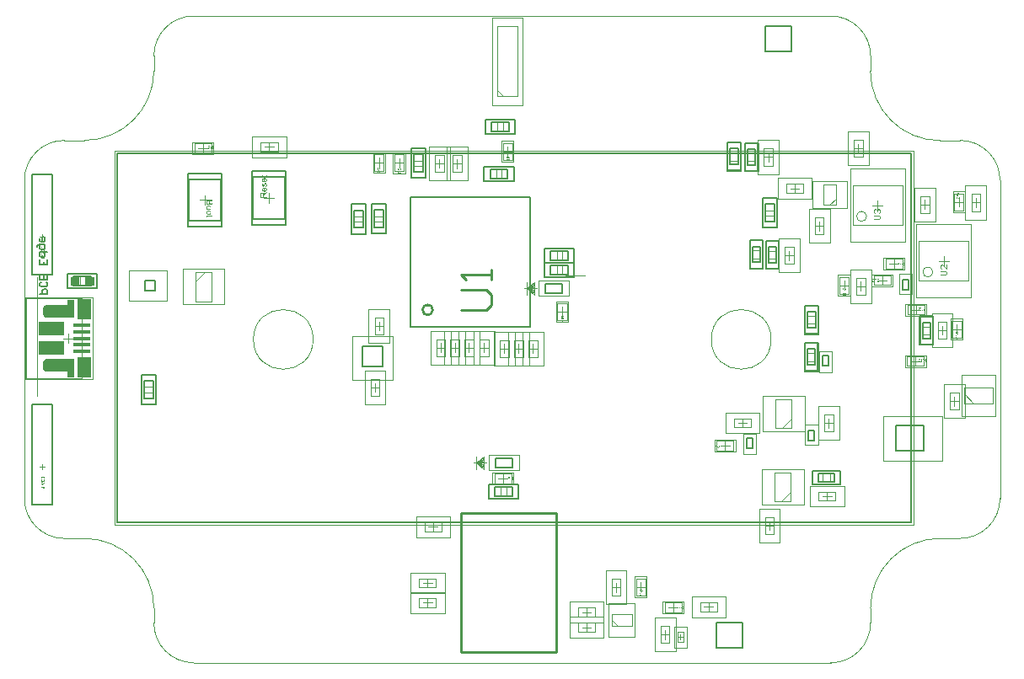
<source format=gbp>
G04*
G04 #@! TF.GenerationSoftware,Altium Limited,Altium Designer,19.1.9 (167)*
G04*
G04 Layer_Color=128*
%FSLAX25Y25*%
%MOIN*%
G70*
G01*
G75*
%ADD11C,0.01000*%
%ADD12C,0.00394*%
%ADD15C,0.00787*%
%ADD16C,0.00500*%
%ADD17C,0.00800*%
%ADD18C,0.00600*%
%ADD19C,0.00050*%
%ADD20C,0.00100*%
%ADD21C,0.00591*%
%ADD22C,0.00197*%
%ADD23C,0.00400*%
%ADD51R,0.03800X0.03700*%
%ADD124R,0.06890X0.01575*%
%ADD125R,0.09843X0.05610*%
%ADD126R,0.05748X0.07874*%
G36*
X74676Y203228D02*
X74092D01*
X74078Y203230D01*
X74061D01*
X74023Y203232D01*
X73983Y203237D01*
X73939Y203242D01*
X73899Y203252D01*
X73879Y203257D01*
X73863Y203262D01*
X73861D01*
X73859Y203264D01*
X73848Y203270D01*
X73832Y203277D01*
X73812Y203290D01*
X73790Y203306D01*
X73766Y203328D01*
X73744Y203354D01*
X73723Y203383D01*
Y203384D01*
X73721Y203386D01*
X73714Y203397D01*
X73706Y203415D01*
X73695Y203439D01*
X73686Y203466D01*
X73677Y203499D01*
X73672Y203534D01*
X73670Y203572D01*
Y203574D01*
Y203577D01*
Y203585D01*
X73672Y203594D01*
Y203607D01*
X73674Y203619D01*
X73681Y203650D01*
X73692Y203687D01*
X73706Y203725D01*
X73728Y203763D01*
X73743Y203781D01*
X73757Y203799D01*
X73759Y203801D01*
X73761Y203803D01*
X73766Y203808D01*
X73774Y203814D01*
X73783Y203821D01*
X73794Y203829D01*
X73808Y203838D01*
X73823Y203849D01*
X73841Y203858D01*
X73861Y203867D01*
X73883Y203878D01*
X73906Y203887D01*
X73934Y203894D01*
X73961Y203903D01*
X73992Y203909D01*
X74025Y203914D01*
X74021Y203916D01*
X74014Y203920D01*
X74003Y203927D01*
X73988Y203934D01*
X73956Y203954D01*
X73939Y203967D01*
X73925Y203978D01*
X73921Y203981D01*
X73912Y203991D01*
X73897Y204005D01*
X73879Y204023D01*
X73859Y204049D01*
X73835Y204076D01*
X73812Y204109D01*
X73786Y204145D01*
X73570Y204487D01*
X73777D01*
X73943Y204225D01*
Y204223D01*
X73947Y204220D01*
X73950Y204214D01*
X73956Y204207D01*
X73968Y204187D01*
X73985Y204162D01*
X74005Y204134D01*
X74025Y204105D01*
X74045Y204078D01*
X74063Y204052D01*
X74065Y204051D01*
X74070Y204043D01*
X74079Y204032D01*
X74092Y204020D01*
X74120Y203992D01*
X74134Y203980D01*
X74149Y203969D01*
X74150Y203967D01*
X74154Y203965D01*
X74161Y203961D01*
X74172Y203956D01*
X74183Y203951D01*
X74196Y203945D01*
X74225Y203936D01*
X74227D01*
X74230Y203934D01*
X74238D01*
X74247Y203932D01*
X74260Y203930D01*
X74274D01*
X74294Y203929D01*
X74509D01*
Y204487D01*
X74676D01*
Y203228D01*
D02*
G37*
G36*
X73060Y204507D02*
X73075D01*
X73091Y204506D01*
X73109Y204502D01*
X73131Y204497D01*
X73153Y204491D01*
X73178Y204484D01*
X73204Y204475D01*
X73229Y204464D01*
X73257Y204449D01*
X73282Y204433D01*
X73308Y204415D01*
X73333Y204393D01*
X73357Y204367D01*
X73359Y204365D01*
X73362Y204360D01*
X73368Y204353D01*
X73375Y204340D01*
X73386Y204324D01*
X73395Y204305D01*
X73406Y204282D01*
X73417Y204256D01*
X73430Y204225D01*
X73441Y204191D01*
X73450Y204152D01*
X73459Y204111D01*
X73468Y204063D01*
X73473Y204012D01*
X73477Y203958D01*
X73479Y203900D01*
Y203898D01*
Y203896D01*
Y203890D01*
Y203883D01*
X73477Y203865D01*
Y203839D01*
X73475Y203810D01*
X73471Y203776D01*
X73468Y203738D01*
X73462Y203696D01*
X73455Y203654D01*
X73446Y203608D01*
X73435Y203565D01*
X73422Y203521D01*
X73406Y203479D01*
X73388Y203439D01*
X73368Y203401D01*
X73344Y203368D01*
X73342Y203366D01*
X73339Y203363D01*
X73331Y203355D01*
X73322Y203344D01*
X73311Y203333D01*
X73297Y203323D01*
X73279Y203308D01*
X73260Y203295D01*
X73239Y203283D01*
X73215Y203268D01*
X73188Y203257D01*
X73160Y203244D01*
X73129Y203235D01*
X73097Y203228D01*
X73062Y203224D01*
X73026Y203222D01*
X73011D01*
X73000Y203224D01*
X72987D01*
X72973Y203226D01*
X72938Y203233D01*
X72900Y203242D01*
X72860Y203257D01*
X72820Y203279D01*
X72800Y203292D01*
X72782Y203306D01*
X72780Y203308D01*
X72778Y203310D01*
X72773Y203315D01*
X72767Y203321D01*
X72758Y203330D01*
X72751Y203341D01*
X72731Y203366D01*
X72711Y203399D01*
X72693Y203439D01*
X72676Y203485D01*
X72665Y203536D01*
X72820Y203548D01*
Y203547D01*
X72822Y203545D01*
X72824Y203534D01*
X72829Y203517D01*
X72836Y203497D01*
X72844Y203475D01*
X72855Y203454D01*
X72867Y203434D01*
X72880Y203417D01*
X72884Y203414D01*
X72891Y203406D01*
X72904Y203395D01*
X72922Y203383D01*
X72946Y203372D01*
X72971Y203361D01*
X73002Y203354D01*
X73035Y203350D01*
X73048D01*
X73062Y203352D01*
X73078Y203355D01*
X73100Y203361D01*
X73122Y203368D01*
X73144Y203377D01*
X73166Y203392D01*
X73169Y203394D01*
X73178Y203401D01*
X73191Y203414D01*
X73208Y203432D01*
X73226Y203454D01*
X73246Y203479D01*
X73264Y203512D01*
X73282Y203548D01*
Y203550D01*
X73284Y203554D01*
X73286Y203559D01*
X73290Y203567D01*
X73291Y203577D01*
X73295Y203590D01*
X73299Y203605D01*
X73302Y203623D01*
X73308Y203643D01*
X73311Y203665D01*
X73315Y203688D01*
X73317Y203714D01*
X73321Y203743D01*
X73322Y203772D01*
X73324Y203805D01*
Y203838D01*
X73322Y203836D01*
X73315Y203825D01*
X73302Y203810D01*
X73286Y203792D01*
X73268Y203770D01*
X73244Y203750D01*
X73219Y203730D01*
X73189Y203712D01*
X73188D01*
X73186Y203710D01*
X73175Y203705D01*
X73159Y203699D01*
X73137Y203690D01*
X73111Y203683D01*
X73082Y203678D01*
X73051Y203672D01*
X73018Y203670D01*
X73004D01*
X72993Y203672D01*
X72978Y203674D01*
X72964Y203676D01*
X72946Y203679D01*
X72927Y203685D01*
X72886Y203697D01*
X72864Y203707D01*
X72842Y203719D01*
X72820Y203732D01*
X72796Y203747D01*
X72774Y203765D01*
X72755Y203785D01*
X72753Y203787D01*
X72749Y203790D01*
X72743Y203796D01*
X72738Y203805D01*
X72729Y203818D01*
X72720Y203830D01*
X72711Y203847D01*
X72700Y203865D01*
X72689Y203885D01*
X72680Y203907D01*
X72671Y203932D01*
X72662Y203958D01*
X72656Y203985D01*
X72651Y204016D01*
X72647Y204047D01*
X72645Y204080D01*
Y204082D01*
Y204085D01*
Y204091D01*
Y204100D01*
X72647Y204111D01*
Y204122D01*
X72653Y204151D01*
X72658Y204185D01*
X72667Y204222D01*
X72680Y204262D01*
X72698Y204300D01*
Y204302D01*
X72700Y204304D01*
X72703Y204309D01*
X72707Y204316D01*
X72718Y204334D01*
X72734Y204358D01*
X72755Y204384D01*
X72778Y204409D01*
X72807Y204435D01*
X72838Y204456D01*
X72840D01*
X72842Y204458D01*
X72847Y204462D01*
X72855Y204464D01*
X72873Y204473D01*
X72896Y204482D01*
X72927Y204493D01*
X72962Y204500D01*
X73000Y204507D01*
X73042Y204509D01*
X73051D01*
X73060Y204507D01*
D02*
G37*
G36*
X191543Y200272D02*
X191558Y200270D01*
X191574Y200266D01*
X191593Y200262D01*
X191613Y200259D01*
X191656Y200244D01*
X191680Y200233D01*
X191702Y200222D01*
X191725Y200208D01*
X191749Y200192D01*
X191773Y200173D01*
X191795Y200151D01*
X191796Y200150D01*
X191800Y200146D01*
X191806Y200139D01*
X191813Y200130D01*
X191822Y200119D01*
X191831Y200104D01*
X191842Y200088D01*
X191851Y200068D01*
X191862Y200048D01*
X191873Y200024D01*
X191882Y200001D01*
X191891Y199973D01*
X191898Y199944D01*
X191904Y199913D01*
X191907Y199882D01*
X191909Y199848D01*
Y199831D01*
X191907Y199820D01*
X191906Y199806D01*
X191904Y199789D01*
X191900Y199771D01*
X191896Y199751D01*
X191886Y199707D01*
X191867Y199662D01*
X191857Y199638D01*
X191844Y199616D01*
X191827Y199595D01*
X191811Y199573D01*
X191809Y199571D01*
X191806Y199567D01*
X191800Y199562D01*
X191793Y199556D01*
X191784Y199547D01*
X191771Y199538D01*
X191758Y199527D01*
X191742Y199516D01*
X191724Y199505D01*
X191705Y199495D01*
X191662Y199475D01*
X191611Y199458D01*
X191584Y199453D01*
X191554Y199449D01*
X191534Y199604D01*
X191536D01*
X191540Y199606D01*
X191547Y199607D01*
X191556Y199609D01*
X191567Y199611D01*
X191580Y199615D01*
X191607Y199624D01*
X191640Y199636D01*
X191671Y199653D01*
X191700Y199671D01*
X191725Y199693D01*
X191727Y199697D01*
X191735Y199704D01*
X191744Y199718D01*
X191753Y199737D01*
X191764Y199758D01*
X191773Y199786D01*
X191780Y199817D01*
X191782Y199849D01*
Y199860D01*
X191780Y199868D01*
X191778Y199888D01*
X191773Y199913D01*
X191764Y199942D01*
X191751Y199973D01*
X191733Y200004D01*
X191707Y200033D01*
X191704Y200037D01*
X191693Y200046D01*
X191676Y200057D01*
X191654Y200071D01*
X191627Y200086D01*
X191596Y200097D01*
X191560Y200106D01*
X191520Y200110D01*
X191518D01*
X191514D01*
X191509D01*
X191502Y200108D01*
X191481Y200106D01*
X191458Y200101D01*
X191429Y200093D01*
X191400Y200080D01*
X191370Y200062D01*
X191343Y200039D01*
X191340Y200035D01*
X191332Y200026D01*
X191321Y200011D01*
X191309Y199991D01*
X191296Y199966D01*
X191285Y199935D01*
X191278Y199900D01*
X191274Y199862D01*
Y199846D01*
X191276Y199833D01*
X191278Y199817D01*
X191281Y199798D01*
X191285Y199777D01*
X191290Y199753D01*
X191154Y199771D01*
Y199780D01*
X191156Y199787D01*
Y199811D01*
X191152Y199831D01*
X191148Y199855D01*
X191143Y199882D01*
X191134Y199913D01*
X191121Y199942D01*
X191105Y199973D01*
Y199975D01*
X191103Y199977D01*
X191096Y199986D01*
X191083Y199999D01*
X191067Y200013D01*
X191043Y200028D01*
X191016Y200041D01*
X190985Y200050D01*
X190966Y200053D01*
X190946D01*
X190945D01*
X190943D01*
X190932D01*
X190917Y200050D01*
X190897Y200046D01*
X190875Y200039D01*
X190852Y200030D01*
X190828Y200015D01*
X190806Y199995D01*
X190805Y199993D01*
X190797Y199984D01*
X190788Y199971D01*
X190777Y199955D01*
X190768Y199933D01*
X190759Y199908D01*
X190752Y199879D01*
X190750Y199846D01*
Y199831D01*
X190753Y199815D01*
X190757Y199793D01*
X190764Y199769D01*
X190774Y199746D01*
X190788Y199720D01*
X190806Y199697D01*
X190808Y199695D01*
X190817Y199687D01*
X190830Y199677D01*
X190848Y199664D01*
X190872Y199651D01*
X190901Y199638D01*
X190936Y199627D01*
X190976Y199620D01*
X190948Y199465D01*
X190946D01*
X190941Y199467D01*
X190934Y199469D01*
X190923Y199471D01*
X190910Y199475D01*
X190895Y199480D01*
X190861Y199491D01*
X190821Y199509D01*
X190781Y199531D01*
X190743Y199558D01*
X190708Y199593D01*
X190706Y199595D01*
X190704Y199598D01*
X190701Y199604D01*
X190695Y199611D01*
X190688Y199620D01*
X190681Y199633D01*
X190673Y199646D01*
X190664Y199662D01*
X190650Y199698D01*
X190635Y199740D01*
X190626Y199789D01*
X190622Y199815D01*
Y199860D01*
X190624Y199880D01*
X190628Y199904D01*
X190633Y199933D01*
X190642Y199966D01*
X190653Y199999D01*
X190668Y200031D01*
Y200033D01*
X190670Y200035D01*
X190675Y200046D01*
X190686Y200062D01*
X190699Y200080D01*
X190717Y200102D01*
X190737Y200124D01*
X190761Y200146D01*
X190788Y200164D01*
X190792Y200166D01*
X190801Y200171D01*
X190817Y200179D01*
X190837Y200188D01*
X190861Y200197D01*
X190888Y200204D01*
X190919Y200210D01*
X190950Y200212D01*
X190954D01*
X190965D01*
X190979Y200210D01*
X190999Y200206D01*
X191023Y200201D01*
X191048Y200192D01*
X191074Y200181D01*
X191099Y200166D01*
X191103Y200164D01*
X191110Y200159D01*
X191123Y200148D01*
X191138Y200133D01*
X191154Y200115D01*
X191172Y200093D01*
X191189Y200068D01*
X191205Y200037D01*
Y200039D01*
X191207Y200042D01*
X191209Y200048D01*
X191210Y200055D01*
X191218Y200075D01*
X191229Y200101D01*
X191243Y200130D01*
X191261Y200159D01*
X191285Y200186D01*
X191312Y200212D01*
X191316Y200213D01*
X191327Y200221D01*
X191345Y200232D01*
X191369Y200242D01*
X191398Y200253D01*
X191432Y200264D01*
X191472Y200272D01*
X191516Y200273D01*
X191518D01*
X191523D01*
X191533D01*
X191543Y200272D01*
D02*
G37*
G36*
X191887Y199141D02*
X191625Y198976D01*
X191623D01*
X191620Y198972D01*
X191614Y198969D01*
X191607Y198963D01*
X191587Y198950D01*
X191562Y198934D01*
X191534Y198914D01*
X191505Y198894D01*
X191478Y198874D01*
X191452Y198856D01*
X191451Y198854D01*
X191443Y198848D01*
X191432Y198839D01*
X191420Y198827D01*
X191392Y198799D01*
X191380Y198785D01*
X191369Y198770D01*
X191367Y198768D01*
X191365Y198765D01*
X191361Y198757D01*
X191356Y198747D01*
X191350Y198736D01*
X191345Y198723D01*
X191336Y198694D01*
Y198692D01*
X191334Y198688D01*
Y198681D01*
X191332Y198672D01*
X191331Y198659D01*
Y198645D01*
X191329Y198625D01*
Y198410D01*
X191887D01*
Y198242D01*
X190628D01*
Y198827D01*
X190630Y198841D01*
Y198857D01*
X190632Y198896D01*
X190637Y198936D01*
X190642Y198979D01*
X190652Y199020D01*
X190657Y199039D01*
X190663Y199056D01*
Y199058D01*
X190664Y199059D01*
X190670Y199070D01*
X190677Y199087D01*
X190690Y199107D01*
X190706Y199129D01*
X190728Y199152D01*
X190753Y199174D01*
X190783Y199196D01*
X190785D01*
X190786Y199198D01*
X190797Y199205D01*
X190815Y199212D01*
X190839Y199223D01*
X190866Y199232D01*
X190899Y199241D01*
X190934Y199247D01*
X190972Y199249D01*
X190974D01*
X190977D01*
X190985D01*
X190994Y199247D01*
X191007D01*
X191019Y199245D01*
X191050Y199238D01*
X191087Y199227D01*
X191125Y199212D01*
X191163Y199191D01*
X191181Y199176D01*
X191199Y199161D01*
X191201Y199160D01*
X191203Y199158D01*
X191209Y199152D01*
X191214Y199145D01*
X191221Y199136D01*
X191229Y199125D01*
X191238Y199110D01*
X191249Y199096D01*
X191258Y199078D01*
X191267Y199058D01*
X191278Y199036D01*
X191287Y199012D01*
X191294Y198985D01*
X191303Y198958D01*
X191309Y198927D01*
X191314Y198894D01*
X191316Y198898D01*
X191320Y198905D01*
X191327Y198916D01*
X191334Y198930D01*
X191354Y198963D01*
X191367Y198979D01*
X191378Y198994D01*
X191381Y198998D01*
X191391Y199007D01*
X191405Y199021D01*
X191423Y199039D01*
X191449Y199059D01*
X191476Y199083D01*
X191509Y199107D01*
X191545Y199132D01*
X191887Y199349D01*
Y199141D01*
D02*
G37*
G36*
X148656Y195697D02*
X148669Y195695D01*
X148685Y195694D01*
X148704Y195690D01*
X148723Y195685D01*
X148765Y195672D01*
X148789Y195663D01*
X148811Y195650D01*
X148835Y195637D01*
X148856Y195623D01*
X148878Y195604D01*
X148900Y195584D01*
X148902Y195583D01*
X148906Y195579D01*
X148911Y195573D01*
X148916Y195564D01*
X148925Y195552D01*
X148935Y195539D01*
X148944Y195522D01*
X148955Y195504D01*
X148966Y195484D01*
X148975Y195461D01*
X148984Y195435D01*
X148993Y195410D01*
X148998Y195381D01*
X149004Y195350D01*
X149007Y195319D01*
X149009Y195284D01*
Y195266D01*
X149007Y195253D01*
X149006Y195237D01*
X149004Y195219D01*
X149000Y195199D01*
X148995Y195177D01*
X148982Y195128D01*
X148973Y195102D01*
X148964Y195079D01*
X148951Y195053D01*
X148936Y195027D01*
X148920Y195004D01*
X148900Y194982D01*
X148898Y194980D01*
X148895Y194976D01*
X148889Y194971D01*
X148880Y194964D01*
X148869Y194957D01*
X148856Y194946D01*
X148842Y194937D01*
X148824Y194926D01*
X148805Y194915D01*
X148784Y194906D01*
X148738Y194887D01*
X148711Y194880D01*
X148684Y194875D01*
X148654Y194871D01*
X148625Y194869D01*
X148623D01*
X148620D01*
X148612D01*
X148605Y194871D01*
X148594D01*
X148582Y194873D01*
X148552Y194876D01*
X148520Y194884D01*
X148487Y194895D01*
X148452Y194911D01*
X148420Y194931D01*
X148418D01*
X148416Y194935D01*
X148407Y194942D01*
X148392Y194957D01*
X148374Y194976D01*
X148356Y195002D01*
X148336Y195033D01*
X148319Y195068D01*
X148307Y195109D01*
Y195108D01*
X148305Y195106D01*
X148303Y195100D01*
X148299Y195093D01*
X148292Y195077D01*
X148281Y195055D01*
X148267Y195031D01*
X148249Y195008D01*
X148229Y194986D01*
X148207Y194966D01*
X148203Y194964D01*
X148196Y194958D01*
X148181Y194951D01*
X148163Y194944D01*
X148139Y194935D01*
X148112Y194927D01*
X148081Y194922D01*
X148048Y194920D01*
X148047D01*
X148043D01*
X148036D01*
X148025Y194922D01*
X148014Y194924D01*
X147999Y194926D01*
X147968Y194933D01*
X147932Y194944D01*
X147894Y194962D01*
X147874Y194973D01*
X147854Y194986D01*
X147835Y195002D01*
X147817Y195018D01*
X147815Y195020D01*
X147813Y195024D01*
X147808Y195029D01*
X147803Y195037D01*
X147795Y195046D01*
X147788Y195058D01*
X147779Y195073D01*
X147770Y195088D01*
X147761Y195106D01*
X147752Y195126D01*
X147744Y195148D01*
X147737Y195171D01*
X147726Y195222D01*
X147724Y195251D01*
X147722Y195281D01*
Y195297D01*
X147724Y195308D01*
X147726Y195322D01*
X147728Y195339D01*
X147730Y195357D01*
X147735Y195375D01*
X147746Y195419D01*
X147763Y195463D01*
X147774Y195484D01*
X147786Y195506D01*
X147803Y195526D01*
X147819Y195546D01*
X147821Y195548D01*
X147823Y195550D01*
X147828Y195555D01*
X147835Y195563D01*
X147846Y195570D01*
X147857Y195579D01*
X147885Y195597D01*
X147919Y195615D01*
X147959Y195632D01*
X148005Y195644D01*
X148028Y195646D01*
X148054Y195648D01*
X148056D01*
X148057D01*
X148068D01*
X148085Y195646D01*
X148105Y195643D01*
X148130Y195637D01*
X148156Y195628D01*
X148181Y195617D01*
X148207Y195601D01*
X148210Y195599D01*
X148217Y195592D01*
X148229Y195581D01*
X148243Y195566D01*
X148259Y195546D01*
X148276Y195522D01*
X148292Y195495D01*
X148307Y195463D01*
Y195464D01*
X148309Y195468D01*
X148310Y195473D01*
X148314Y195481D01*
X148323Y195502D01*
X148336Y195528D01*
X148354Y195555D01*
X148374Y195584D01*
X148399Y195612D01*
X148429Y195637D01*
X148431D01*
X148432Y195639D01*
X148443Y195646D01*
X148461Y195657D01*
X148485Y195668D01*
X148514Y195679D01*
X148549Y195690D01*
X148587Y195697D01*
X148629Y195699D01*
X148631D01*
X148636D01*
X148645D01*
X148656Y195697D01*
D02*
G37*
G36*
X139968Y195795D02*
X139972Y195792D01*
X139979Y195784D01*
X139990Y195777D01*
X140003Y195766D01*
X140017Y195752D01*
X140035Y195737D01*
X140057Y195721D01*
X140079Y195704D01*
X140105Y195684D01*
X140134Y195664D01*
X140163Y195644D01*
X140196Y195623D01*
X140230Y195601D01*
X140268Y195579D01*
X140307Y195557D01*
X140308Y195555D01*
X140316Y195552D01*
X140327Y195546D01*
X140343Y195537D01*
X140363Y195528D01*
X140385Y195517D01*
X140410Y195504D01*
X140439Y195492D01*
X140472Y195477D01*
X140505Y195461D01*
X140541Y195446D01*
X140580Y195431D01*
X140658Y195402D01*
X140742Y195375D01*
X140743D01*
X140749Y195373D01*
X140758Y195371D01*
X140769Y195368D01*
X140784Y195364D01*
X140802Y195361D01*
X140822Y195355D01*
X140843Y195351D01*
X140869Y195346D01*
X140896Y195340D01*
X140954Y195331D01*
X141018Y195322D01*
X141087Y195317D01*
Y195158D01*
X141086D01*
X141080D01*
X141073D01*
X141062Y195160D01*
X141047D01*
X141029Y195162D01*
X141009Y195164D01*
X140987Y195166D01*
X140962Y195169D01*
X140936Y195173D01*
X140905Y195178D01*
X140875Y195184D01*
X140842Y195189D01*
X140805Y195197D01*
X140731Y195215D01*
X140729D01*
X140722Y195217D01*
X140711Y195220D01*
X140694Y195226D01*
X140676Y195231D01*
X140654Y195238D01*
X140629Y195246D01*
X140602Y195257D01*
X140570Y195268D01*
X140540Y195279D01*
X140470Y195306D01*
X140398Y195339D01*
X140325Y195375D01*
X140323Y195377D01*
X140316Y195380D01*
X140307Y195386D01*
X140292Y195393D01*
X140276Y195402D01*
X140256Y195415D01*
X140234Y195428D01*
X140210Y195442D01*
X140157Y195477D01*
X140103Y195513D01*
X140046Y195555D01*
X139994Y195599D01*
Y194982D01*
X139844D01*
Y195797D01*
X139966D01*
X139968Y195795D01*
D02*
G37*
G36*
X141087Y194665D02*
X140825Y194500D01*
X140823D01*
X140820Y194496D01*
X140814Y194492D01*
X140807Y194487D01*
X140787Y194474D01*
X140762Y194458D01*
X140734Y194438D01*
X140705Y194418D01*
X140678Y194398D01*
X140652Y194379D01*
X140651Y194378D01*
X140643Y194372D01*
X140632Y194363D01*
X140620Y194350D01*
X140592Y194323D01*
X140580Y194308D01*
X140569Y194294D01*
X140567Y194292D01*
X140565Y194289D01*
X140561Y194281D01*
X140556Y194270D01*
X140550Y194259D01*
X140545Y194247D01*
X140536Y194218D01*
Y194216D01*
X140534Y194212D01*
Y194205D01*
X140532Y194196D01*
X140531Y194183D01*
Y194168D01*
X140529Y194148D01*
Y193934D01*
X141087D01*
Y193766D01*
X139828D01*
Y194350D01*
X139830Y194365D01*
Y194381D01*
X139832Y194420D01*
X139837Y194460D01*
X139842Y194503D01*
X139852Y194543D01*
X139857Y194563D01*
X139863Y194580D01*
Y194581D01*
X139864Y194583D01*
X139870Y194594D01*
X139877Y194611D01*
X139890Y194631D01*
X139906Y194652D01*
X139928Y194676D01*
X139953Y194698D01*
X139983Y194720D01*
X139985D01*
X139986Y194722D01*
X139997Y194729D01*
X140015Y194736D01*
X140039Y194747D01*
X140066Y194756D01*
X140099Y194765D01*
X140134Y194771D01*
X140172Y194773D01*
X140174D01*
X140177D01*
X140185D01*
X140194Y194771D01*
X140207D01*
X140219Y194769D01*
X140250Y194762D01*
X140287Y194751D01*
X140325Y194736D01*
X140363Y194714D01*
X140381Y194700D01*
X140399Y194685D01*
X140401Y194683D01*
X140403Y194682D01*
X140409Y194676D01*
X140414Y194669D01*
X140421Y194660D01*
X140429Y194649D01*
X140438Y194634D01*
X140449Y194620D01*
X140458Y194602D01*
X140467Y194581D01*
X140478Y194560D01*
X140487Y194536D01*
X140494Y194509D01*
X140503Y194481D01*
X140509Y194450D01*
X140514Y194418D01*
X140516Y194421D01*
X140520Y194429D01*
X140527Y194439D01*
X140534Y194454D01*
X140554Y194487D01*
X140567Y194503D01*
X140578Y194518D01*
X140581Y194521D01*
X140591Y194530D01*
X140605Y194545D01*
X140623Y194563D01*
X140649Y194583D01*
X140676Y194607D01*
X140709Y194631D01*
X140745Y194656D01*
X141087Y194873D01*
Y194665D01*
D02*
G37*
G36*
X148987Y194565D02*
X148725Y194400D01*
X148723D01*
X148720Y194396D01*
X148714Y194392D01*
X148707Y194387D01*
X148687Y194374D01*
X148662Y194358D01*
X148634Y194338D01*
X148605Y194318D01*
X148578Y194298D01*
X148552Y194280D01*
X148551Y194278D01*
X148543Y194272D01*
X148532Y194263D01*
X148520Y194250D01*
X148492Y194223D01*
X148480Y194209D01*
X148469Y194194D01*
X148467Y194192D01*
X148465Y194188D01*
X148461Y194181D01*
X148456Y194170D01*
X148451Y194159D01*
X148445Y194147D01*
X148436Y194117D01*
Y194116D01*
X148434Y194112D01*
Y194105D01*
X148432Y194096D01*
X148431Y194083D01*
Y194068D01*
X148429Y194048D01*
Y193834D01*
X148987D01*
Y193666D01*
X147728D01*
Y194250D01*
X147730Y194265D01*
Y194281D01*
X147732Y194319D01*
X147737Y194360D01*
X147742Y194403D01*
X147752Y194443D01*
X147757Y194463D01*
X147763Y194480D01*
Y194482D01*
X147764Y194483D01*
X147770Y194494D01*
X147777Y194511D01*
X147790Y194531D01*
X147806Y194553D01*
X147828Y194576D01*
X147854Y194598D01*
X147883Y194620D01*
X147885D01*
X147886Y194622D01*
X147897Y194629D01*
X147915Y194636D01*
X147939Y194647D01*
X147966Y194656D01*
X147999Y194665D01*
X148034Y194671D01*
X148072Y194673D01*
X148074D01*
X148077D01*
X148085D01*
X148094Y194671D01*
X148107D01*
X148119Y194669D01*
X148150Y194662D01*
X148187Y194651D01*
X148225Y194636D01*
X148263Y194614D01*
X148281Y194600D01*
X148299Y194585D01*
X148301Y194583D01*
X148303Y194582D01*
X148309Y194576D01*
X148314Y194569D01*
X148321Y194560D01*
X148329Y194549D01*
X148338Y194534D01*
X148349Y194520D01*
X148358Y194501D01*
X148367Y194482D01*
X148378Y194460D01*
X148387Y194436D01*
X148394Y194409D01*
X148403Y194381D01*
X148409Y194351D01*
X148414Y194318D01*
X148416Y194321D01*
X148420Y194329D01*
X148427Y194340D01*
X148434Y194354D01*
X148454Y194387D01*
X148467Y194403D01*
X148478Y194418D01*
X148481Y194421D01*
X148491Y194430D01*
X148505Y194445D01*
X148523Y194463D01*
X148549Y194483D01*
X148576Y194507D01*
X148609Y194531D01*
X148645Y194556D01*
X148987Y194773D01*
Y194565D01*
D02*
G37*
G36*
X95859Y192882D02*
X95863Y192867D01*
X95866Y192841D01*
X95870Y192809D01*
X95877Y192772D01*
X95881Y192732D01*
X95884Y192652D01*
Y192623D01*
X95881Y192594D01*
X95877Y192558D01*
X95873Y192514D01*
X95863Y192470D01*
X95852Y192430D01*
X95833Y192390D01*
X95830Y192386D01*
X95823Y192376D01*
X95812Y192361D01*
X95793Y192339D01*
X95775Y192321D01*
X95750Y192299D01*
X95724Y192277D01*
X95692Y192263D01*
X95688D01*
X95673Y192255D01*
X95648Y192252D01*
X95611Y192245D01*
X95564Y192237D01*
X95535Y192234D01*
X95502D01*
X95462Y192230D01*
X95422Y192226D01*
X95378D01*
X95328D01*
X94272D01*
Y191997D01*
X94032D01*
Y192226D01*
X93580D01*
X93395Y192536D01*
X94032D01*
Y192849D01*
X94272D01*
Y192536D01*
X95346D01*
X95353D01*
X95367D01*
X95389D01*
X95415Y192539D01*
X95473Y192543D01*
X95499Y192547D01*
X95517Y192550D01*
X95524Y192554D01*
X95539Y192565D01*
X95557Y192579D01*
X95575Y192605D01*
X95579Y192612D01*
X95586Y192630D01*
X95593Y192663D01*
X95597Y192710D01*
Y192747D01*
X95593Y192765D01*
Y192791D01*
X95590Y192820D01*
X95586Y192849D01*
X95859Y192889D01*
Y192882D01*
D02*
G37*
G36*
X95025Y191793D02*
Y190428D01*
X95029D01*
X95040D01*
X95055Y190432D01*
X95076D01*
X95102Y190436D01*
X95131Y190443D01*
X95196Y190454D01*
X95269Y190475D01*
X95349Y190505D01*
X95422Y190545D01*
X95488Y190596D01*
Y190599D01*
X95495Y190603D01*
X95513Y190625D01*
X95539Y190657D01*
X95564Y190701D01*
X95593Y190759D01*
X95619Y190825D01*
X95637Y190898D01*
X95640Y190938D01*
X95644Y190981D01*
Y191011D01*
X95640Y191043D01*
X95633Y191083D01*
X95622Y191127D01*
X95608Y191178D01*
X95586Y191225D01*
X95557Y191273D01*
X95553Y191276D01*
X95539Y191295D01*
X95517Y191316D01*
X95488Y191342D01*
X95448Y191371D01*
X95397Y191404D01*
X95338Y191437D01*
X95269Y191466D01*
X95309Y191786D01*
X95313D01*
X95320Y191782D01*
X95335Y191779D01*
X95357Y191771D01*
X95378Y191760D01*
X95408Y191750D01*
X95469Y191720D01*
X95539Y191684D01*
X95611Y191633D01*
X95681Y191575D01*
X95746Y191502D01*
Y191498D01*
X95753Y191491D01*
X95761Y191480D01*
X95772Y191466D01*
X95783Y191444D01*
X95793Y191422D01*
X95808Y191393D01*
X95823Y191360D01*
X95837Y191324D01*
X95852Y191287D01*
X95873Y191196D01*
X95892Y191094D01*
X95899Y190981D01*
Y190941D01*
X95895Y190916D01*
X95892Y190883D01*
X95884Y190843D01*
X95877Y190799D01*
X95870Y190752D01*
X95841Y190650D01*
X95819Y190596D01*
X95797Y190545D01*
X95768Y190490D01*
X95735Y190439D01*
X95699Y190392D01*
X95655Y190345D01*
X95651Y190341D01*
X95644Y190333D01*
X95630Y190323D01*
X95608Y190308D01*
X95582Y190290D01*
X95553Y190272D01*
X95517Y190250D01*
X95477Y190228D01*
X95429Y190206D01*
X95378Y190184D01*
X95320Y190166D01*
X95258Y190148D01*
X95193Y190133D01*
X95120Y190122D01*
X95044Y190115D01*
X94964Y190111D01*
X94960D01*
X94942D01*
X94920D01*
X94887Y190115D01*
X94847Y190119D01*
X94803Y190122D01*
X94752Y190130D01*
X94701Y190141D01*
X94585Y190170D01*
X94527Y190188D01*
X94465Y190210D01*
X94407Y190239D01*
X94352Y190272D01*
X94297Y190308D01*
X94246Y190348D01*
X94243Y190352D01*
X94235Y190359D01*
X94225Y190374D01*
X94206Y190392D01*
X94188Y190414D01*
X94166Y190443D01*
X94141Y190475D01*
X94119Y190516D01*
X94094Y190556D01*
X94072Y190603D01*
X94050Y190654D01*
X94032Y190708D01*
X94014Y190767D01*
X94002Y190829D01*
X93995Y190894D01*
X93992Y190963D01*
Y191000D01*
X93995Y191025D01*
X93999Y191054D01*
X94006Y191091D01*
X94014Y191131D01*
X94024Y191178D01*
X94035Y191222D01*
X94054Y191273D01*
X94072Y191320D01*
X94097Y191371D01*
X94126Y191422D01*
X94159Y191473D01*
X94199Y191520D01*
X94243Y191564D01*
X94246Y191568D01*
X94254Y191575D01*
X94268Y191586D01*
X94290Y191600D01*
X94316Y191619D01*
X94345Y191637D01*
X94381Y191658D01*
X94425Y191680D01*
X94472Y191702D01*
X94523Y191724D01*
X94581Y191742D01*
X94643Y191760D01*
X94712Y191775D01*
X94785Y191786D01*
X94862Y191793D01*
X94945Y191797D01*
X94949D01*
X94964D01*
X94989D01*
X95025Y191793D01*
D02*
G37*
G36*
X95378Y189846D02*
X95419Y189839D01*
X95462Y189828D01*
X95509Y189809D01*
X95564Y189788D01*
X95615Y189758D01*
X95622Y189755D01*
X95637Y189740D01*
X95662Y189722D01*
X95692Y189693D01*
X95724Y189653D01*
X95761Y189609D01*
X95793Y189558D01*
X95826Y189496D01*
Y189493D01*
X95830Y189489D01*
X95837Y189467D01*
X95848Y189431D01*
X95863Y189383D01*
X95877Y189325D01*
X95888Y189260D01*
X95895Y189191D01*
X95899Y189111D01*
Y189078D01*
X95895Y189052D01*
Y189023D01*
X95892Y188987D01*
X95888Y188950D01*
X95881Y188910D01*
X95863Y188823D01*
X95837Y188732D01*
X95801Y188645D01*
X95779Y188604D01*
X95753Y188568D01*
X95750Y188565D01*
X95746Y188561D01*
X95724Y188539D01*
X95692Y188506D01*
X95640Y188470D01*
X95579Y188430D01*
X95506Y188390D01*
X95415Y188357D01*
X95313Y188331D01*
X95266Y188637D01*
X95269D01*
X95273D01*
X95295Y188645D01*
X95331Y188652D01*
X95371Y188666D01*
X95415Y188685D01*
X95462Y188707D01*
X95509Y188739D01*
X95549Y188779D01*
X95553Y188787D01*
X95564Y188801D01*
X95579Y188830D01*
X95597Y188867D01*
X95615Y188914D01*
X95630Y188969D01*
X95640Y189034D01*
X95644Y189111D01*
Y189147D01*
X95640Y189183D01*
X95633Y189231D01*
X95622Y189282D01*
X95608Y189336D01*
X95590Y189383D01*
X95560Y189427D01*
X95557Y189431D01*
X95546Y189445D01*
X95528Y189460D01*
X95502Y189482D01*
X95473Y189500D01*
X95437Y189518D01*
X95400Y189529D01*
X95357Y189533D01*
X95353D01*
X95338D01*
X95320Y189529D01*
X95295Y189522D01*
X95269Y189511D01*
X95244Y189493D01*
X95215Y189471D01*
X95193Y189438D01*
X95189Y189435D01*
X95186Y189424D01*
X95175Y189405D01*
X95164Y189376D01*
X95149Y189332D01*
X95138Y189307D01*
X95131Y189278D01*
X95120Y189245D01*
X95109Y189209D01*
X95098Y189169D01*
X95087Y189121D01*
Y189118D01*
X95084Y189107D01*
X95080Y189089D01*
X95073Y189067D01*
X95065Y189038D01*
X95055Y189005D01*
X95036Y188936D01*
X95011Y188856D01*
X94989Y188779D01*
X94964Y188707D01*
X94949Y188674D01*
X94938Y188648D01*
X94934Y188641D01*
X94927Y188626D01*
X94912Y188604D01*
X94894Y188575D01*
X94869Y188543D01*
X94840Y188510D01*
X94807Y188477D01*
X94767Y188448D01*
X94763Y188444D01*
X94749Y188437D01*
X94723Y188426D01*
X94694Y188415D01*
X94658Y188404D01*
X94614Y188393D01*
X94570Y188386D01*
X94519Y188382D01*
X94512D01*
X94498D01*
X94476Y188386D01*
X94443Y188390D01*
X94410Y188397D01*
X94370Y188404D01*
X94334Y188419D01*
X94294Y188437D01*
X94290Y188441D01*
X94275Y188448D01*
X94257Y188459D01*
X94232Y188477D01*
X94206Y188499D01*
X94174Y188524D01*
X94144Y188554D01*
X94119Y188590D01*
X94115Y188594D01*
X94112Y188604D01*
X94101Y188619D01*
X94090Y188641D01*
X94075Y188670D01*
X94061Y188703D01*
X94046Y188743D01*
X94032Y188787D01*
X94028Y188794D01*
X94024Y188808D01*
X94017Y188834D01*
X94010Y188867D01*
X94002Y188907D01*
X93999Y188950D01*
X93992Y189001D01*
Y189089D01*
X93995Y189129D01*
X93999Y189183D01*
X94006Y189242D01*
X94021Y189303D01*
X94035Y189369D01*
X94057Y189431D01*
Y189435D01*
X94061Y189438D01*
X94068Y189456D01*
X94083Y189485D01*
X94101Y189522D01*
X94126Y189562D01*
X94155Y189602D01*
X94188Y189638D01*
X94225Y189671D01*
X94228Y189675D01*
X94243Y189682D01*
X94268Y189697D01*
X94297Y189715D01*
X94341Y189733D01*
X94388Y189751D01*
X94443Y189766D01*
X94505Y189780D01*
X94545Y189478D01*
X94538D01*
X94523Y189474D01*
X94498Y189467D01*
X94465Y189456D01*
X94432Y189438D01*
X94396Y189416D01*
X94359Y189391D01*
X94327Y189354D01*
X94323Y189351D01*
X94316Y189336D01*
X94301Y189314D01*
X94287Y189282D01*
X94272Y189245D01*
X94257Y189198D01*
X94250Y189140D01*
X94246Y189078D01*
Y189041D01*
X94250Y189005D01*
X94254Y188958D01*
X94265Y188910D01*
X94275Y188859D01*
X94294Y188812D01*
X94319Y188772D01*
X94323Y188768D01*
X94330Y188757D01*
X94345Y188743D01*
X94367Y188728D01*
X94388Y188710D01*
X94418Y188696D01*
X94450Y188685D01*
X94483Y188681D01*
X94487D01*
X94494D01*
X94505Y188685D01*
X94519D01*
X94556Y188696D01*
X94592Y188717D01*
X94596Y188721D01*
X94599Y188725D01*
X94610Y188732D01*
X94621Y188747D01*
X94632Y188761D01*
X94647Y188783D01*
X94658Y188808D01*
X94672Y188838D01*
Y188841D01*
X94676Y188848D01*
X94680Y188863D01*
X94691Y188889D01*
X94701Y188925D01*
X94712Y188972D01*
X94723Y189001D01*
X94731Y189034D01*
X94741Y189070D01*
X94752Y189111D01*
Y189114D01*
X94756Y189125D01*
X94760Y189143D01*
X94767Y189165D01*
X94774Y189191D01*
X94782Y189223D01*
X94803Y189293D01*
X94825Y189369D01*
X94851Y189445D01*
X94876Y189515D01*
X94887Y189544D01*
X94898Y189569D01*
X94902Y189576D01*
X94909Y189591D01*
X94920Y189613D01*
X94938Y189646D01*
X94960Y189678D01*
X94989Y189711D01*
X95022Y189744D01*
X95058Y189773D01*
X95062Y189777D01*
X95076Y189784D01*
X95098Y189798D01*
X95131Y189813D01*
X95171Y189824D01*
X95215Y189839D01*
X95266Y189846D01*
X95324Y189849D01*
X95331D01*
X95349D01*
X95378Y189846D01*
D02*
G37*
G36*
X95025Y188073D02*
Y186708D01*
X95029D01*
X95040D01*
X95055Y186712D01*
X95076D01*
X95102Y186715D01*
X95131Y186723D01*
X95196Y186734D01*
X95269Y186755D01*
X95349Y186785D01*
X95422Y186825D01*
X95488Y186875D01*
Y186879D01*
X95495Y186883D01*
X95513Y186905D01*
X95539Y186937D01*
X95564Y186981D01*
X95593Y187039D01*
X95619Y187105D01*
X95637Y187178D01*
X95640Y187218D01*
X95644Y187261D01*
Y187291D01*
X95640Y187323D01*
X95633Y187363D01*
X95622Y187407D01*
X95608Y187458D01*
X95586Y187505D01*
X95557Y187553D01*
X95553Y187556D01*
X95539Y187574D01*
X95517Y187596D01*
X95488Y187622D01*
X95448Y187651D01*
X95397Y187684D01*
X95338Y187716D01*
X95269Y187745D01*
X95309Y188066D01*
X95313D01*
X95320Y188062D01*
X95335Y188058D01*
X95357Y188051D01*
X95378Y188040D01*
X95408Y188029D01*
X95469Y188000D01*
X95539Y187964D01*
X95611Y187913D01*
X95681Y187855D01*
X95746Y187782D01*
Y187778D01*
X95753Y187771D01*
X95761Y187760D01*
X95772Y187745D01*
X95783Y187724D01*
X95793Y187702D01*
X95808Y187673D01*
X95823Y187640D01*
X95837Y187603D01*
X95852Y187567D01*
X95873Y187476D01*
X95892Y187374D01*
X95899Y187261D01*
Y187221D01*
X95895Y187196D01*
X95892Y187163D01*
X95884Y187123D01*
X95877Y187079D01*
X95870Y187032D01*
X95841Y186930D01*
X95819Y186875D01*
X95797Y186825D01*
X95768Y186770D01*
X95735Y186719D01*
X95699Y186672D01*
X95655Y186624D01*
X95651Y186621D01*
X95644Y186614D01*
X95630Y186602D01*
X95608Y186588D01*
X95582Y186570D01*
X95553Y186552D01*
X95517Y186530D01*
X95477Y186508D01*
X95429Y186486D01*
X95378Y186464D01*
X95320Y186446D01*
X95258Y186428D01*
X95193Y186413D01*
X95120Y186402D01*
X95044Y186395D01*
X94964Y186391D01*
X94960D01*
X94942D01*
X94920D01*
X94887Y186395D01*
X94847Y186399D01*
X94803Y186402D01*
X94752Y186410D01*
X94701Y186421D01*
X94585Y186450D01*
X94527Y186468D01*
X94465Y186490D01*
X94407Y186519D01*
X94352Y186552D01*
X94297Y186588D01*
X94246Y186628D01*
X94243Y186632D01*
X94235Y186639D01*
X94225Y186653D01*
X94206Y186672D01*
X94188Y186694D01*
X94166Y186723D01*
X94141Y186755D01*
X94119Y186795D01*
X94094Y186836D01*
X94072Y186883D01*
X94050Y186934D01*
X94032Y186988D01*
X94014Y187047D01*
X94002Y187109D01*
X93995Y187174D01*
X93992Y187243D01*
Y187280D01*
X93995Y187305D01*
X93999Y187334D01*
X94006Y187371D01*
X94014Y187411D01*
X94024Y187458D01*
X94035Y187502D01*
X94054Y187553D01*
X94072Y187600D01*
X94097Y187651D01*
X94126Y187702D01*
X94159Y187753D01*
X94199Y187800D01*
X94243Y187844D01*
X94246Y187847D01*
X94254Y187855D01*
X94268Y187866D01*
X94290Y187880D01*
X94316Y187898D01*
X94345Y187917D01*
X94381Y187938D01*
X94425Y187960D01*
X94472Y187982D01*
X94523Y188004D01*
X94581Y188022D01*
X94643Y188040D01*
X94712Y188055D01*
X94785Y188066D01*
X94862Y188073D01*
X94945Y188077D01*
X94949D01*
X94964D01*
X94989D01*
X95025Y188073D01*
D02*
G37*
G36*
X370072Y185950D02*
X370070Y185935D01*
Y185919D01*
X370068Y185880D01*
X370063Y185840D01*
X370058Y185797D01*
X370048Y185757D01*
X370043Y185737D01*
X370038Y185720D01*
Y185719D01*
X370036Y185717D01*
X370030Y185706D01*
X370023Y185689D01*
X370010Y185669D01*
X369994Y185647D01*
X369972Y185624D01*
X369947Y185602D01*
X369917Y185580D01*
X369916D01*
X369914Y185578D01*
X369903Y185571D01*
X369885Y185564D01*
X369861Y185553D01*
X369834Y185544D01*
X369801Y185535D01*
X369766Y185529D01*
X369728Y185527D01*
X369726D01*
X369723D01*
X369715D01*
X369706Y185529D01*
X369693D01*
X369681Y185531D01*
X369650Y185538D01*
X369613Y185549D01*
X369575Y185564D01*
X369537Y185586D01*
X369519Y185600D01*
X369501Y185615D01*
X369499Y185617D01*
X369497Y185618D01*
X369492Y185624D01*
X369486Y185631D01*
X369479Y185640D01*
X369471Y185651D01*
X369462Y185666D01*
X369451Y185680D01*
X369442Y185698D01*
X369433Y185719D01*
X369422Y185740D01*
X369413Y185764D01*
X369406Y185791D01*
X369397Y185819D01*
X369391Y185849D01*
X369386Y185882D01*
X369384Y185879D01*
X369380Y185871D01*
X369373Y185861D01*
X369366Y185846D01*
X369346Y185813D01*
X369333Y185797D01*
X369322Y185782D01*
X369319Y185779D01*
X369309Y185769D01*
X369295Y185755D01*
X369277Y185737D01*
X369251Y185717D01*
X369224Y185693D01*
X369191Y185669D01*
X369155Y185644D01*
X368813Y185427D01*
Y185635D01*
X369075Y185800D01*
X369076D01*
X369080Y185804D01*
X369086Y185808D01*
X369093Y185813D01*
X369113Y185826D01*
X369138Y185842D01*
X369166Y185862D01*
X369195Y185882D01*
X369222Y185902D01*
X369248Y185921D01*
X369249Y185922D01*
X369257Y185928D01*
X369268Y185937D01*
X369280Y185950D01*
X369308Y185977D01*
X369320Y185992D01*
X369331Y186006D01*
X369333Y186008D01*
X369335Y186012D01*
X369339Y186019D01*
X369344Y186030D01*
X369350Y186041D01*
X369355Y186053D01*
X369364Y186082D01*
Y186084D01*
X369366Y186088D01*
Y186095D01*
X369368Y186104D01*
X369370Y186117D01*
Y186132D01*
X369371Y186152D01*
Y186366D01*
X368813D01*
Y186534D01*
X370072D01*
Y185950D01*
D02*
G37*
G36*
X95859Y185798D02*
X95335Y185467D01*
X95331D01*
X95324Y185460D01*
X95313Y185452D01*
X95298Y185441D01*
X95258Y185416D01*
X95207Y185383D01*
X95153Y185343D01*
X95095Y185303D01*
X95040Y185263D01*
X94989Y185227D01*
X94985Y185223D01*
X94971Y185212D01*
X94949Y185194D01*
X94924Y185168D01*
X94869Y185114D01*
X94843Y185085D01*
X94822Y185055D01*
X94818Y185052D01*
X94814Y185045D01*
X94807Y185030D01*
X94796Y185008D01*
X94785Y184986D01*
X94774Y184961D01*
X94756Y184903D01*
Y184899D01*
X94752Y184892D01*
Y184877D01*
X94749Y184859D01*
X94745Y184834D01*
Y184804D01*
X94741Y184764D01*
Y184335D01*
X95859D01*
Y184000D01*
X93340D01*
Y185168D01*
X93344Y185197D01*
Y185230D01*
X93347Y185307D01*
X93358Y185387D01*
X93369Y185474D01*
X93387Y185554D01*
X93398Y185594D01*
X93409Y185627D01*
Y185631D01*
X93413Y185634D01*
X93424Y185656D01*
X93438Y185689D01*
X93464Y185729D01*
X93497Y185773D01*
X93540Y185820D01*
X93591Y185864D01*
X93650Y185907D01*
X93653D01*
X93657Y185911D01*
X93679Y185925D01*
X93715Y185940D01*
X93762Y185962D01*
X93817Y185980D01*
X93882Y185998D01*
X93952Y186009D01*
X94028Y186013D01*
X94032D01*
X94039D01*
X94054D01*
X94072Y186009D01*
X94097D01*
X94123Y186006D01*
X94184Y185991D01*
X94257Y185969D01*
X94334Y185940D01*
X94410Y185896D01*
X94447Y185867D01*
X94483Y185838D01*
X94487Y185835D01*
X94490Y185831D01*
X94501Y185820D01*
X94512Y185805D01*
X94527Y185787D01*
X94541Y185765D01*
X94560Y185736D01*
X94581Y185707D01*
X94599Y185671D01*
X94618Y185631D01*
X94639Y185587D01*
X94658Y185540D01*
X94672Y185485D01*
X94691Y185431D01*
X94701Y185369D01*
X94712Y185303D01*
X94716Y185310D01*
X94723Y185325D01*
X94738Y185347D01*
X94752Y185376D01*
X94792Y185441D01*
X94818Y185474D01*
X94840Y185503D01*
X94847Y185511D01*
X94865Y185529D01*
X94894Y185558D01*
X94931Y185594D01*
X94982Y185634D01*
X95036Y185682D01*
X95102Y185729D01*
X95175Y185780D01*
X95859Y186213D01*
Y185798D01*
D02*
G37*
G36*
X368847Y185349D02*
X368864Y185347D01*
X368882Y185344D01*
X368900Y185340D01*
X368920Y185333D01*
X368922D01*
X368924Y185331D01*
X368934Y185327D01*
X368951Y185320D01*
X368973Y185309D01*
X368998Y185294D01*
X369027Y185276D01*
X369057Y185256D01*
X369087Y185231D01*
X369089D01*
X369091Y185227D01*
X369102Y185218D01*
X369118Y185202D01*
X369142Y185178D01*
X369169Y185151D01*
X369202Y185116D01*
X369238Y185074D01*
X369277Y185029D01*
X369279Y185027D01*
X369284Y185020D01*
X369293Y185009D01*
X369304Y184996D01*
X369319Y184980D01*
X369335Y184960D01*
X369353Y184940D01*
X369373Y184916D01*
X369417Y184870D01*
X369461Y184825D01*
X369482Y184803D01*
X369504Y184783D01*
X369524Y184765D01*
X369544Y184750D01*
X369546D01*
X369548Y184747D01*
X369553Y184743D01*
X369561Y184739D01*
X369581Y184727D01*
X369604Y184712D01*
X369633Y184699D01*
X369664Y184687D01*
X369699Y184679D01*
X369732Y184676D01*
X369734D01*
X369735D01*
X369746Y184678D01*
X369764Y184679D01*
X369784Y184685D01*
X369810Y184692D01*
X369835Y184705D01*
X369861Y184721D01*
X369886Y184743D01*
X369890Y184747D01*
X369897Y184756D01*
X369906Y184768D01*
X369919Y184789D01*
X369930Y184814D01*
X369941Y184843D01*
X369948Y184878D01*
X369950Y184916D01*
Y184927D01*
X369948Y184934D01*
X369947Y184956D01*
X369941Y184981D01*
X369934Y185009D01*
X369921Y185040D01*
X369905Y185069D01*
X369883Y185096D01*
X369879Y185100D01*
X369870Y185107D01*
X369855Y185118D01*
X369834Y185129D01*
X369808Y185142D01*
X369775Y185152D01*
X369739Y185160D01*
X369697Y185163D01*
X369713Y185322D01*
X369715D01*
X369721Y185320D01*
X369730D01*
X369743Y185318D01*
X369757Y185315D01*
X369774Y185311D01*
X369794Y185305D01*
X369814Y185300D01*
X369857Y185285D01*
X369901Y185264D01*
X369923Y185251D01*
X369945Y185234D01*
X369965Y185218D01*
X369983Y185200D01*
X369985Y185198D01*
X369987Y185194D01*
X369992Y185189D01*
X369997Y185180D01*
X370005Y185169D01*
X370012Y185156D01*
X370021Y185142D01*
X370030Y185123D01*
X370039Y185103D01*
X370048Y185082D01*
X370056Y185058D01*
X370063Y185032D01*
X370068Y185005D01*
X370074Y184976D01*
X370076Y184945D01*
X370077Y184912D01*
Y184894D01*
X370076Y184881D01*
X370074Y184867D01*
X370072Y184848D01*
X370068Y184828D01*
X370065Y184809D01*
X370052Y184761D01*
X370034Y184714D01*
X370023Y184690D01*
X370010Y184667D01*
X369994Y184645D01*
X369976Y184625D01*
X369974Y184623D01*
X369972Y184619D01*
X369965Y184616D01*
X369957Y184608D01*
X369948Y184599D01*
X369935Y184590D01*
X369923Y184581D01*
X369906Y184570D01*
X369872Y184552D01*
X369828Y184534D01*
X369806Y184526D01*
X369781Y184523D01*
X369755Y184519D01*
X369728Y184517D01*
X369724D01*
X369715D01*
X369701Y184519D01*
X369681Y184521D01*
X369659Y184525D01*
X369633Y184532D01*
X369606Y184539D01*
X369579Y184550D01*
X369575Y184552D01*
X369566Y184555D01*
X369551Y184563D01*
X369531Y184574D01*
X369510Y184588D01*
X369482Y184607D01*
X369455Y184628D01*
X369424Y184654D01*
X369421Y184657D01*
X369410Y184667D01*
X369401Y184676D01*
X369391Y184685D01*
X369380Y184696D01*
X369366Y184710D01*
X369351Y184725D01*
X369335Y184743D01*
X369317Y184761D01*
X369297Y184783D01*
X369277Y184807D01*
X369253Y184832D01*
X369229Y184861D01*
X369204Y184890D01*
X369202Y184892D01*
X369198Y184896D01*
X369193Y184903D01*
X369186Y184912D01*
X369175Y184923D01*
X369164Y184936D01*
X369140Y184965D01*
X369113Y184996D01*
X369086Y185025D01*
X369062Y185051D01*
X369053Y185062D01*
X369044Y185071D01*
X369042Y185072D01*
X369037Y185078D01*
X369029Y185085D01*
X369018Y185094D01*
X369005Y185103D01*
X368993Y185114D01*
X368962Y185136D01*
Y184516D01*
X368813D01*
Y185351D01*
X368814D01*
X368822D01*
X368833D01*
X368847Y185349D01*
D02*
G37*
G36*
X369166Y184193D02*
X369164D01*
X369160Y184192D01*
X369153Y184190D01*
X369144Y184188D01*
X369133Y184186D01*
X369120Y184182D01*
X369093Y184173D01*
X369060Y184161D01*
X369029Y184144D01*
X369000Y184126D01*
X368975Y184104D01*
X368973Y184100D01*
X368966Y184093D01*
X368956Y184079D01*
X368947Y184061D01*
X368936Y184039D01*
X368927Y184011D01*
X368920Y183980D01*
X368918Y183948D01*
Y183937D01*
X368920Y183929D01*
X368922Y183909D01*
X368927Y183884D01*
X368936Y183855D01*
X368949Y183824D01*
X368967Y183793D01*
X368993Y183764D01*
X368996Y183760D01*
X369007Y183751D01*
X369024Y183740D01*
X369046Y183726D01*
X369073Y183711D01*
X369104Y183700D01*
X369140Y183691D01*
X369180Y183687D01*
X369182D01*
X369186D01*
X369191D01*
X369198Y183689D01*
X369218Y183691D01*
X369242Y183696D01*
X369271Y183704D01*
X369300Y183716D01*
X369330Y183735D01*
X369357Y183758D01*
X369360Y183762D01*
X369368Y183771D01*
X369379Y183786D01*
X369391Y183806D01*
X369404Y183831D01*
X369415Y183862D01*
X369422Y183897D01*
X369426Y183935D01*
Y183951D01*
X369424Y183964D01*
X369422Y183980D01*
X369419Y183999D01*
X369415Y184020D01*
X369410Y184044D01*
X369546Y184026D01*
Y184017D01*
X369544Y184010D01*
Y183986D01*
X369548Y183966D01*
X369551Y183942D01*
X369557Y183915D01*
X369566Y183884D01*
X369579Y183855D01*
X369595Y183824D01*
Y183822D01*
X369597Y183820D01*
X369604Y183811D01*
X369617Y183798D01*
X369633Y183784D01*
X369657Y183769D01*
X369684Y183756D01*
X369715Y183747D01*
X369734Y183744D01*
X369754D01*
X369755D01*
X369757D01*
X369768D01*
X369783Y183747D01*
X369803Y183751D01*
X369825Y183758D01*
X369848Y183767D01*
X369872Y183782D01*
X369894Y183802D01*
X369896Y183804D01*
X369903Y183813D01*
X369912Y183826D01*
X369923Y183842D01*
X369932Y183864D01*
X369941Y183889D01*
X369948Y183918D01*
X369950Y183951D01*
Y183966D01*
X369947Y183982D01*
X369943Y184004D01*
X369935Y184028D01*
X369926Y184051D01*
X369912Y184077D01*
X369894Y184100D01*
X369892Y184102D01*
X369883Y184110D01*
X369870Y184121D01*
X369852Y184133D01*
X369828Y184146D01*
X369799Y184159D01*
X369764Y184170D01*
X369724Y184177D01*
X369752Y184332D01*
X369754D01*
X369759Y184330D01*
X369766Y184328D01*
X369777Y184326D01*
X369790Y184323D01*
X369805Y184317D01*
X369839Y184306D01*
X369879Y184288D01*
X369919Y184266D01*
X369957Y184239D01*
X369992Y184204D01*
X369994Y184202D01*
X369996Y184199D01*
X369999Y184193D01*
X370005Y184186D01*
X370012Y184177D01*
X370019Y184164D01*
X370026Y184151D01*
X370036Y184135D01*
X370050Y184099D01*
X370065Y184057D01*
X370074Y184008D01*
X370077Y183982D01*
Y183937D01*
X370076Y183917D01*
X370072Y183893D01*
X370067Y183864D01*
X370058Y183831D01*
X370047Y183798D01*
X370032Y183766D01*
Y183764D01*
X370030Y183762D01*
X370025Y183751D01*
X370014Y183735D01*
X370001Y183716D01*
X369983Y183695D01*
X369963Y183673D01*
X369939Y183651D01*
X369912Y183633D01*
X369908Y183631D01*
X369899Y183625D01*
X369883Y183618D01*
X369863Y183609D01*
X369839Y183600D01*
X369812Y183593D01*
X369781Y183587D01*
X369750Y183586D01*
X369746D01*
X369735D01*
X369721Y183587D01*
X369701Y183591D01*
X369677Y183596D01*
X369652Y183606D01*
X369626Y183616D01*
X369601Y183631D01*
X369597Y183633D01*
X369590Y183638D01*
X369577Y183649D01*
X369562Y183664D01*
X369546Y183682D01*
X369528Y183704D01*
X369512Y183729D01*
X369495Y183760D01*
Y183758D01*
X369493Y183755D01*
X369492Y183749D01*
X369490Y183742D01*
X369482Y183722D01*
X369471Y183696D01*
X369457Y183667D01*
X369439Y183638D01*
X369415Y183611D01*
X369388Y183586D01*
X369384Y183584D01*
X369373Y183576D01*
X369355Y183565D01*
X369331Y183554D01*
X369302Y183544D01*
X369268Y183533D01*
X369228Y183525D01*
X369184Y183524D01*
X369182D01*
X369177D01*
X369167D01*
X369157Y183525D01*
X369142Y183527D01*
X369126Y183531D01*
X369107Y183535D01*
X369087Y183538D01*
X369044Y183553D01*
X369020Y183564D01*
X368998Y183574D01*
X368975Y183589D01*
X368951Y183606D01*
X368927Y183624D01*
X368905Y183645D01*
X368904Y183647D01*
X368900Y183651D01*
X368895Y183658D01*
X368887Y183667D01*
X368878Y183678D01*
X368869Y183693D01*
X368858Y183709D01*
X368849Y183729D01*
X368838Y183749D01*
X368827Y183773D01*
X368818Y183797D01*
X368809Y183824D01*
X368802Y183853D01*
X368796Y183884D01*
X368793Y183915D01*
X368791Y183949D01*
Y183966D01*
X368793Y183977D01*
X368794Y183991D01*
X368796Y184008D01*
X368800Y184026D01*
X368804Y184046D01*
X368814Y184090D01*
X368833Y184135D01*
X368844Y184159D01*
X368856Y184181D01*
X368873Y184202D01*
X368889Y184224D01*
X368891Y184226D01*
X368895Y184230D01*
X368900Y184235D01*
X368907Y184241D01*
X368916Y184250D01*
X368929Y184259D01*
X368942Y184270D01*
X368958Y184281D01*
X368976Y184292D01*
X368995Y184302D01*
X369038Y184323D01*
X369089Y184339D01*
X369116Y184344D01*
X369146Y184348D01*
X369166Y184193D01*
D02*
G37*
G36*
X74502Y182110D02*
X74499Y182085D01*
Y182055D01*
X74492Y181990D01*
X74484Y181917D01*
X74470Y181841D01*
X74452Y181764D01*
X74426Y181695D01*
Y181691D01*
X74422Y181688D01*
X74411Y181666D01*
X74393Y181633D01*
X74368Y181597D01*
X74335Y181553D01*
X74295Y181506D01*
X74244Y181462D01*
X74189Y181422D01*
X74182Y181418D01*
X74160Y181407D01*
X74131Y181389D01*
X74088Y181371D01*
X74037Y181353D01*
X73982Y181335D01*
X73920Y181324D01*
X73858Y181320D01*
X73851D01*
X73833D01*
X73800Y181324D01*
X73760Y181331D01*
X73713Y181342D01*
X73662Y181360D01*
X73611Y181382D01*
X73556Y181411D01*
X73549Y181415D01*
X73534Y181426D01*
X73505Y181448D01*
X73476Y181477D01*
X73440Y181513D01*
X73400Y181557D01*
X73363Y181611D01*
X73327Y181673D01*
Y181669D01*
X73323Y181662D01*
X73320Y181651D01*
X73312Y181637D01*
X73298Y181593D01*
X73272Y181542D01*
X73239Y181488D01*
X73199Y181426D01*
X73152Y181371D01*
X73094Y181320D01*
X73087Y181316D01*
X73065Y181302D01*
X73032Y181280D01*
X72988Y181258D01*
X72930Y181236D01*
X72868Y181214D01*
X72795Y181200D01*
X72715Y181196D01*
X72712D01*
X72708D01*
X72686D01*
X72650Y181200D01*
X72606Y181207D01*
X72555Y181214D01*
X72500Y181229D01*
X72442Y181247D01*
X72384Y181273D01*
X72377Y181276D01*
X72359Y181287D01*
X72333Y181302D01*
X72297Y181324D01*
X72260Y181353D01*
X72220Y181382D01*
X72180Y181418D01*
X72147Y181458D01*
X72144Y181462D01*
X72133Y181477D01*
X72118Y181502D01*
X72104Y181535D01*
X72082Y181575D01*
X72060Y181622D01*
X72042Y181673D01*
X72024Y181735D01*
Y181742D01*
X72016Y181764D01*
X72013Y181801D01*
X72005Y181848D01*
X71998Y181906D01*
X71991Y181975D01*
X71987Y182052D01*
X71984Y182139D01*
Y183100D01*
X74502D01*
Y182110D01*
D02*
G37*
G36*
X72945Y180891D02*
X72981D01*
X73021Y180887D01*
X73072Y180880D01*
X73123Y180872D01*
X73181Y180858D01*
X73239Y180843D01*
X73301Y180825D01*
X73367Y180803D01*
X73429Y180774D01*
X73487Y180745D01*
X73545Y180705D01*
X73600Y180665D01*
X73647Y180614D01*
X73651Y180610D01*
X73654Y180603D01*
X73665Y180588D01*
X73680Y180570D01*
X73694Y180548D01*
X73713Y180519D01*
X73731Y180490D01*
X73749Y180454D01*
X73767Y180414D01*
X73785Y180370D01*
X73818Y180272D01*
X73844Y180159D01*
X73847Y180101D01*
X73851Y180039D01*
Y180002D01*
X73847Y179977D01*
X73844Y179944D01*
X73836Y179908D01*
X73829Y179868D01*
X73822Y179820D01*
X73789Y179722D01*
X73771Y179671D01*
X73745Y179620D01*
X73720Y179569D01*
X73684Y179518D01*
X73647Y179471D01*
X73603Y179424D01*
X73600Y179420D01*
X73593Y179413D01*
X73578Y179402D01*
X73560Y179387D01*
X73534Y179369D01*
X73501Y179347D01*
X73465Y179325D01*
X73425Y179304D01*
X73381Y179282D01*
X73327Y179260D01*
X73272Y179238D01*
X73210Y179220D01*
X73145Y179205D01*
X73076Y179194D01*
X73003Y179187D01*
X72923Y179183D01*
X72919D01*
X72908D01*
X72890D01*
X72865D01*
X72835Y179187D01*
X72799Y179191D01*
X72763D01*
X72723Y179198D01*
X72632Y179209D01*
X72540Y179231D01*
X72449Y179256D01*
X72366Y179293D01*
X72362D01*
X72359Y179296D01*
X72348Y179304D01*
X72333Y179311D01*
X72297Y179336D01*
X72253Y179369D01*
X72202Y179413D01*
X72151Y179467D01*
X72100Y179529D01*
X72053Y179602D01*
Y179606D01*
X72049Y179609D01*
X72042Y179620D01*
X72035Y179638D01*
X72027Y179657D01*
X72020Y179678D01*
X71998Y179733D01*
X71980Y179795D01*
X71962Y179871D01*
X71947Y179951D01*
X71944Y180039D01*
Y180075D01*
X71947Y180104D01*
X71951Y180137D01*
X71958Y180174D01*
X71965Y180217D01*
X71973Y180261D01*
X72002Y180359D01*
X72024Y180414D01*
X72045Y180465D01*
X72075Y180516D01*
X72107Y180567D01*
X72144Y180614D01*
X72187Y180661D01*
X72191Y180665D01*
X72198Y180672D01*
X72213Y180683D01*
X72235Y180698D01*
X72260Y180716D01*
X72289Y180734D01*
X72326Y180756D01*
X72369Y180778D01*
X72417Y180800D01*
X72471Y180821D01*
X72530Y180840D01*
X72592Y180858D01*
X72661Y180872D01*
X72733Y180883D01*
X72813Y180891D01*
X72897Y180894D01*
X72904D01*
X72919D01*
X72945Y180891D01*
D02*
G37*
G36*
Y178932D02*
X72981D01*
X73021Y178929D01*
X73072Y178921D01*
X73123Y178914D01*
X73181Y178900D01*
X73239Y178885D01*
X73301Y178867D01*
X73367Y178845D01*
X73429Y178816D01*
X73487Y178787D01*
X73545Y178747D01*
X73600Y178707D01*
X73647Y178656D01*
X73651Y178652D01*
X73654Y178645D01*
X73665Y178630D01*
X73680Y178612D01*
X73694Y178590D01*
X73713Y178561D01*
X73731Y178532D01*
X73749Y178496D01*
X73767Y178455D01*
X73785Y178412D01*
X73818Y178313D01*
X73844Y178201D01*
X73847Y178142D01*
X73851Y178080D01*
Y178044D01*
X73847Y178019D01*
X73844Y177986D01*
X73836Y177950D01*
X73829Y177909D01*
X73822Y177862D01*
X73789Y177764D01*
X73771Y177713D01*
X73745Y177662D01*
X73720Y177611D01*
X73684Y177560D01*
X73647Y177513D01*
X73603Y177465D01*
X73600Y177462D01*
X73593Y177454D01*
X73578Y177444D01*
X73560Y177429D01*
X73534Y177411D01*
X73501Y177389D01*
X73465Y177367D01*
X73425Y177345D01*
X73381Y177323D01*
X73327Y177302D01*
X73272Y177280D01*
X73210Y177261D01*
X73145Y177247D01*
X73076Y177236D01*
X73003Y177229D01*
X72923Y177225D01*
X72919D01*
X72908D01*
X72890D01*
X72865D01*
X72835Y177229D01*
X72799Y177232D01*
X72763D01*
X72723Y177240D01*
X72632Y177251D01*
X72540Y177272D01*
X72449Y177298D01*
X72366Y177334D01*
X72362D01*
X72359Y177338D01*
X72348Y177345D01*
X72333Y177352D01*
X72297Y177378D01*
X72253Y177411D01*
X72202Y177454D01*
X72151Y177509D01*
X72100Y177571D01*
X72053Y177644D01*
Y177647D01*
X72049Y177651D01*
X72042Y177662D01*
X72035Y177680D01*
X72027Y177698D01*
X72020Y177720D01*
X71998Y177775D01*
X71980Y177837D01*
X71962Y177913D01*
X71947Y177993D01*
X71944Y178080D01*
Y178117D01*
X71947Y178146D01*
X71951Y178179D01*
X71958Y178215D01*
X71965Y178259D01*
X71973Y178303D01*
X72002Y178401D01*
X72024Y178455D01*
X72045Y178506D01*
X72075Y178557D01*
X72107Y178608D01*
X72144Y178656D01*
X72187Y178703D01*
X72191Y178707D01*
X72198Y178714D01*
X72213Y178725D01*
X72235Y178739D01*
X72260Y178758D01*
X72289Y178776D01*
X72326Y178798D01*
X72369Y178819D01*
X72417Y178841D01*
X72471Y178863D01*
X72530Y178881D01*
X72592Y178900D01*
X72661Y178914D01*
X72733Y178925D01*
X72813Y178932D01*
X72897Y178936D01*
X72904D01*
X72919D01*
X72945Y178932D01*
D02*
G37*
G36*
X73811Y176810D02*
X74262D01*
X74448Y176501D01*
X73811D01*
Y176188D01*
X73571D01*
Y176501D01*
X72497D01*
X72490D01*
X72475D01*
X72453D01*
X72428Y176497D01*
X72369Y176494D01*
X72344Y176490D01*
X72326Y176486D01*
X72319Y176482D01*
X72304Y176472D01*
X72286Y176457D01*
X72268Y176432D01*
X72264Y176424D01*
X72257Y176406D01*
X72249Y176373D01*
X72246Y176326D01*
Y176290D01*
X72249Y176271D01*
Y176246D01*
X72253Y176217D01*
X72257Y176188D01*
X71984Y176148D01*
Y176155D01*
X71980Y176170D01*
X71976Y176195D01*
X71973Y176228D01*
X71965Y176264D01*
X71962Y176304D01*
X71958Y176384D01*
Y176413D01*
X71962Y176443D01*
X71965Y176479D01*
X71969Y176523D01*
X71980Y176566D01*
X71991Y176606D01*
X72009Y176646D01*
X72013Y176650D01*
X72020Y176661D01*
X72031Y176675D01*
X72049Y176697D01*
X72067Y176716D01*
X72093Y176737D01*
X72118Y176759D01*
X72151Y176774D01*
X72155D01*
X72169Y176781D01*
X72195Y176785D01*
X72231Y176792D01*
X72278Y176799D01*
X72308Y176803D01*
X72340D01*
X72380Y176806D01*
X72420Y176810D01*
X72464D01*
X72515D01*
X73571D01*
Y177040D01*
X73811D01*
Y176810D01*
D02*
G37*
G36*
X7984Y164443D02*
X6983D01*
X6985Y164441D01*
X6993Y164432D01*
X7004Y164420D01*
X7017Y164402D01*
X7033Y164382D01*
X7052Y164356D01*
X7072Y164326D01*
X7092Y164293D01*
Y164291D01*
X7094Y164289D01*
X7102Y164278D01*
X7111Y164260D01*
X7122Y164237D01*
X7135Y164211D01*
X7148Y164184D01*
X7161Y164156D01*
X7172Y164128D01*
X7020D01*
Y164130D01*
X7017Y164134D01*
X7015Y164141D01*
X7009Y164150D01*
X7004Y164162D01*
X6996Y164174D01*
X6978Y164206D01*
X6957Y164243D01*
X6932Y164280D01*
X6902Y164319D01*
X6871Y164358D01*
X6869Y164359D01*
X6867Y164361D01*
X6861Y164367D01*
X6856Y164374D01*
X6837Y164391D01*
X6815Y164413D01*
X6789Y164435D01*
X6760Y164459D01*
X6730Y164480D01*
X6699Y164498D01*
Y164600D01*
X7984D01*
Y164443D01*
D02*
G37*
G36*
X7376Y163838D02*
X7390D01*
X7425Y163836D01*
X7466Y163830D01*
X7509Y163825D01*
X7553Y163815D01*
X7598Y163804D01*
X7599D01*
X7603Y163803D01*
X7609Y163801D01*
X7616Y163799D01*
X7637Y163792D01*
X7662Y163780D01*
X7692Y163769D01*
X7722Y163754D01*
X7753Y163736D01*
X7783Y163717D01*
X7786Y163716D01*
X7796Y163708D01*
X7808Y163697D01*
X7825Y163682D01*
X7844Y163666D01*
X7862Y163645D01*
X7882Y163625D01*
X7899Y163601D01*
X7901Y163597D01*
X7907Y163590D01*
X7914Y163577D01*
X7923Y163558D01*
X7934Y163536D01*
X7944Y163510D01*
X7955Y163481D01*
X7964Y163447D01*
Y163444D01*
X7966Y163438D01*
X7968Y163433D01*
X7970Y163414D01*
X7973Y163388D01*
X7977Y163359D01*
X7981Y163323D01*
X7982Y163285D01*
X7984Y163242D01*
Y162781D01*
X6704D01*
Y163274D01*
X6706Y163307D01*
X6708Y163344D01*
X6712Y163381D01*
X6717Y163418D01*
X6723Y163449D01*
Y163451D01*
X6724Y163455D01*
Y163460D01*
X6728Y163468D01*
X6734Y163488D01*
X6743Y163514D01*
X6756Y163544D01*
X6773Y163575D01*
X6791Y163607D01*
X6815Y163636D01*
X6817Y163638D01*
X6819Y163640D01*
X6824Y163645D01*
X6830Y163653D01*
X6848Y163671D01*
X6874Y163693D01*
X6906Y163717D01*
X6943Y163743D01*
X6985Y163767D01*
X7033Y163788D01*
X7035D01*
X7039Y163790D01*
X7046Y163793D01*
X7057Y163795D01*
X7070Y163801D01*
X7085Y163804D01*
X7102Y163808D01*
X7122Y163814D01*
X7142Y163819D01*
X7166Y163823D01*
X7218Y163832D01*
X7276Y163838D01*
X7339Y163840D01*
X7340D01*
X7344D01*
X7353D01*
X7363D01*
X7376Y163838D01*
D02*
G37*
G36*
X7984Y162271D02*
Y162104D01*
X7009Y161836D01*
X7007D01*
X7004Y161834D01*
X6998Y161832D01*
X6989Y161830D01*
X6969Y161825D01*
X6944Y161819D01*
X6919Y161812D01*
X6895Y161805D01*
X6874Y161799D01*
X6865Y161797D01*
X6859Y161795D01*
X6861D01*
X6863Y161793D01*
X6874Y161792D01*
X6891Y161788D01*
X6911Y161782D01*
X6933Y161777D01*
X6959Y161769D01*
X6985Y161764D01*
X7009Y161757D01*
X7984Y161486D01*
Y161309D01*
X6704Y160974D01*
Y161150D01*
X7544Y161340D01*
X7546D01*
X7549Y161342D01*
X7557Y161344D01*
X7566Y161346D01*
X7579Y161348D01*
X7592Y161351D01*
X7609Y161355D01*
X7627Y161359D01*
X7666Y161368D01*
X7711Y161377D01*
X7758Y161387D01*
X7807Y161396D01*
X7805D01*
X7797Y161398D01*
X7788Y161401D01*
X7773Y161403D01*
X7758Y161407D01*
X7740Y161412D01*
X7699Y161422D01*
X7659Y161433D01*
X7638Y161436D01*
X7620Y161442D01*
X7603Y161446D01*
X7588Y161449D01*
X7577Y161453D01*
X7570Y161455D01*
X6704Y161697D01*
Y161903D01*
X7353Y162084D01*
X7355D01*
X7365Y162088D01*
X7378Y162091D01*
X7394Y162095D01*
X7416Y162101D01*
X7440Y162108D01*
X7468Y162115D01*
X7500Y162123D01*
X7535Y162132D01*
X7570Y162139D01*
X7646Y162156D01*
X7725Y162173D01*
X7807Y162186D01*
X7805D01*
X7801Y162188D01*
X7794D01*
X7784Y162191D01*
X7773Y162193D01*
X7760Y162197D01*
X7744Y162199D01*
X7725Y162204D01*
X7685Y162213D01*
X7637Y162224D01*
X7585Y162236D01*
X7527Y162250D01*
X6704Y162450D01*
Y162622D01*
X7984Y162271D01*
D02*
G37*
G36*
X7662Y160855D02*
X7688Y160852D01*
X7718Y160844D01*
X7749Y160835D01*
X7783Y160820D01*
X7818Y160800D01*
X7820D01*
X7822Y160798D01*
X7833Y160789D01*
X7849Y160776D01*
X7868Y160758D01*
X7890Y160733D01*
X7914Y160704D01*
X7936Y160670D01*
X7957Y160632D01*
Y160630D01*
X7958Y160626D01*
X7960Y160621D01*
X7964Y160613D01*
X7968Y160602D01*
X7973Y160589D01*
X7981Y160559D01*
X7990Y160524D01*
X7999Y160482D01*
X8005Y160436D01*
X8006Y160386D01*
Y160356D01*
X8005Y160341D01*
Y160325D01*
X8003Y160306D01*
X8001Y160284D01*
X7993Y160238D01*
X7986Y160189D01*
X7973Y160141D01*
X7957Y160095D01*
Y160093D01*
X7955Y160090D01*
X7951Y160084D01*
X7947Y160077D01*
X7936Y160055D01*
X7920Y160029D01*
X7897Y159999D01*
X7871Y159968D01*
X7840Y159938D01*
X7805Y159910D01*
X7803D01*
X7799Y159906D01*
X7794Y159905D01*
X7786Y159899D01*
X7777Y159895D01*
X7766Y159890D01*
X7738Y159877D01*
X7703Y159864D01*
X7664Y159853D01*
X7620Y159845D01*
X7574Y159842D01*
X7559Y160001D01*
X7561D01*
X7562D01*
X7568Y160003D01*
X7575D01*
X7592Y160006D01*
X7616Y160012D01*
X7640Y160019D01*
X7668Y160027D01*
X7694Y160040D01*
X7718Y160053D01*
X7720Y160055D01*
X7727Y160060D01*
X7740Y160069D01*
X7753Y160084D01*
X7770Y160103D01*
X7786Y160123D01*
X7803Y160151D01*
X7818Y160180D01*
Y160182D01*
X7820Y160184D01*
X7822Y160189D01*
X7823Y160195D01*
X7829Y160214D01*
X7836Y160238D01*
X7844Y160267D01*
X7849Y160301D01*
X7853Y160337D01*
X7855Y160378D01*
Y160395D01*
X7853Y160413D01*
X7851Y160436D01*
X7847Y160461D01*
X7844Y160491D01*
X7836Y160521D01*
X7827Y160548D01*
X7825Y160552D01*
X7822Y160561D01*
X7814Y160574D01*
X7807Y160591D01*
X7794Y160608D01*
X7781Y160626D01*
X7766Y160645D01*
X7747Y160659D01*
X7746Y160661D01*
X7738Y160665D01*
X7729Y160670D01*
X7714Y160678D01*
X7699Y160685D01*
X7681Y160691D01*
X7660Y160695D01*
X7638Y160696D01*
X7637D01*
X7627D01*
X7616Y160695D01*
X7601Y160693D01*
X7587Y160687D01*
X7568Y160682D01*
X7549Y160672D01*
X7533Y160659D01*
X7531Y160658D01*
X7525Y160652D01*
X7518Y160645D01*
X7507Y160632D01*
X7496Y160617D01*
X7483Y160597D01*
X7470Y160573D01*
X7459Y160545D01*
X7457Y160543D01*
X7455Y160534D01*
X7450Y160519D01*
X7448Y160510D01*
X7444Y160497D01*
X7439Y160484D01*
X7435Y160467D01*
X7429Y160449D01*
X7424Y160426D01*
X7418Y160404D01*
X7411Y160378D01*
X7403Y160349D01*
X7396Y160317D01*
Y160315D01*
X7394Y160310D01*
X7392Y160301D01*
X7389Y160289D01*
X7385Y160275D01*
X7381Y160258D01*
X7370Y160221D01*
X7357Y160180D01*
X7344Y160138D01*
X7331Y160101D01*
X7324Y160084D01*
X7316Y160069D01*
Y160067D01*
X7315Y160066D01*
X7307Y160055D01*
X7298Y160038D01*
X7283Y160019D01*
X7266Y159997D01*
X7246Y159975D01*
X7222Y159953D01*
X7196Y159934D01*
X7192Y159932D01*
X7183Y159927D01*
X7168Y159919D01*
X7150Y159912D01*
X7126Y159905D01*
X7098Y159897D01*
X7068Y159892D01*
X7037Y159890D01*
X7035D01*
X7033D01*
X7028D01*
X7020D01*
X7002Y159894D01*
X6978Y159897D01*
X6950Y159903D01*
X6919Y159912D01*
X6887Y159925D01*
X6856Y159943D01*
X6854D01*
X6852Y159945D01*
X6841Y159955D01*
X6826Y159968D01*
X6808Y159984D01*
X6787Y160006D01*
X6765Y160034D01*
X6745Y160067D01*
X6726Y160104D01*
Y160106D01*
X6724Y160110D01*
X6723Y160116D01*
X6719Y160123D01*
X6715Y160132D01*
X6712Y160145D01*
X6704Y160173D01*
X6697Y160208D01*
X6689Y160249D01*
X6684Y160291D01*
X6682Y160339D01*
Y160363D01*
X6684Y160376D01*
Y160389D01*
X6687Y160424D01*
X6693Y160463D01*
X6702Y160504D01*
X6713Y160548D01*
X6728Y160589D01*
Y160591D01*
X6730Y160595D01*
X6734Y160600D01*
X6737Y160608D01*
X6747Y160626D01*
X6763Y160650D01*
X6782Y160678D01*
X6806Y160706D01*
X6833Y160732D01*
X6865Y160756D01*
X6867D01*
X6869Y160758D01*
X6874Y160761D01*
X6880Y160765D01*
X6898Y160774D01*
X6922Y160785D01*
X6952Y160798D01*
X6987Y160807D01*
X7024Y160817D01*
X7065Y160820D01*
X7078Y160658D01*
X7076D01*
X7072D01*
X7067Y160656D01*
X7057Y160654D01*
X7037Y160648D01*
X7009Y160641D01*
X6980Y160630D01*
X6950Y160613D01*
X6922Y160593D01*
X6897Y160567D01*
X6895Y160563D01*
X6887Y160554D01*
X6876Y160536D01*
X6865Y160511D01*
X6854Y160480D01*
X6843Y160443D01*
X6835Y160397D01*
X6833Y160345D01*
Y160319D01*
X6835Y160308D01*
X6837Y160293D01*
X6841Y160260D01*
X6848Y160223D01*
X6858Y160186D01*
X6872Y160151D01*
X6882Y160136D01*
X6891Y160121D01*
X6893Y160117D01*
X6900Y160110D01*
X6913Y160099D01*
X6928Y160088D01*
X6948Y160075D01*
X6970Y160064D01*
X6996Y160056D01*
X7026Y160053D01*
X7030D01*
X7037D01*
X7050Y160055D01*
X7065Y160058D01*
X7083Y160064D01*
X7102Y160073D01*
X7120Y160084D01*
X7139Y160101D01*
X7141Y160103D01*
X7146Y160112D01*
X7152Y160119D01*
X7156Y160127D01*
X7161Y160138D01*
X7168Y160151D01*
X7174Y160167D01*
X7181Y160186D01*
X7189Y160206D01*
X7198Y160230D01*
X7205Y160256D01*
X7215Y160286D01*
X7222Y160319D01*
X7231Y160356D01*
Y160358D01*
X7233Y160365D01*
X7235Y160376D01*
X7239Y160389D01*
X7242Y160406D01*
X7248Y160426D01*
X7254Y160447D01*
X7259Y160469D01*
X7272Y160517D01*
X7285Y160563D01*
X7292Y160585D01*
X7300Y160606D01*
X7305Y160624D01*
X7313Y160639D01*
Y160641D01*
X7315Y160645D01*
X7318Y160650D01*
X7322Y160658D01*
X7333Y160678D01*
X7348Y160702D01*
X7368Y160730D01*
X7390Y160758D01*
X7416Y160783D01*
X7444Y160806D01*
X7448Y160807D01*
X7457Y160815D01*
X7474Y160822D01*
X7496Y160833D01*
X7522Y160843D01*
X7553Y160852D01*
X7588Y160857D01*
X7625Y160859D01*
X7627D01*
X7629D01*
X7635D01*
X7642D01*
X7662Y160855D01*
D02*
G37*
G36*
X348034Y157428D02*
X347450D01*
X347435Y157430D01*
X347419D01*
X347380Y157432D01*
X347340Y157437D01*
X347297Y157442D01*
X347257Y157452D01*
X347237Y157457D01*
X347220Y157463D01*
X347218D01*
X347217Y157464D01*
X347206Y157470D01*
X347189Y157477D01*
X347169Y157490D01*
X347147Y157506D01*
X347124Y157528D01*
X347102Y157554D01*
X347080Y157583D01*
Y157585D01*
X347078Y157586D01*
X347071Y157597D01*
X347064Y157615D01*
X347053Y157639D01*
X347044Y157666D01*
X347035Y157699D01*
X347029Y157734D01*
X347027Y157772D01*
Y157774D01*
Y157777D01*
Y157785D01*
X347029Y157794D01*
Y157807D01*
X347031Y157819D01*
X347038Y157850D01*
X347049Y157887D01*
X347064Y157925D01*
X347086Y157963D01*
X347100Y157981D01*
X347115Y157999D01*
X347117Y158001D01*
X347118Y158003D01*
X347124Y158009D01*
X347131Y158014D01*
X347140Y158021D01*
X347151Y158029D01*
X347166Y158038D01*
X347180Y158049D01*
X347199Y158058D01*
X347218Y158067D01*
X347240Y158078D01*
X347264Y158087D01*
X347291Y158094D01*
X347319Y158103D01*
X347350Y158109D01*
X347382Y158114D01*
X347379Y158116D01*
X347371Y158120D01*
X347360Y158127D01*
X347346Y158134D01*
X347313Y158154D01*
X347297Y158167D01*
X347282Y158178D01*
X347279Y158181D01*
X347270Y158191D01*
X347255Y158205D01*
X347237Y158223D01*
X347217Y158249D01*
X347193Y158276D01*
X347169Y158309D01*
X347144Y158345D01*
X346927Y158687D01*
X347135D01*
X347300Y158425D01*
Y158423D01*
X347304Y158420D01*
X347308Y158414D01*
X347313Y158407D01*
X347326Y158387D01*
X347342Y158362D01*
X347362Y158334D01*
X347382Y158305D01*
X347402Y158278D01*
X347421Y158252D01*
X347422Y158251D01*
X347428Y158243D01*
X347437Y158232D01*
X347450Y158220D01*
X347477Y158192D01*
X347492Y158180D01*
X347506Y158169D01*
X347508Y158167D01*
X347512Y158165D01*
X347519Y158161D01*
X347530Y158156D01*
X347541Y158150D01*
X347553Y158145D01*
X347583Y158136D01*
X347584D01*
X347588Y158134D01*
X347595D01*
X347604Y158132D01*
X347617Y158131D01*
X347632D01*
X347652Y158129D01*
X347866D01*
Y158687D01*
X348034D01*
Y157428D01*
D02*
G37*
G36*
X345355Y158385D02*
X345903D01*
Y158243D01*
X345326Y157428D01*
X345200D01*
Y158243D01*
X345029D01*
Y158385D01*
X345200D01*
Y158687D01*
X345355D01*
Y158385D01*
D02*
G37*
G36*
X346401Y157703D02*
X346403Y157705D01*
X346412Y157712D01*
X346423Y157723D01*
X346441Y157736D01*
X346461Y157752D01*
X346487Y157770D01*
X346516Y157790D01*
X346549Y157810D01*
X346551D01*
X346552Y157812D01*
X346563Y157819D01*
X346582Y157828D01*
X346603Y157839D01*
X346629Y157852D01*
X346656Y157865D01*
X346683Y157878D01*
X346711Y157888D01*
Y157739D01*
X346709D01*
X346705Y157736D01*
X346698Y157734D01*
X346689Y157728D01*
X346678Y157723D01*
X346665Y157715D01*
X346634Y157697D01*
X346598Y157677D01*
X346562Y157652D01*
X346523Y157623D01*
X346485Y157592D01*
X346483Y157590D01*
X346481Y157588D01*
X346476Y157583D01*
X346469Y157577D01*
X346452Y157559D01*
X346430Y157537D01*
X346409Y157512D01*
X346385Y157483D01*
X346365Y157453D01*
X346347Y157422D01*
X346247D01*
Y158687D01*
X346401D01*
Y157703D01*
D02*
G37*
G36*
X337721Y151876D02*
X337734D01*
X337749Y151874D01*
X337783Y151867D01*
X337822Y151857D01*
X337862Y151843D01*
X337902Y151821D01*
X337922Y151808D01*
X337940Y151794D01*
X337942Y151792D01*
X337944Y151790D01*
X337949Y151785D01*
X337954Y151779D01*
X337964Y151770D01*
X337971Y151759D01*
X337991Y151734D01*
X338011Y151701D01*
X338029Y151661D01*
X338046Y151615D01*
X338056Y151565D01*
X337902Y151552D01*
Y151553D01*
X337900Y151555D01*
X337898Y151566D01*
X337893Y151583D01*
X337885Y151603D01*
X337878Y151625D01*
X337867Y151646D01*
X337854Y151666D01*
X337842Y151683D01*
X337838Y151686D01*
X337831Y151694D01*
X337818Y151705D01*
X337800Y151717D01*
X337776Y151728D01*
X337751Y151739D01*
X337720Y151746D01*
X337687Y151750D01*
X337674D01*
X337660Y151748D01*
X337643Y151745D01*
X337621Y151739D01*
X337600Y151732D01*
X337578Y151723D01*
X337556Y151708D01*
X337552Y151706D01*
X337543Y151699D01*
X337530Y151686D01*
X337514Y151668D01*
X337496Y151646D01*
X337476Y151621D01*
X337458Y151588D01*
X337439Y151552D01*
Y151550D01*
X337438Y151546D01*
X337436Y151541D01*
X337432Y151533D01*
X337430Y151523D01*
X337427Y151510D01*
X337423Y151495D01*
X337419Y151477D01*
X337414Y151457D01*
X337410Y151435D01*
X337407Y151412D01*
X337405Y151386D01*
X337401Y151357D01*
X337399Y151328D01*
X337398Y151295D01*
Y151262D01*
X337399Y151264D01*
X337407Y151275D01*
X337419Y151290D01*
X337436Y151308D01*
X337454Y151330D01*
X337478Y151350D01*
X337503Y151370D01*
X337532Y151388D01*
X337534D01*
X337536Y151390D01*
X337547Y151395D01*
X337563Y151401D01*
X337585Y151410D01*
X337611Y151417D01*
X337640Y151423D01*
X337671Y151428D01*
X337703Y151430D01*
X337718D01*
X337729Y151428D01*
X337743Y151426D01*
X337758Y151424D01*
X337776Y151421D01*
X337794Y151415D01*
X337836Y151402D01*
X337858Y151393D01*
X337880Y151381D01*
X337902Y151368D01*
X337925Y151353D01*
X337947Y151335D01*
X337967Y151315D01*
X337969Y151313D01*
X337973Y151310D01*
X337978Y151304D01*
X337984Y151295D01*
X337993Y151282D01*
X338002Y151270D01*
X338011Y151253D01*
X338022Y151235D01*
X338033Y151215D01*
X338042Y151193D01*
X338051Y151168D01*
X338060Y151142D01*
X338066Y151115D01*
X338071Y151084D01*
X338075Y151053D01*
X338076Y151020D01*
Y151019D01*
Y151015D01*
Y151009D01*
Y151000D01*
X338075Y150989D01*
Y150978D01*
X338069Y150949D01*
X338064Y150915D01*
X338055Y150878D01*
X338042Y150838D01*
X338024Y150800D01*
Y150798D01*
X338022Y150796D01*
X338018Y150791D01*
X338015Y150784D01*
X338004Y150766D01*
X337987Y150742D01*
X337967Y150716D01*
X337944Y150691D01*
X337914Y150665D01*
X337883Y150644D01*
X337882D01*
X337880Y150642D01*
X337874Y150638D01*
X337867Y150636D01*
X337849Y150627D01*
X337825Y150618D01*
X337794Y150607D01*
X337760Y150600D01*
X337721Y150593D01*
X337680Y150591D01*
X337671D01*
X337662Y150593D01*
X337647D01*
X337631Y150594D01*
X337612Y150598D01*
X337591Y150603D01*
X337569Y150609D01*
X337543Y150616D01*
X337518Y150625D01*
X337492Y150636D01*
X337465Y150651D01*
X337439Y150667D01*
X337414Y150685D01*
X337388Y150707D01*
X337365Y150733D01*
X337363Y150734D01*
X337359Y150740D01*
X337354Y150747D01*
X337347Y150760D01*
X337336Y150776D01*
X337327Y150795D01*
X337316Y150818D01*
X337305Y150844D01*
X337292Y150875D01*
X337281Y150909D01*
X337272Y150947D01*
X337263Y150989D01*
X337254Y151037D01*
X337248Y151088D01*
X337245Y151142D01*
X337243Y151200D01*
Y151202D01*
Y151204D01*
Y151210D01*
Y151217D01*
X337245Y151235D01*
Y151260D01*
X337246Y151290D01*
X337250Y151324D01*
X337254Y151362D01*
X337259Y151404D01*
X337266Y151446D01*
X337276Y151492D01*
X337286Y151535D01*
X337299Y151579D01*
X337316Y151621D01*
X337334Y151661D01*
X337354Y151699D01*
X337378Y151732D01*
X337379Y151734D01*
X337383Y151737D01*
X337390Y151745D01*
X337399Y151756D01*
X337410Y151767D01*
X337425Y151777D01*
X337443Y151792D01*
X337461Y151805D01*
X337483Y151817D01*
X337507Y151832D01*
X337534Y151843D01*
X337561Y151856D01*
X337592Y151865D01*
X337625Y151872D01*
X337660Y151876D01*
X337696Y151877D01*
X337711D01*
X337721Y151876D01*
D02*
G37*
G36*
X336719D02*
X336733Y151874D01*
X336752Y151872D01*
X336771Y151868D01*
X336791Y151865D01*
X336839Y151852D01*
X336886Y151834D01*
X336910Y151823D01*
X336933Y151810D01*
X336955Y151794D01*
X336975Y151776D01*
X336977Y151774D01*
X336981Y151772D01*
X336984Y151765D01*
X336992Y151757D01*
X337001Y151748D01*
X337010Y151735D01*
X337019Y151723D01*
X337030Y151706D01*
X337048Y151672D01*
X337066Y151628D01*
X337074Y151606D01*
X337077Y151581D01*
X337081Y151555D01*
X337083Y151528D01*
Y151524D01*
Y151515D01*
X337081Y151501D01*
X337079Y151481D01*
X337075Y151459D01*
X337068Y151433D01*
X337061Y151406D01*
X337050Y151379D01*
X337048Y151375D01*
X337045Y151366D01*
X337037Y151351D01*
X337026Y151331D01*
X337012Y151310D01*
X336994Y151282D01*
X336972Y151255D01*
X336946Y151224D01*
X336943Y151221D01*
X336933Y151210D01*
X336924Y151200D01*
X336915Y151191D01*
X336904Y151180D01*
X336890Y151166D01*
X336875Y151151D01*
X336857Y151135D01*
X336839Y151117D01*
X336817Y151097D01*
X336793Y151077D01*
X336768Y151053D01*
X336739Y151029D01*
X336710Y151004D01*
X336708Y151002D01*
X336704Y150998D01*
X336697Y150993D01*
X336688Y150986D01*
X336677Y150975D01*
X336664Y150964D01*
X336635Y150940D01*
X336604Y150913D01*
X336575Y150886D01*
X336549Y150862D01*
X336539Y150853D01*
X336529Y150844D01*
X336528Y150842D01*
X336522Y150837D01*
X336515Y150829D01*
X336506Y150818D01*
X336497Y150805D01*
X336486Y150793D01*
X336464Y150762D01*
X337085D01*
Y150613D01*
X336249D01*
Y150614D01*
Y150622D01*
Y150633D01*
X336251Y150647D01*
X336253Y150664D01*
X336256Y150682D01*
X336260Y150700D01*
X336267Y150720D01*
Y150722D01*
X336269Y150724D01*
X336273Y150734D01*
X336280Y150751D01*
X336291Y150773D01*
X336306Y150798D01*
X336324Y150827D01*
X336344Y150856D01*
X336369Y150887D01*
Y150889D01*
X336373Y150891D01*
X336382Y150902D01*
X336398Y150918D01*
X336422Y150942D01*
X336449Y150969D01*
X336484Y151002D01*
X336526Y151039D01*
X336571Y151077D01*
X336573Y151078D01*
X336580Y151084D01*
X336591Y151093D01*
X336604Y151104D01*
X336620Y151119D01*
X336640Y151135D01*
X336661Y151153D01*
X336684Y151173D01*
X336730Y151217D01*
X336775Y151260D01*
X336797Y151282D01*
X336817Y151304D01*
X336835Y151324D01*
X336850Y151344D01*
Y151346D01*
X336853Y151348D01*
X336857Y151353D01*
X336861Y151361D01*
X336873Y151381D01*
X336888Y151404D01*
X336901Y151433D01*
X336913Y151464D01*
X336921Y151499D01*
X336924Y151532D01*
Y151533D01*
Y151535D01*
X336923Y151546D01*
X336921Y151565D01*
X336915Y151584D01*
X336908Y151610D01*
X336895Y151635D01*
X336879Y151661D01*
X336857Y151686D01*
X336853Y151690D01*
X336844Y151697D01*
X336831Y151706D01*
X336811Y151719D01*
X336786Y151730D01*
X336757Y151741D01*
X336722Y151748D01*
X336684Y151750D01*
X336673D01*
X336666Y151748D01*
X336644Y151746D01*
X336619Y151741D01*
X336591Y151734D01*
X336560Y151721D01*
X336531Y151705D01*
X336504Y151683D01*
X336500Y151679D01*
X336493Y151670D01*
X336482Y151655D01*
X336471Y151634D01*
X336458Y151608D01*
X336448Y151575D01*
X336440Y151539D01*
X336437Y151497D01*
X336278Y151514D01*
Y151515D01*
X336280Y151521D01*
Y151530D01*
X336282Y151543D01*
X336285Y151557D01*
X336289Y151574D01*
X336295Y151594D01*
X336300Y151614D01*
X336315Y151657D01*
X336336Y151701D01*
X336349Y151723D01*
X336366Y151745D01*
X336382Y151765D01*
X336400Y151783D01*
X336402Y151785D01*
X336406Y151786D01*
X336411Y151792D01*
X336420Y151797D01*
X336431Y151805D01*
X336444Y151812D01*
X336458Y151821D01*
X336477Y151830D01*
X336497Y151839D01*
X336519Y151848D01*
X336542Y151856D01*
X336568Y151863D01*
X336595Y151868D01*
X336624Y151874D01*
X336655Y151876D01*
X336688Y151877D01*
X336706D01*
X336719Y151876D01*
D02*
G37*
G36*
X335665Y151870D02*
X335681D01*
X335719Y151868D01*
X335760Y151863D01*
X335803Y151857D01*
X335843Y151848D01*
X335863Y151843D01*
X335880Y151838D01*
X335881D01*
X335883Y151836D01*
X335894Y151830D01*
X335911Y151823D01*
X335931Y151810D01*
X335952Y151794D01*
X335976Y151772D01*
X335998Y151746D01*
X336020Y151717D01*
Y151716D01*
X336022Y151714D01*
X336029Y151703D01*
X336036Y151685D01*
X336047Y151661D01*
X336056Y151634D01*
X336065Y151601D01*
X336071Y151566D01*
X336073Y151528D01*
Y151526D01*
Y151523D01*
Y151515D01*
X336071Y151506D01*
Y151494D01*
X336069Y151481D01*
X336062Y151450D01*
X336051Y151413D01*
X336036Y151375D01*
X336014Y151337D01*
X336000Y151319D01*
X335985Y151301D01*
X335983Y151299D01*
X335982Y151297D01*
X335976Y151292D01*
X335969Y151286D01*
X335960Y151279D01*
X335949Y151271D01*
X335934Y151262D01*
X335920Y151251D01*
X335901Y151242D01*
X335881Y151233D01*
X335860Y151222D01*
X335836Y151213D01*
X335809Y151206D01*
X335781Y151197D01*
X335751Y151191D01*
X335718Y151186D01*
X335721Y151184D01*
X335729Y151180D01*
X335739Y151173D01*
X335754Y151166D01*
X335787Y151146D01*
X335803Y151133D01*
X335818Y151122D01*
X335821Y151119D01*
X335830Y151110D01*
X335845Y151095D01*
X335863Y151077D01*
X335883Y151051D01*
X335907Y151024D01*
X335931Y150991D01*
X335956Y150955D01*
X336173Y150613D01*
X335965D01*
X335800Y150875D01*
Y150876D01*
X335796Y150880D01*
X335792Y150886D01*
X335787Y150893D01*
X335774Y150913D01*
X335758Y150938D01*
X335738Y150966D01*
X335718Y150995D01*
X335698Y151022D01*
X335680Y151048D01*
X335678Y151049D01*
X335672Y151057D01*
X335663Y151068D01*
X335650Y151080D01*
X335623Y151108D01*
X335609Y151120D01*
X335594Y151131D01*
X335592Y151133D01*
X335589Y151135D01*
X335581Y151139D01*
X335570Y151144D01*
X335559Y151149D01*
X335547Y151155D01*
X335518Y151164D01*
X335516D01*
X335512Y151166D01*
X335505D01*
X335496Y151168D01*
X335483Y151170D01*
X335468D01*
X335448Y151171D01*
X335234D01*
Y150613D01*
X335066D01*
Y151872D01*
X335650D01*
X335665Y151870D01*
D02*
G37*
G36*
X323868Y148275D02*
X323872Y148271D01*
X323879Y148264D01*
X323890Y148256D01*
X323903Y148246D01*
X323917Y148231D01*
X323935Y148216D01*
X323957Y148200D01*
X323979Y148184D01*
X324005Y148164D01*
X324034Y148144D01*
X324063Y148124D01*
X324096Y148102D01*
X324130Y148080D01*
X324168Y148058D01*
X324207Y148036D01*
X324208Y148034D01*
X324216Y148031D01*
X324227Y148025D01*
X324243Y148016D01*
X324263Y148007D01*
X324285Y147996D01*
X324310Y147983D01*
X324340Y147971D01*
X324372Y147956D01*
X324405Y147940D01*
X324441Y147925D01*
X324480Y147911D01*
X324558Y147881D01*
X324642Y147854D01*
X324643D01*
X324649Y147852D01*
X324658Y147851D01*
X324669Y147847D01*
X324683Y147843D01*
X324702Y147840D01*
X324722Y147834D01*
X324744Y147830D01*
X324769Y147825D01*
X324796Y147820D01*
X324854Y147810D01*
X324918Y147801D01*
X324987Y147796D01*
Y147638D01*
X324986D01*
X324980D01*
X324973D01*
X324962Y147639D01*
X324947D01*
X324929Y147641D01*
X324909Y147643D01*
X324887Y147645D01*
X324862Y147649D01*
X324836Y147652D01*
X324805Y147658D01*
X324775Y147663D01*
X324742Y147669D01*
X324705Y147676D01*
X324631Y147694D01*
X324629D01*
X324622Y147696D01*
X324611Y147699D01*
X324594Y147705D01*
X324576Y147710D01*
X324554Y147718D01*
X324529Y147725D01*
X324501Y147736D01*
X324470Y147747D01*
X324440Y147758D01*
X324370Y147785D01*
X324298Y147818D01*
X324225Y147854D01*
X324223Y147856D01*
X324216Y147860D01*
X324207Y147865D01*
X324192Y147872D01*
X324176Y147881D01*
X324156Y147894D01*
X324134Y147907D01*
X324110Y147922D01*
X324057Y147956D01*
X324003Y147993D01*
X323946Y148034D01*
X323894Y148078D01*
Y147461D01*
X323744D01*
Y148276D01*
X323866D01*
X323868Y148275D01*
D02*
G37*
G36*
X324987Y146899D02*
X324003D01*
X324005Y146897D01*
X324012Y146888D01*
X324023Y146877D01*
X324036Y146859D01*
X324052Y146839D01*
X324070Y146813D01*
X324090Y146784D01*
X324110Y146751D01*
Y146749D01*
X324112Y146748D01*
X324119Y146737D01*
X324128Y146719D01*
X324139Y146697D01*
X324152Y146671D01*
X324165Y146644D01*
X324178Y146617D01*
X324188Y146589D01*
X324039D01*
Y146591D01*
X324036Y146595D01*
X324034Y146602D01*
X324028Y146611D01*
X324023Y146622D01*
X324015Y146635D01*
X323997Y146666D01*
X323977Y146702D01*
X323952Y146739D01*
X323923Y146777D01*
X323892Y146815D01*
X323890Y146817D01*
X323888Y146819D01*
X323883Y146824D01*
X323877Y146831D01*
X323859Y146848D01*
X323837Y146870D01*
X323812Y146891D01*
X323783Y146915D01*
X323753Y146935D01*
X323723Y146953D01*
Y147053D01*
X324987D01*
Y146899D01*
D02*
G37*
G36*
Y146165D02*
X324725Y146000D01*
X324724D01*
X324720Y145996D01*
X324714Y145992D01*
X324707Y145987D01*
X324687Y145974D01*
X324662Y145958D01*
X324634Y145938D01*
X324605Y145918D01*
X324578Y145898D01*
X324552Y145879D01*
X324551Y145878D01*
X324543Y145872D01*
X324532Y145863D01*
X324520Y145850D01*
X324492Y145823D01*
X324480Y145808D01*
X324469Y145794D01*
X324467Y145792D01*
X324465Y145789D01*
X324461Y145781D01*
X324456Y145770D01*
X324450Y145759D01*
X324445Y145747D01*
X324436Y145718D01*
Y145716D01*
X324434Y145712D01*
Y145705D01*
X324432Y145696D01*
X324430Y145683D01*
Y145668D01*
X324429Y145648D01*
Y145434D01*
X324987D01*
Y145266D01*
X323728D01*
Y145850D01*
X323730Y145865D01*
Y145881D01*
X323732Y145920D01*
X323737Y145960D01*
X323743Y146003D01*
X323752Y146043D01*
X323757Y146063D01*
X323762Y146080D01*
Y146081D01*
X323764Y146083D01*
X323770Y146094D01*
X323777Y146111D01*
X323790Y146131D01*
X323806Y146152D01*
X323828Y146176D01*
X323853Y146198D01*
X323883Y146220D01*
X323885D01*
X323886Y146222D01*
X323897Y146229D01*
X323915Y146236D01*
X323939Y146247D01*
X323966Y146256D01*
X323999Y146265D01*
X324034Y146271D01*
X324072Y146273D01*
X324074D01*
X324077D01*
X324085D01*
X324094Y146271D01*
X324107D01*
X324119Y146269D01*
X324150Y146262D01*
X324187Y146251D01*
X324225Y146236D01*
X324263Y146214D01*
X324281Y146200D01*
X324299Y146185D01*
X324301Y146183D01*
X324303Y146182D01*
X324308Y146176D01*
X324314Y146169D01*
X324321Y146160D01*
X324329Y146149D01*
X324338Y146134D01*
X324349Y146120D01*
X324358Y146101D01*
X324367Y146081D01*
X324378Y146060D01*
X324387Y146036D01*
X324394Y146009D01*
X324403Y145981D01*
X324409Y145950D01*
X324414Y145918D01*
X324416Y145921D01*
X324420Y145929D01*
X324427Y145940D01*
X324434Y145954D01*
X324454Y145987D01*
X324467Y146003D01*
X324478Y146018D01*
X324481Y146021D01*
X324490Y146030D01*
X324505Y146045D01*
X324523Y146063D01*
X324549Y146083D01*
X324576Y146107D01*
X324609Y146131D01*
X324645Y146156D01*
X324987Y146373D01*
Y146165D01*
D02*
G37*
G36*
X356734Y139228D02*
X356150D01*
X356135Y139230D01*
X356119D01*
X356081Y139232D01*
X356040Y139237D01*
X355997Y139242D01*
X355957Y139252D01*
X355937Y139257D01*
X355920Y139262D01*
X355919D01*
X355917Y139264D01*
X355906Y139270D01*
X355889Y139277D01*
X355869Y139290D01*
X355848Y139306D01*
X355824Y139328D01*
X355802Y139354D01*
X355780Y139383D01*
Y139384D01*
X355778Y139386D01*
X355771Y139397D01*
X355764Y139415D01*
X355753Y139439D01*
X355744Y139466D01*
X355735Y139499D01*
X355729Y139534D01*
X355727Y139572D01*
Y139574D01*
Y139577D01*
Y139585D01*
X355729Y139594D01*
Y139606D01*
X355731Y139619D01*
X355738Y139650D01*
X355749Y139687D01*
X355764Y139725D01*
X355786Y139763D01*
X355800Y139781D01*
X355815Y139799D01*
X355817Y139801D01*
X355818Y139803D01*
X355824Y139808D01*
X355831Y139814D01*
X355840Y139821D01*
X355851Y139829D01*
X355866Y139838D01*
X355880Y139849D01*
X355898Y139858D01*
X355919Y139867D01*
X355940Y139878D01*
X355964Y139887D01*
X355991Y139894D01*
X356019Y139903D01*
X356049Y139909D01*
X356082Y139914D01*
X356079Y139916D01*
X356071Y139920D01*
X356061Y139927D01*
X356046Y139934D01*
X356013Y139954D01*
X355997Y139967D01*
X355982Y139978D01*
X355979Y139981D01*
X355970Y139990D01*
X355955Y140005D01*
X355937Y140023D01*
X355917Y140049D01*
X355893Y140076D01*
X355869Y140109D01*
X355844Y140145D01*
X355627Y140487D01*
X355835D01*
X356000Y140225D01*
Y140224D01*
X356004Y140220D01*
X356008Y140214D01*
X356013Y140207D01*
X356026Y140187D01*
X356042Y140162D01*
X356062Y140134D01*
X356082Y140105D01*
X356102Y140078D01*
X356120Y140052D01*
X356122Y140051D01*
X356128Y140043D01*
X356137Y140032D01*
X356150Y140020D01*
X356177Y139992D01*
X356191Y139980D01*
X356206Y139969D01*
X356208Y139967D01*
X356211Y139965D01*
X356219Y139961D01*
X356230Y139956D01*
X356241Y139951D01*
X356253Y139945D01*
X356282Y139936D01*
X356284D01*
X356288Y139934D01*
X356295D01*
X356304Y139932D01*
X356317Y139930D01*
X356332D01*
X356352Y139929D01*
X356566D01*
Y140487D01*
X356734D01*
Y139228D01*
D02*
G37*
G36*
X355101Y139503D02*
X355103Y139505D01*
X355112Y139512D01*
X355123Y139523D01*
X355141Y139535D01*
X355161Y139552D01*
X355187Y139570D01*
X355216Y139590D01*
X355249Y139610D01*
X355251D01*
X355252Y139612D01*
X355263Y139619D01*
X355281Y139628D01*
X355303Y139639D01*
X355329Y139652D01*
X355356Y139665D01*
X355383Y139678D01*
X355411Y139688D01*
Y139539D01*
X355409D01*
X355405Y139535D01*
X355398Y139534D01*
X355389Y139528D01*
X355378Y139523D01*
X355365Y139515D01*
X355334Y139497D01*
X355298Y139477D01*
X355261Y139452D01*
X355223Y139423D01*
X355185Y139392D01*
X355183Y139390D01*
X355181Y139388D01*
X355176Y139383D01*
X355169Y139377D01*
X355152Y139359D01*
X355130Y139337D01*
X355109Y139312D01*
X355085Y139283D01*
X355065Y139253D01*
X355047Y139223D01*
X354947D01*
Y140487D01*
X355101D01*
Y139503D01*
D02*
G37*
G36*
X354572Y140486D02*
Y140478D01*
Y140467D01*
X354570Y140453D01*
X354568Y140436D01*
X354564Y140418D01*
X354561Y140400D01*
X354554Y140380D01*
Y140378D01*
X354552Y140376D01*
X354548Y140366D01*
X354541Y140349D01*
X354530Y140327D01*
X354515Y140302D01*
X354497Y140273D01*
X354477Y140243D01*
X354452Y140213D01*
Y140211D01*
X354448Y140209D01*
X354439Y140198D01*
X354422Y140182D01*
X354399Y140158D01*
X354372Y140131D01*
X354337Y140098D01*
X354295Y140061D01*
X354250Y140023D01*
X354248Y140022D01*
X354240Y140016D01*
X354229Y140007D01*
X354217Y139996D01*
X354200Y139981D01*
X354180Y139965D01*
X354160Y139947D01*
X354137Y139927D01*
X354091Y139883D01*
X354046Y139839D01*
X354024Y139818D01*
X354004Y139796D01*
X353986Y139776D01*
X353971Y139756D01*
Y139754D01*
X353967Y139752D01*
X353964Y139747D01*
X353960Y139739D01*
X353947Y139719D01*
X353933Y139696D01*
X353920Y139667D01*
X353907Y139636D01*
X353900Y139601D01*
X353896Y139568D01*
Y139567D01*
Y139565D01*
X353898Y139554D01*
X353900Y139535D01*
X353906Y139515D01*
X353913Y139490D01*
X353926Y139465D01*
X353942Y139439D01*
X353964Y139414D01*
X353967Y139410D01*
X353977Y139403D01*
X353989Y139394D01*
X354009Y139381D01*
X354035Y139370D01*
X354064Y139359D01*
X354099Y139352D01*
X354137Y139350D01*
X354148D01*
X354155Y139352D01*
X354177Y139354D01*
X354202Y139359D01*
X354229Y139366D01*
X354260Y139379D01*
X354290Y139395D01*
X354317Y139417D01*
X354321Y139421D01*
X354328Y139430D01*
X354339Y139444D01*
X354350Y139466D01*
X354362Y139492D01*
X354373Y139525D01*
X354381Y139561D01*
X354384Y139603D01*
X354543Y139586D01*
Y139585D01*
X354541Y139579D01*
Y139570D01*
X354539Y139557D01*
X354535Y139543D01*
X354532Y139526D01*
X354526Y139506D01*
X354521Y139486D01*
X354506Y139443D01*
X354484Y139399D01*
X354472Y139377D01*
X354455Y139355D01*
X354439Y139335D01*
X354421Y139317D01*
X354419Y139315D01*
X354415Y139313D01*
X354410Y139308D01*
X354401Y139303D01*
X354390Y139295D01*
X354377Y139288D01*
X354362Y139279D01*
X354344Y139270D01*
X354324Y139261D01*
X354302Y139252D01*
X354279Y139244D01*
X354253Y139237D01*
X354226Y139232D01*
X354197Y139226D01*
X354166Y139224D01*
X354133Y139223D01*
X354115D01*
X354102Y139224D01*
X354088Y139226D01*
X354069Y139228D01*
X354049Y139232D01*
X354029Y139235D01*
X353982Y139248D01*
X353935Y139266D01*
X353911Y139277D01*
X353887Y139290D01*
X353866Y139306D01*
X353846Y139324D01*
X353844Y139326D01*
X353840Y139328D01*
X353836Y139335D01*
X353829Y139343D01*
X353820Y139352D01*
X353811Y139365D01*
X353802Y139377D01*
X353791Y139394D01*
X353773Y139428D01*
X353754Y139472D01*
X353747Y139494D01*
X353744Y139519D01*
X353740Y139545D01*
X353738Y139572D01*
Y139576D01*
Y139585D01*
X353740Y139599D01*
X353742Y139619D01*
X353745Y139641D01*
X353753Y139667D01*
X353760Y139694D01*
X353771Y139721D01*
X353773Y139725D01*
X353776Y139734D01*
X353784Y139749D01*
X353795Y139769D01*
X353809Y139790D01*
X353827Y139818D01*
X353849Y139845D01*
X353875Y139876D01*
X353878Y139880D01*
X353887Y139890D01*
X353896Y139900D01*
X353906Y139909D01*
X353917Y139920D01*
X353931Y139934D01*
X353946Y139949D01*
X353964Y139965D01*
X353982Y139983D01*
X354004Y140003D01*
X354028Y140023D01*
X354053Y140047D01*
X354082Y140071D01*
X354111Y140096D01*
X354113Y140098D01*
X354117Y140102D01*
X354124Y140107D01*
X354133Y140114D01*
X354144Y140125D01*
X354157Y140136D01*
X354186Y140160D01*
X354217Y140187D01*
X354246Y140214D01*
X354271Y140238D01*
X354282Y140247D01*
X354291Y140256D01*
X354293Y140258D01*
X354299Y140263D01*
X354306Y140271D01*
X354315Y140282D01*
X354324Y140295D01*
X354335Y140307D01*
X354357Y140338D01*
X353736D01*
Y140487D01*
X354572D01*
Y140486D01*
D02*
G37*
G36*
X212923Y137771D02*
X212945D01*
X212969Y137769D01*
X212994Y137767D01*
X213052Y137762D01*
X213112Y137753D01*
X213171Y137742D01*
X213198Y137735D01*
X213225Y137725D01*
X213227D01*
X213231Y137724D01*
X213238Y137720D01*
X213247Y137716D01*
X213260Y137713D01*
X213273Y137705D01*
X213304Y137691D01*
X213336Y137673D01*
X213373Y137649D01*
X213405Y137622D01*
X213436Y137589D01*
Y137587D01*
X213440Y137585D01*
X213444Y137580D01*
X213447Y137573D01*
X213453Y137564D01*
X213460Y137554D01*
X213473Y137527D01*
X213486Y137494D01*
X213498Y137456D01*
X213506Y137411D01*
X213509Y137362D01*
Y137343D01*
X213507Y137330D01*
X213506Y137316D01*
X213502Y137298D01*
X213498Y137278D01*
X213493Y137256D01*
X213486Y137234D01*
X213478Y137210D01*
X213467Y137187D01*
X213455Y137163D01*
X213440Y137139D01*
X213422Y137116D01*
X213402Y137094D01*
X213380Y137074D01*
X213378Y137072D01*
X213373Y137068D01*
X213364Y137063D01*
X213349Y137054D01*
X213333Y137045D01*
X213311Y137036D01*
X213285Y137023D01*
X213256Y137012D01*
X213224Y137001D01*
X213185Y136990D01*
X213143Y136979D01*
X213096Y136970D01*
X213045Y136961D01*
X212990Y136956D01*
X212930Y136952D01*
X212867Y136950D01*
X212865D01*
X212858D01*
X212845D01*
X212830D01*
X212810Y136952D01*
X212789D01*
X212765Y136954D01*
X212738Y136956D01*
X212681Y136961D01*
X212621Y136970D01*
X212561Y136981D01*
X212534Y136988D01*
X212506Y136996D01*
X212505D01*
X212501Y136997D01*
X212494Y137001D01*
X212485Y137005D01*
X212472Y137008D01*
X212459Y137016D01*
X212428Y137030D01*
X212395Y137048D01*
X212361Y137072D01*
X212326Y137099D01*
X212297Y137132D01*
Y137134D01*
X212294Y137136D01*
X212290Y137141D01*
X212286Y137148D01*
X212279Y137158D01*
X212274Y137169D01*
X212259Y137196D01*
X212246Y137229D01*
X212233Y137267D01*
X212226Y137312D01*
X212223Y137362D01*
Y137378D01*
X212224Y137398D01*
X212228Y137422D01*
X212233Y137449D01*
X212241Y137478D01*
X212250Y137509D01*
X212264Y137538D01*
Y137540D01*
X212266Y137542D01*
X212272Y137551D01*
X212281Y137565D01*
X212294Y137583D01*
X212312Y137603D01*
X212332Y137625D01*
X212355Y137645D01*
X212383Y137665D01*
X212386Y137667D01*
X212395Y137674D01*
X212412Y137682D01*
X212435Y137695D01*
X212463Y137705D01*
X212494Y137720D01*
X212530Y137733D01*
X212570Y137744D01*
X212572D01*
X212576Y137745D01*
X212581Y137747D01*
X212590Y137749D01*
X212601Y137751D01*
X212614Y137753D01*
X212630Y137756D01*
X212648Y137758D01*
X212668Y137762D01*
X212690Y137764D01*
X212716Y137766D01*
X212741Y137769D01*
X212770Y137771D01*
X212799D01*
X212832Y137773D01*
X212867D01*
X212869D01*
X212876D01*
X212889D01*
X212903D01*
X212923Y137771D01*
D02*
G37*
G36*
X19798Y136569D02*
X8885D01*
X8798Y136573D01*
X8716Y136589D01*
X8637Y136605D01*
X8570Y136620D01*
X8503Y136640D01*
X8377Y136687D01*
X8235Y136750D01*
X8098Y136837D01*
X7980Y136920D01*
X7869Y137022D01*
X7765Y137126D01*
X7668Y137254D01*
X7598Y137376D01*
X7531Y137502D01*
X7472Y137656D01*
X7430Y137811D01*
X7405Y137975D01*
X7397Y138144D01*
Y140113D01*
X7405Y140258D01*
X7424Y140404D01*
X7448Y140526D01*
X7499Y140687D01*
X7570Y140833D01*
X7649Y140975D01*
X7747Y141105D01*
X7853Y141227D01*
X7972Y141329D01*
X8098Y141424D01*
X8235Y141506D01*
X8385Y141581D01*
X8527Y141624D01*
X8598Y141646D01*
X8669Y141664D01*
X8818Y141680D01*
X8972Y141687D01*
X17042D01*
Y143754D01*
X19798D01*
Y136569D01*
D02*
G37*
G36*
X213487Y135949D02*
X213486D01*
X213478D01*
X213467D01*
X213453Y135951D01*
X213436Y135953D01*
X213418Y135956D01*
X213400Y135960D01*
X213380Y135967D01*
X213378D01*
X213376Y135969D01*
X213366Y135973D01*
X213349Y135980D01*
X213327Y135991D01*
X213302Y136006D01*
X213273Y136024D01*
X213244Y136044D01*
X213213Y136069D01*
X213211D01*
X213209Y136073D01*
X213198Y136082D01*
X213182Y136098D01*
X213158Y136122D01*
X213131Y136149D01*
X213098Y136184D01*
X213061Y136226D01*
X213023Y136271D01*
X213021Y136273D01*
X213016Y136280D01*
X213007Y136291D01*
X212996Y136304D01*
X212981Y136320D01*
X212965Y136340D01*
X212947Y136361D01*
X212927Y136384D01*
X212883Y136430D01*
X212840Y136475D01*
X212818Y136497D01*
X212796Y136517D01*
X212776Y136535D01*
X212756Y136550D01*
X212754D01*
X212752Y136553D01*
X212747Y136557D01*
X212739Y136561D01*
X212719Y136573D01*
X212696Y136588D01*
X212667Y136601D01*
X212636Y136613D01*
X212601Y136621D01*
X212568Y136624D01*
X212566D01*
X212565D01*
X212554Y136623D01*
X212536Y136621D01*
X212515Y136615D01*
X212490Y136608D01*
X212465Y136595D01*
X212439Y136579D01*
X212414Y136557D01*
X212410Y136553D01*
X212403Y136544D01*
X212394Y136531D01*
X212381Y136512D01*
X212370Y136486D01*
X212359Y136457D01*
X212352Y136422D01*
X212350Y136384D01*
Y136373D01*
X212352Y136366D01*
X212353Y136344D01*
X212359Y136319D01*
X212366Y136291D01*
X212379Y136260D01*
X212395Y136231D01*
X212417Y136204D01*
X212421Y136200D01*
X212430Y136193D01*
X212444Y136182D01*
X212466Y136171D01*
X212492Y136158D01*
X212525Y136147D01*
X212561Y136140D01*
X212603Y136137D01*
X212586Y135978D01*
X212585D01*
X212579Y135980D01*
X212570D01*
X212557Y135982D01*
X212543Y135986D01*
X212526Y135989D01*
X212506Y135995D01*
X212486Y136000D01*
X212443Y136015D01*
X212399Y136037D01*
X212377Y136049D01*
X212355Y136066D01*
X212335Y136082D01*
X212317Y136100D01*
X212315Y136102D01*
X212314Y136106D01*
X212308Y136111D01*
X212303Y136120D01*
X212295Y136131D01*
X212288Y136144D01*
X212279Y136158D01*
X212270Y136177D01*
X212261Y136197D01*
X212252Y136219D01*
X212244Y136242D01*
X212237Y136268D01*
X212232Y136295D01*
X212226Y136324D01*
X212224Y136355D01*
X212223Y136388D01*
Y136406D01*
X212224Y136419D01*
X212226Y136433D01*
X212228Y136451D01*
X212232Y136471D01*
X212235Y136492D01*
X212248Y136539D01*
X212266Y136586D01*
X212277Y136610D01*
X212290Y136634D01*
X212306Y136655D01*
X212324Y136675D01*
X212326Y136677D01*
X212328Y136681D01*
X212335Y136684D01*
X212343Y136692D01*
X212352Y136701D01*
X212365Y136710D01*
X212377Y136719D01*
X212394Y136730D01*
X212428Y136748D01*
X212472Y136766D01*
X212494Y136774D01*
X212519Y136777D01*
X212545Y136781D01*
X212572Y136783D01*
X212576D01*
X212585D01*
X212599Y136781D01*
X212619Y136779D01*
X212641Y136775D01*
X212667Y136768D01*
X212694Y136761D01*
X212721Y136750D01*
X212725Y136748D01*
X212734Y136744D01*
X212749Y136737D01*
X212769Y136726D01*
X212790Y136712D01*
X212818Y136694D01*
X212845Y136672D01*
X212876Y136646D01*
X212879Y136643D01*
X212890Y136634D01*
X212899Y136624D01*
X212909Y136615D01*
X212920Y136604D01*
X212934Y136590D01*
X212949Y136575D01*
X212965Y136557D01*
X212983Y136539D01*
X213003Y136517D01*
X213023Y136493D01*
X213047Y136468D01*
X213071Y136439D01*
X213096Y136410D01*
X213098Y136408D01*
X213102Y136404D01*
X213107Y136397D01*
X213114Y136388D01*
X213125Y136377D01*
X213136Y136364D01*
X213160Y136335D01*
X213187Y136304D01*
X213214Y136275D01*
X213238Y136249D01*
X213247Y136239D01*
X213256Y136229D01*
X213258Y136228D01*
X213264Y136222D01*
X213271Y136215D01*
X213282Y136206D01*
X213295Y136197D01*
X213307Y136186D01*
X213338Y136164D01*
Y136785D01*
X213487D01*
Y135949D01*
D02*
G37*
G36*
Y135665D02*
X213225Y135500D01*
X213224D01*
X213220Y135496D01*
X213214Y135492D01*
X213207Y135487D01*
X213187Y135474D01*
X213162Y135458D01*
X213134Y135438D01*
X213105Y135418D01*
X213078Y135398D01*
X213052Y135380D01*
X213051Y135378D01*
X213043Y135372D01*
X213032Y135363D01*
X213020Y135350D01*
X212992Y135323D01*
X212980Y135309D01*
X212969Y135294D01*
X212967Y135292D01*
X212965Y135289D01*
X212961Y135281D01*
X212956Y135270D01*
X212950Y135259D01*
X212945Y135247D01*
X212936Y135217D01*
Y135216D01*
X212934Y135212D01*
Y135205D01*
X212932Y135196D01*
X212930Y135183D01*
Y135168D01*
X212929Y135148D01*
Y134934D01*
X213487D01*
Y134766D01*
X212228D01*
Y135350D01*
X212230Y135365D01*
Y135381D01*
X212232Y135419D01*
X212237Y135460D01*
X212243Y135503D01*
X212252Y135543D01*
X212257Y135563D01*
X212263Y135580D01*
Y135582D01*
X212264Y135583D01*
X212270Y135594D01*
X212277Y135611D01*
X212290Y135631D01*
X212306Y135652D01*
X212328Y135676D01*
X212353Y135698D01*
X212383Y135720D01*
X212385D01*
X212386Y135722D01*
X212397Y135729D01*
X212415Y135736D01*
X212439Y135747D01*
X212466Y135756D01*
X212499Y135765D01*
X212534Y135771D01*
X212572Y135773D01*
X212574D01*
X212577D01*
X212585D01*
X212594Y135771D01*
X212607D01*
X212619Y135769D01*
X212650Y135762D01*
X212687Y135751D01*
X212725Y135736D01*
X212763Y135714D01*
X212781Y135700D01*
X212799Y135685D01*
X212801Y135683D01*
X212803Y135682D01*
X212808Y135676D01*
X212814Y135669D01*
X212821Y135660D01*
X212829Y135649D01*
X212838Y135634D01*
X212849Y135620D01*
X212858Y135601D01*
X212867Y135582D01*
X212878Y135560D01*
X212887Y135536D01*
X212894Y135509D01*
X212903Y135481D01*
X212909Y135450D01*
X212914Y135418D01*
X212916Y135421D01*
X212920Y135429D01*
X212927Y135440D01*
X212934Y135454D01*
X212954Y135487D01*
X212967Y135503D01*
X212978Y135518D01*
X212981Y135521D01*
X212990Y135530D01*
X213005Y135545D01*
X213023Y135563D01*
X213049Y135583D01*
X213076Y135607D01*
X213109Y135631D01*
X213145Y135656D01*
X213487Y135873D01*
Y135665D01*
D02*
G37*
G36*
X369091Y130884D02*
X369105Y130882D01*
X369122Y130880D01*
X369142Y130876D01*
X369162Y130873D01*
X369209Y130862D01*
X369258Y130844D01*
X369284Y130833D01*
X369307Y130818D01*
X369333Y130804D01*
X369356Y130785D01*
X369358Y130784D01*
X369364Y130780D01*
X369371Y130773D01*
X369380Y130764D01*
X369391Y130751D01*
X369406Y130736D01*
X369418Y130718D01*
X369433Y130698D01*
X369447Y130676D01*
X369460Y130651D01*
X369473Y130623D01*
X369486Y130594D01*
X369495Y130563D01*
X369502Y130529D01*
X369507Y130492D01*
X369509Y130454D01*
Y130438D01*
X369507Y130425D01*
X369506Y130411D01*
X369504Y130394D01*
X369502Y130374D01*
X369496Y130354D01*
X369486Y130309D01*
X369469Y130263D01*
X369458Y130239D01*
X369445Y130216D01*
X369431Y130194D01*
X369415Y130172D01*
X369413Y130170D01*
X369411Y130167D01*
X369404Y130163D01*
X369396Y130156D01*
X369387Y130147D01*
X369376Y130138D01*
X369362Y130127D01*
X369345Y130117D01*
X369329Y130107D01*
X369309Y130096D01*
X369265Y130076D01*
X369214Y130059D01*
X369187Y130054D01*
X369158Y130050D01*
X369145Y130212D01*
X369147D01*
X369151D01*
X369156Y130214D01*
X369165Y130216D01*
X369185Y130221D01*
X369213Y130228D01*
X369240Y130239D01*
X369271Y130254D01*
X369298Y130272D01*
X369324Y130294D01*
X369325Y130298D01*
X369333Y130305D01*
X369342Y130319D01*
X369353Y130340D01*
X369364Y130361D01*
X369373Y130389D01*
X369380Y130420D01*
X369382Y130454D01*
Y130465D01*
X369380Y130472D01*
X369378Y130494D01*
X369371Y130520D01*
X369362Y130551D01*
X369347Y130582D01*
X369325Y130614D01*
X369313Y130629D01*
X369298Y130643D01*
X369296Y130645D01*
X369295Y130647D01*
X369289Y130651D01*
X369284Y130656D01*
X369264Y130669D01*
X369238Y130684D01*
X369207Y130696D01*
X369169Y130709D01*
X369123Y130718D01*
X369100Y130722D01*
X369074D01*
X369072D01*
X369069D01*
X369061D01*
X369052Y130720D01*
X369041D01*
X369029Y130718D01*
X369000Y130713D01*
X368965Y130703D01*
X368931Y130691D01*
X368898Y130673D01*
X368867Y130647D01*
X368865D01*
X368863Y130643D01*
X368854Y130634D01*
X368841Y130618D01*
X368827Y130596D01*
X368814Y130567D01*
X368801Y130534D01*
X368792Y130496D01*
X368789Y130474D01*
Y130440D01*
X368790Y130425D01*
X368792Y130407D01*
X368798Y130385D01*
X368803Y130363D01*
X368812Y130340D01*
X368823Y130316D01*
X368825Y130314D01*
X368829Y130307D01*
X368838Y130296D01*
X368847Y130281D01*
X368860Y130267D01*
X368876Y130252D01*
X368892Y130236D01*
X368912Y130223D01*
X368892Y130077D01*
X368244Y130199D01*
Y130825D01*
X368392D01*
Y130321D01*
X368732Y130254D01*
X368730Y130256D01*
X368728Y130259D01*
X368725Y130265D01*
X368719Y130274D01*
X368714Y130285D01*
X368707Y130298D01*
X368692Y130327D01*
X368677Y130363D01*
X368665Y130403D01*
X368656Y130447D01*
X368652Y130469D01*
Y130509D01*
X368654Y130520D01*
X368656Y130534D01*
X368657Y130551D01*
X368661Y130569D01*
X368667Y130589D01*
X368679Y130632D01*
X368688Y130656D01*
X368701Y130680D01*
X368714Y130703D01*
X368728Y130727D01*
X368747Y130749D01*
X368767Y130771D01*
X368769Y130773D01*
X368772Y130776D01*
X368778Y130782D01*
X368787Y130789D01*
X368799Y130798D01*
X368812Y130807D01*
X368829Y130818D01*
X368847Y130829D01*
X368867Y130838D01*
X368889Y130849D01*
X368914Y130858D01*
X368940Y130867D01*
X368967Y130875D01*
X368998Y130880D01*
X369029Y130884D01*
X369061Y130886D01*
X369063D01*
X369069D01*
X369078D01*
X369091Y130884D01*
D02*
G37*
G36*
X369487Y129499D02*
X368503D01*
X368505Y129497D01*
X368512Y129488D01*
X368523Y129477D01*
X368535Y129459D01*
X368552Y129439D01*
X368570Y129413D01*
X368590Y129384D01*
X368610Y129351D01*
Y129349D01*
X368612Y129348D01*
X368619Y129337D01*
X368628Y129318D01*
X368639Y129297D01*
X368652Y129271D01*
X368665Y129244D01*
X368677Y129217D01*
X368688Y129189D01*
X368539D01*
Y129191D01*
X368535Y129195D01*
X368534Y129202D01*
X368528Y129211D01*
X368523Y129222D01*
X368515Y129235D01*
X368497Y129266D01*
X368477Y129302D01*
X368452Y129339D01*
X368423Y129377D01*
X368392Y129415D01*
X368390Y129417D01*
X368388Y129419D01*
X368383Y129424D01*
X368377Y129431D01*
X368359Y129448D01*
X368337Y129470D01*
X368312Y129491D01*
X368283Y129515D01*
X368253Y129535D01*
X368222Y129553D01*
Y129653D01*
X369487D01*
Y129499D01*
D02*
G37*
G36*
Y128765D02*
X369225Y128600D01*
X369223D01*
X369220Y128596D01*
X369214Y128592D01*
X369207Y128587D01*
X369187Y128574D01*
X369162Y128558D01*
X369134Y128538D01*
X369105Y128518D01*
X369078Y128498D01*
X369052Y128480D01*
X369051Y128478D01*
X369043Y128472D01*
X369032Y128463D01*
X369020Y128450D01*
X368992Y128423D01*
X368980Y128409D01*
X368969Y128394D01*
X368967Y128392D01*
X368965Y128389D01*
X368961Y128381D01*
X368956Y128370D01*
X368951Y128359D01*
X368945Y128347D01*
X368936Y128317D01*
Y128316D01*
X368934Y128312D01*
Y128305D01*
X368932Y128296D01*
X368931Y128283D01*
Y128268D01*
X368929Y128248D01*
Y128034D01*
X369487D01*
Y127866D01*
X368228D01*
Y128450D01*
X368230Y128465D01*
Y128481D01*
X368232Y128519D01*
X368237Y128560D01*
X368243Y128603D01*
X368252Y128643D01*
X368257Y128663D01*
X368263Y128680D01*
Y128682D01*
X368264Y128683D01*
X368270Y128694D01*
X368277Y128711D01*
X368290Y128731D01*
X368306Y128753D01*
X368328Y128776D01*
X368354Y128798D01*
X368383Y128820D01*
X368385D01*
X368386Y128822D01*
X368397Y128829D01*
X368415Y128836D01*
X368439Y128847D01*
X368466Y128856D01*
X368499Y128865D01*
X368534Y128871D01*
X368572Y128873D01*
X368574D01*
X368577D01*
X368585D01*
X368594Y128871D01*
X368606D01*
X368619Y128869D01*
X368650Y128862D01*
X368687Y128851D01*
X368725Y128836D01*
X368763Y128814D01*
X368781Y128800D01*
X368799Y128785D01*
X368801Y128783D01*
X368803Y128782D01*
X368809Y128776D01*
X368814Y128769D01*
X368821Y128760D01*
X368829Y128749D01*
X368838Y128734D01*
X368849Y128720D01*
X368858Y128701D01*
X368867Y128682D01*
X368878Y128660D01*
X368887Y128636D01*
X368894Y128609D01*
X368903Y128581D01*
X368909Y128551D01*
X368914Y128518D01*
X368916Y128521D01*
X368920Y128529D01*
X368927Y128540D01*
X368934Y128554D01*
X368954Y128587D01*
X368967Y128603D01*
X368978Y128618D01*
X368981Y128621D01*
X368990Y128630D01*
X369005Y128645D01*
X369023Y128663D01*
X369049Y128683D01*
X369076Y128707D01*
X369109Y128731D01*
X369145Y128756D01*
X369487Y128973D01*
Y128765D01*
D02*
G37*
G36*
X353977Y120207D02*
X353991Y120206D01*
X354008Y120204D01*
X354026Y120200D01*
X354046Y120196D01*
X354090Y120186D01*
X354135Y120167D01*
X354159Y120157D01*
X354181Y120144D01*
X354202Y120127D01*
X354224Y120111D01*
X354226Y120109D01*
X354230Y120106D01*
X354235Y120100D01*
X354241Y120093D01*
X354250Y120084D01*
X354259Y120071D01*
X354270Y120058D01*
X354281Y120042D01*
X354292Y120024D01*
X354303Y120005D01*
X354323Y119962D01*
X354339Y119911D01*
X354344Y119884D01*
X354348Y119854D01*
X354193Y119834D01*
Y119836D01*
X354191Y119840D01*
X354190Y119847D01*
X354188Y119856D01*
X354186Y119867D01*
X354182Y119880D01*
X354173Y119907D01*
X354161Y119940D01*
X354144Y119971D01*
X354126Y120000D01*
X354104Y120025D01*
X354100Y120027D01*
X354093Y120035D01*
X354079Y120044D01*
X354061Y120053D01*
X354039Y120064D01*
X354011Y120073D01*
X353980Y120080D01*
X353948Y120082D01*
X353937D01*
X353929Y120080D01*
X353909Y120078D01*
X353884Y120073D01*
X353855Y120064D01*
X353824Y120051D01*
X353793Y120033D01*
X353764Y120007D01*
X353760Y120004D01*
X353751Y119993D01*
X353740Y119976D01*
X353726Y119954D01*
X353711Y119927D01*
X353700Y119896D01*
X353691Y119860D01*
X353687Y119820D01*
Y119818D01*
Y119814D01*
Y119809D01*
X353689Y119802D01*
X353691Y119781D01*
X353696Y119758D01*
X353704Y119729D01*
X353716Y119700D01*
X353735Y119670D01*
X353758Y119643D01*
X353762Y119640D01*
X353771Y119632D01*
X353786Y119621D01*
X353806Y119609D01*
X353831Y119596D01*
X353862Y119585D01*
X353897Y119578D01*
X353935Y119574D01*
X353951D01*
X353964Y119576D01*
X353980Y119578D01*
X353999Y119581D01*
X354020Y119585D01*
X354044Y119590D01*
X354026Y119454D01*
X354017D01*
X354010Y119456D01*
X353986D01*
X353966Y119452D01*
X353942Y119448D01*
X353915Y119443D01*
X353884Y119434D01*
X353855Y119421D01*
X353824Y119405D01*
X353822D01*
X353820Y119403D01*
X353811Y119396D01*
X353798Y119383D01*
X353784Y119367D01*
X353769Y119343D01*
X353756Y119316D01*
X353747Y119285D01*
X353744Y119266D01*
Y119246D01*
Y119245D01*
Y119243D01*
Y119232D01*
X353747Y119217D01*
X353751Y119197D01*
X353758Y119176D01*
X353767Y119152D01*
X353782Y119128D01*
X353802Y119106D01*
X353804Y119105D01*
X353813Y119097D01*
X353826Y119088D01*
X353842Y119077D01*
X353864Y119068D01*
X353889Y119059D01*
X353919Y119052D01*
X353951Y119050D01*
X353966D01*
X353982Y119053D01*
X354004Y119057D01*
X354028Y119064D01*
X354051Y119074D01*
X354077Y119088D01*
X354100Y119106D01*
X354102Y119108D01*
X354110Y119117D01*
X354120Y119130D01*
X354133Y119148D01*
X354146Y119172D01*
X354159Y119201D01*
X354170Y119236D01*
X354177Y119276D01*
X354332Y119248D01*
Y119246D01*
X354330Y119241D01*
X354328Y119234D01*
X354326Y119223D01*
X354323Y119210D01*
X354317Y119195D01*
X354306Y119161D01*
X354288Y119121D01*
X354266Y119081D01*
X354239Y119043D01*
X354204Y119008D01*
X354202Y119006D01*
X354199Y119004D01*
X354193Y119001D01*
X354186Y118995D01*
X354177Y118988D01*
X354164Y118981D01*
X354152Y118974D01*
X354135Y118964D01*
X354099Y118950D01*
X354057Y118935D01*
X354008Y118926D01*
X353982Y118922D01*
X353937D01*
X353917Y118924D01*
X353893Y118928D01*
X353864Y118933D01*
X353831Y118942D01*
X353798Y118953D01*
X353766Y118968D01*
X353764D01*
X353762Y118970D01*
X353751Y118975D01*
X353735Y118986D01*
X353716Y118999D01*
X353695Y119017D01*
X353673Y119037D01*
X353651Y119061D01*
X353633Y119088D01*
X353631Y119092D01*
X353625Y119101D01*
X353618Y119117D01*
X353609Y119137D01*
X353600Y119161D01*
X353593Y119188D01*
X353587Y119219D01*
X353586Y119250D01*
Y119254D01*
Y119265D01*
X353587Y119279D01*
X353591Y119299D01*
X353596Y119323D01*
X353606Y119348D01*
X353616Y119374D01*
X353631Y119399D01*
X353633Y119403D01*
X353638Y119410D01*
X353649Y119423D01*
X353664Y119438D01*
X353682Y119454D01*
X353704Y119472D01*
X353729Y119489D01*
X353760Y119505D01*
X353758D01*
X353755Y119507D01*
X353749Y119509D01*
X353742Y119510D01*
X353722Y119518D01*
X353696Y119529D01*
X353667Y119543D01*
X353638Y119561D01*
X353611Y119585D01*
X353586Y119612D01*
X353584Y119616D01*
X353576Y119627D01*
X353565Y119645D01*
X353555Y119669D01*
X353544Y119698D01*
X353533Y119732D01*
X353525Y119772D01*
X353524Y119816D01*
Y119818D01*
Y119823D01*
Y119833D01*
X353525Y119843D01*
X353527Y119858D01*
X353531Y119874D01*
X353535Y119893D01*
X353538Y119913D01*
X353553Y119956D01*
X353564Y119980D01*
X353574Y120002D01*
X353589Y120025D01*
X353606Y120049D01*
X353624Y120073D01*
X353645Y120095D01*
X353647Y120096D01*
X353651Y120100D01*
X353658Y120106D01*
X353667Y120113D01*
X353678Y120122D01*
X353693Y120131D01*
X353709Y120142D01*
X353729Y120151D01*
X353749Y120162D01*
X353773Y120173D01*
X353797Y120182D01*
X353824Y120191D01*
X353853Y120198D01*
X353884Y120204D01*
X353915Y120207D01*
X353949Y120209D01*
X353966D01*
X353977Y120207D01*
D02*
G37*
G36*
X356534Y118928D02*
X355950D01*
X355935Y118930D01*
X355919D01*
X355880Y118932D01*
X355840Y118937D01*
X355797Y118942D01*
X355757Y118952D01*
X355737Y118957D01*
X355720Y118963D01*
X355718D01*
X355717Y118964D01*
X355706Y118970D01*
X355689Y118977D01*
X355669Y118990D01*
X355647Y119006D01*
X355624Y119028D01*
X355602Y119053D01*
X355580Y119083D01*
Y119085D01*
X355578Y119086D01*
X355571Y119097D01*
X355564Y119115D01*
X355553Y119139D01*
X355544Y119166D01*
X355535Y119199D01*
X355529Y119234D01*
X355527Y119272D01*
Y119274D01*
Y119277D01*
Y119285D01*
X355529Y119294D01*
Y119307D01*
X355531Y119319D01*
X355538Y119350D01*
X355549Y119387D01*
X355564Y119425D01*
X355586Y119463D01*
X355600Y119481D01*
X355615Y119499D01*
X355617Y119501D01*
X355618Y119503D01*
X355624Y119509D01*
X355631Y119514D01*
X355640Y119521D01*
X355651Y119529D01*
X355666Y119538D01*
X355680Y119549D01*
X355698Y119558D01*
X355718Y119567D01*
X355740Y119578D01*
X355764Y119587D01*
X355791Y119594D01*
X355819Y119603D01*
X355850Y119609D01*
X355882Y119614D01*
X355879Y119616D01*
X355871Y119620D01*
X355860Y119627D01*
X355846Y119634D01*
X355813Y119654D01*
X355797Y119667D01*
X355782Y119678D01*
X355779Y119681D01*
X355769Y119691D01*
X355755Y119705D01*
X355737Y119723D01*
X355717Y119749D01*
X355693Y119776D01*
X355669Y119809D01*
X355644Y119845D01*
X355427Y120187D01*
X355635D01*
X355800Y119925D01*
Y119923D01*
X355804Y119920D01*
X355808Y119914D01*
X355813Y119907D01*
X355826Y119887D01*
X355842Y119862D01*
X355862Y119834D01*
X355882Y119805D01*
X355902Y119778D01*
X355921Y119752D01*
X355922Y119751D01*
X355928Y119743D01*
X355937Y119732D01*
X355950Y119720D01*
X355977Y119692D01*
X355992Y119680D01*
X356006Y119669D01*
X356008Y119667D01*
X356012Y119665D01*
X356019Y119661D01*
X356030Y119656D01*
X356041Y119650D01*
X356053Y119645D01*
X356083Y119636D01*
X356084D01*
X356088Y119634D01*
X356095D01*
X356104Y119632D01*
X356117Y119631D01*
X356132D01*
X356152Y119629D01*
X356366D01*
Y120187D01*
X356534D01*
Y118928D01*
D02*
G37*
G36*
X354901Y119203D02*
X354903Y119205D01*
X354912Y119212D01*
X354923Y119223D01*
X354941Y119236D01*
X354961Y119252D01*
X354987Y119270D01*
X355016Y119290D01*
X355049Y119310D01*
X355051D01*
X355052Y119312D01*
X355063Y119319D01*
X355082Y119328D01*
X355103Y119339D01*
X355129Y119352D01*
X355156Y119365D01*
X355183Y119378D01*
X355211Y119388D01*
Y119239D01*
X355209D01*
X355205Y119236D01*
X355198Y119234D01*
X355189Y119228D01*
X355178Y119223D01*
X355165Y119216D01*
X355134Y119197D01*
X355098Y119177D01*
X355062Y119152D01*
X355023Y119123D01*
X354985Y119092D01*
X354983Y119090D01*
X354981Y119088D01*
X354976Y119083D01*
X354969Y119077D01*
X354952Y119059D01*
X354930Y119037D01*
X354909Y119012D01*
X354885Y118983D01*
X354865Y118953D01*
X354847Y118922D01*
X354747D01*
Y120187D01*
X354901D01*
Y119203D01*
D02*
G37*
G36*
X19798Y113046D02*
X17042D01*
Y115113D01*
X8972D01*
X8818Y115120D01*
X8669Y115136D01*
X8598Y115154D01*
X8527Y115176D01*
X8385Y115219D01*
X8235Y115294D01*
X8098Y115376D01*
X7972Y115471D01*
X7853Y115573D01*
X7747Y115695D01*
X7649Y115825D01*
X7570Y115967D01*
X7499Y116113D01*
X7448Y116274D01*
X7424Y116396D01*
X7405Y116542D01*
X7397Y116687D01*
Y118656D01*
X7405Y118825D01*
X7430Y118989D01*
X7472Y119144D01*
X7531Y119298D01*
X7598Y119424D01*
X7668Y119546D01*
X7765Y119674D01*
X7869Y119778D01*
X7980Y119880D01*
X8098Y119963D01*
X8235Y120050D01*
X8377Y120113D01*
X8503Y120160D01*
X8570Y120179D01*
X8637Y120195D01*
X8716Y120211D01*
X8798Y120227D01*
X8885Y120231D01*
X19798D01*
Y113046D01*
D02*
G37*
G36*
X274946Y86208D02*
X274442D01*
X274375Y85868D01*
X274377Y85870D01*
X274380Y85871D01*
X274386Y85875D01*
X274395Y85881D01*
X274406Y85886D01*
X274418Y85893D01*
X274448Y85908D01*
X274484Y85922D01*
X274524Y85935D01*
X274568Y85944D01*
X274590Y85948D01*
X274630D01*
X274640Y85946D01*
X274655Y85944D01*
X274672Y85943D01*
X274690Y85939D01*
X274710Y85933D01*
X274753Y85921D01*
X274777Y85912D01*
X274801Y85899D01*
X274824Y85886D01*
X274848Y85871D01*
X274870Y85853D01*
X274892Y85833D01*
X274893Y85831D01*
X274897Y85828D01*
X274903Y85822D01*
X274910Y85813D01*
X274919Y85801D01*
X274928Y85788D01*
X274939Y85771D01*
X274950Y85753D01*
X274959Y85733D01*
X274970Y85711D01*
X274979Y85686D01*
X274988Y85660D01*
X274995Y85633D01*
X275001Y85602D01*
X275005Y85571D01*
X275006Y85539D01*
Y85537D01*
Y85531D01*
Y85522D01*
X275005Y85509D01*
X275003Y85495D01*
X275001Y85478D01*
X274997Y85458D01*
X274994Y85438D01*
X274983Y85391D01*
X274964Y85342D01*
X274954Y85316D01*
X274939Y85293D01*
X274924Y85267D01*
X274906Y85244D01*
X274904Y85242D01*
X274901Y85236D01*
X274893Y85229D01*
X274884Y85220D01*
X274872Y85209D01*
X274857Y85194D01*
X274839Y85182D01*
X274819Y85167D01*
X274797Y85153D01*
X274772Y85140D01*
X274744Y85127D01*
X274715Y85114D01*
X274684Y85105D01*
X274650Y85098D01*
X274613Y85093D01*
X274575Y85091D01*
X274559D01*
X274546Y85093D01*
X274531Y85094D01*
X274515Y85096D01*
X274495Y85098D01*
X274475Y85103D01*
X274429Y85114D01*
X274384Y85131D01*
X274360Y85142D01*
X274337Y85154D01*
X274315Y85169D01*
X274293Y85185D01*
X274291Y85187D01*
X274288Y85189D01*
X274284Y85196D01*
X274276Y85204D01*
X274267Y85213D01*
X274258Y85224D01*
X274247Y85238D01*
X274238Y85255D01*
X274227Y85271D01*
X274217Y85291D01*
X274197Y85335D01*
X274180Y85386D01*
X274175Y85413D01*
X274171Y85442D01*
X274333Y85455D01*
Y85453D01*
Y85449D01*
X274335Y85444D01*
X274337Y85435D01*
X274342Y85415D01*
X274349Y85387D01*
X274360Y85360D01*
X274375Y85329D01*
X274393Y85302D01*
X274415Y85276D01*
X274418Y85275D01*
X274426Y85267D01*
X274440Y85258D01*
X274460Y85247D01*
X274482Y85236D01*
X274510Y85227D01*
X274540Y85220D01*
X274575Y85218D01*
X274586D01*
X274593Y85220D01*
X274615Y85222D01*
X274640Y85229D01*
X274672Y85238D01*
X274702Y85253D01*
X274735Y85275D01*
X274750Y85287D01*
X274764Y85302D01*
X274766Y85304D01*
X274768Y85306D01*
X274772Y85311D01*
X274777Y85316D01*
X274790Y85337D01*
X274804Y85362D01*
X274817Y85393D01*
X274830Y85431D01*
X274839Y85477D01*
X274843Y85500D01*
Y85526D01*
Y85528D01*
Y85531D01*
Y85539D01*
X274841Y85548D01*
Y85558D01*
X274839Y85571D01*
X274833Y85600D01*
X274824Y85635D01*
X274812Y85669D01*
X274793Y85702D01*
X274768Y85733D01*
Y85735D01*
X274764Y85737D01*
X274755Y85746D01*
X274739Y85759D01*
X274717Y85773D01*
X274688Y85786D01*
X274655Y85799D01*
X274617Y85808D01*
X274595Y85812D01*
X274560D01*
X274546Y85810D01*
X274528Y85808D01*
X274506Y85802D01*
X274484Y85797D01*
X274460Y85788D01*
X274437Y85777D01*
X274435Y85775D01*
X274428Y85771D01*
X274417Y85762D01*
X274402Y85753D01*
X274388Y85741D01*
X274373Y85724D01*
X274357Y85708D01*
X274344Y85688D01*
X274198Y85708D01*
X274320Y86356D01*
X274946D01*
Y86208D01*
D02*
G37*
G36*
X273565Y86370D02*
X273581D01*
X273620Y86368D01*
X273660Y86363D01*
X273703Y86357D01*
X273743Y86348D01*
X273763Y86343D01*
X273780Y86338D01*
X273781D01*
X273783Y86336D01*
X273794Y86330D01*
X273811Y86323D01*
X273831Y86310D01*
X273852Y86294D01*
X273876Y86272D01*
X273898Y86247D01*
X273920Y86217D01*
Y86216D01*
X273922Y86214D01*
X273929Y86203D01*
X273936Y86185D01*
X273947Y86161D01*
X273956Y86134D01*
X273965Y86101D01*
X273971Y86066D01*
X273973Y86028D01*
Y86026D01*
Y86023D01*
Y86015D01*
X273971Y86006D01*
Y85993D01*
X273969Y85981D01*
X273962Y85950D01*
X273951Y85913D01*
X273936Y85875D01*
X273914Y85837D01*
X273900Y85819D01*
X273885Y85801D01*
X273883Y85799D01*
X273882Y85797D01*
X273876Y85791D01*
X273869Y85786D01*
X273860Y85779D01*
X273849Y85771D01*
X273834Y85762D01*
X273820Y85751D01*
X273801Y85742D01*
X273781Y85733D01*
X273760Y85722D01*
X273736Y85713D01*
X273709Y85706D01*
X273681Y85697D01*
X273651Y85691D01*
X273618Y85686D01*
X273621Y85684D01*
X273629Y85680D01*
X273639Y85673D01*
X273654Y85666D01*
X273687Y85646D01*
X273703Y85633D01*
X273718Y85622D01*
X273721Y85619D01*
X273730Y85610D01*
X273745Y85595D01*
X273763Y85577D01*
X273783Y85551D01*
X273807Y85524D01*
X273831Y85491D01*
X273856Y85455D01*
X274073Y85113D01*
X273865D01*
X273700Y85375D01*
Y85377D01*
X273696Y85380D01*
X273692Y85386D01*
X273687Y85393D01*
X273674Y85413D01*
X273658Y85438D01*
X273638Y85466D01*
X273618Y85495D01*
X273598Y85522D01*
X273580Y85548D01*
X273578Y85549D01*
X273572Y85557D01*
X273563Y85568D01*
X273550Y85580D01*
X273523Y85608D01*
X273509Y85620D01*
X273494Y85631D01*
X273492Y85633D01*
X273488Y85635D01*
X273481Y85639D01*
X273470Y85644D01*
X273459Y85650D01*
X273447Y85655D01*
X273417Y85664D01*
X273416D01*
X273412Y85666D01*
X273405D01*
X273396Y85668D01*
X273383Y85669D01*
X273368D01*
X273348Y85671D01*
X273134D01*
Y85113D01*
X272966D01*
Y86372D01*
X273550D01*
X273565Y86370D01*
D02*
G37*
G36*
X191776Y73707D02*
X191789D01*
X191803Y73706D01*
X191838Y73698D01*
X191876Y73689D01*
X191916Y73675D01*
X191956Y73655D01*
X191976Y73642D01*
X191994Y73627D01*
X191996Y73625D01*
X191998Y73624D01*
X192003Y73618D01*
X192009Y73613D01*
X192016Y73604D01*
X192025Y73593D01*
X192043Y73567D01*
X192062Y73535D01*
X192080Y73494D01*
X192094Y73449D01*
X192105Y73396D01*
X191956Y73383D01*
Y73385D01*
X191954Y73389D01*
Y73393D01*
X191953Y73400D01*
X191947Y73420D01*
X191940Y73442D01*
X191931Y73467D01*
X191918Y73493D01*
X191903Y73516D01*
X191885Y73536D01*
X191883Y73538D01*
X191876Y73544D01*
X191863Y73551D01*
X191849Y73558D01*
X191829Y73567D01*
X191805Y73575D01*
X191778Y73580D01*
X191749Y73582D01*
X191736D01*
X191723Y73580D01*
X191707Y73578D01*
X191687Y73575D01*
X191667Y73569D01*
X191645Y73562D01*
X191625Y73551D01*
X191623Y73549D01*
X191616Y73545D01*
X191605Y73538D01*
X191594Y73527D01*
X191579Y73514D01*
X191565Y73500D01*
X191550Y73484D01*
X191536Y73463D01*
X191534Y73462D01*
X191530Y73453D01*
X191523Y73440D01*
X191516Y73423D01*
X191507Y73402D01*
X191498Y73376D01*
X191488Y73347D01*
X191479Y73314D01*
Y73312D01*
X191478Y73311D01*
Y73305D01*
X191476Y73298D01*
X191472Y73280D01*
X191466Y73256D01*
X191463Y73227D01*
X191459Y73196D01*
X191457Y73161D01*
X191456Y73125D01*
Y73123D01*
Y73118D01*
Y73109D01*
Y73094D01*
X191457Y73098D01*
X191465Y73107D01*
X191476Y73120D01*
X191488Y73138D01*
X191507Y73156D01*
X191528Y73176D01*
X191554Y73196D01*
X191583Y73214D01*
X191587Y73216D01*
X191598Y73221D01*
X191614Y73229D01*
X191634Y73236D01*
X191661Y73245D01*
X191690Y73252D01*
X191723Y73258D01*
X191758Y73260D01*
X191772D01*
X191783Y73258D01*
X191798Y73256D01*
X191812Y73254D01*
X191831Y73251D01*
X191849Y73245D01*
X191891Y73232D01*
X191912Y73223D01*
X191934Y73212D01*
X191958Y73200D01*
X191980Y73183D01*
X192002Y73167D01*
X192022Y73147D01*
X192024Y73145D01*
X192027Y73141D01*
X192031Y73136D01*
X192038Y73127D01*
X192047Y73114D01*
X192056Y73101D01*
X192065Y73085D01*
X192074Y73067D01*
X192085Y73047D01*
X192094Y73025D01*
X192104Y72999D01*
X192113Y72974D01*
X192120Y72945D01*
X192124Y72914D01*
X192127Y72883D01*
X192129Y72848D01*
Y72847D01*
Y72839D01*
Y72830D01*
X192127Y72817D01*
X192125Y72801D01*
X192124Y72781D01*
X192120Y72761D01*
X192114Y72737D01*
X192102Y72690D01*
X192093Y72665D01*
X192082Y72637D01*
X192069Y72612D01*
X192053Y72588D01*
X192036Y72563D01*
X192016Y72541D01*
X192014Y72539D01*
X192011Y72535D01*
X192005Y72530D01*
X191996Y72523D01*
X191985Y72514D01*
X191971Y72503D01*
X191956Y72493D01*
X191938Y72481D01*
X191920Y72470D01*
X191898Y72461D01*
X191849Y72441D01*
X191823Y72433D01*
X191794Y72428D01*
X191765Y72424D01*
X191734Y72422D01*
X191721D01*
X191712Y72424D01*
X191703D01*
X191690Y72426D01*
X191659Y72432D01*
X191625Y72439D01*
X191587Y72452D01*
X191548Y72468D01*
X191510Y72490D01*
X191508D01*
X191507Y72493D01*
X191501Y72497D01*
X191494Y72503D01*
X191476Y72517D01*
X191452Y72537D01*
X191428Y72565D01*
X191401Y72597D01*
X191377Y72635D01*
X191356Y72679D01*
Y72681D01*
X191354Y72685D01*
X191350Y72692D01*
X191346Y72701D01*
X191343Y72714D01*
X191337Y72730D01*
X191334Y72748D01*
X191328Y72768D01*
X191323Y72792D01*
X191317Y72819D01*
X191314Y72848D01*
X191310Y72879D01*
X191306Y72914D01*
X191303Y72950D01*
X191301Y72990D01*
Y73032D01*
Y73034D01*
Y73043D01*
Y73056D01*
Y73072D01*
X191303Y73092D01*
Y73116D01*
X191305Y73143D01*
X191308Y73171D01*
X191314Y73232D01*
X191323Y73298D01*
X191335Y73360D01*
X191345Y73391D01*
X191354Y73418D01*
Y73420D01*
X191356Y73423D01*
X191359Y73431D01*
X191363Y73442D01*
X191368Y73453D01*
X191376Y73467D01*
X191394Y73498D01*
X191416Y73533D01*
X191441Y73569D01*
X191474Y73604D01*
X191510Y73635D01*
X191512D01*
X191516Y73638D01*
X191521Y73642D01*
X191528Y73646D01*
X191539Y73651D01*
X191550Y73658D01*
X191565Y73666D01*
X191579Y73671D01*
X191614Y73686D01*
X191656Y73698D01*
X191701Y73706D01*
X191752Y73709D01*
X191767D01*
X191776Y73707D01*
D02*
G37*
G36*
X193334Y72428D02*
X192750D01*
X192735Y72430D01*
X192719D01*
X192681Y72432D01*
X192640Y72437D01*
X192597Y72443D01*
X192557Y72452D01*
X192537Y72457D01*
X192520Y72462D01*
X192518D01*
X192517Y72464D01*
X192506Y72470D01*
X192489Y72477D01*
X192469Y72490D01*
X192447Y72506D01*
X192424Y72528D01*
X192402Y72553D01*
X192380Y72583D01*
Y72584D01*
X192378Y72586D01*
X192371Y72597D01*
X192364Y72615D01*
X192353Y72639D01*
X192344Y72666D01*
X192335Y72699D01*
X192329Y72734D01*
X192327Y72772D01*
Y72774D01*
Y72777D01*
Y72785D01*
X192329Y72794D01*
Y72807D01*
X192331Y72819D01*
X192338Y72850D01*
X192349Y72887D01*
X192364Y72925D01*
X192386Y72963D01*
X192400Y72981D01*
X192415Y72999D01*
X192417Y73001D01*
X192418Y73003D01*
X192424Y73009D01*
X192431Y73014D01*
X192440Y73021D01*
X192451Y73029D01*
X192466Y73038D01*
X192480Y73049D01*
X192499Y73058D01*
X192518Y73067D01*
X192540Y73078D01*
X192564Y73087D01*
X192591Y73094D01*
X192619Y73103D01*
X192649Y73109D01*
X192682Y73114D01*
X192679Y73116D01*
X192671Y73120D01*
X192660Y73127D01*
X192646Y73134D01*
X192613Y73154D01*
X192597Y73167D01*
X192582Y73178D01*
X192579Y73181D01*
X192569Y73190D01*
X192555Y73205D01*
X192537Y73223D01*
X192517Y73249D01*
X192493Y73276D01*
X192469Y73309D01*
X192444Y73345D01*
X192227Y73687D01*
X192435D01*
X192600Y73425D01*
Y73423D01*
X192604Y73420D01*
X192608Y73414D01*
X192613Y73407D01*
X192626Y73387D01*
X192642Y73362D01*
X192662Y73334D01*
X192682Y73305D01*
X192702Y73278D01*
X192720Y73252D01*
X192722Y73251D01*
X192728Y73243D01*
X192737Y73232D01*
X192750Y73220D01*
X192777Y73192D01*
X192791Y73180D01*
X192806Y73169D01*
X192808Y73167D01*
X192812Y73165D01*
X192819Y73161D01*
X192830Y73156D01*
X192841Y73150D01*
X192853Y73145D01*
X192883Y73136D01*
X192884D01*
X192888Y73134D01*
X192895D01*
X192904Y73132D01*
X192917Y73131D01*
X192932D01*
X192952Y73129D01*
X193166D01*
Y73687D01*
X193334D01*
Y72428D01*
D02*
G37*
G36*
X7984Y72886D02*
X7982D01*
X7975D01*
X7964D01*
X7949Y72888D01*
X7932Y72889D01*
X7914Y72893D01*
X7895Y72897D01*
X7875Y72904D01*
X7873D01*
X7871Y72906D01*
X7860Y72910D01*
X7844Y72917D01*
X7822Y72928D01*
X7796Y72943D01*
X7766Y72962D01*
X7736Y72982D01*
X7705Y73008D01*
X7703D01*
X7701Y73011D01*
X7690Y73021D01*
X7673Y73037D01*
X7649Y73062D01*
X7622Y73089D01*
X7588Y73124D01*
X7551Y73167D01*
X7513Y73213D01*
X7511Y73215D01*
X7505Y73222D01*
X7496Y73233D01*
X7485Y73247D01*
X7470Y73263D01*
X7453Y73283D01*
X7435Y73304D01*
X7414Y73328D01*
X7370Y73374D01*
X7326Y73420D01*
X7303Y73443D01*
X7281Y73463D01*
X7261Y73481D01*
X7241Y73496D01*
X7239D01*
X7237Y73500D01*
X7231Y73504D01*
X7224Y73507D01*
X7203Y73520D01*
X7180Y73535D01*
X7150Y73548D01*
X7118Y73561D01*
X7083Y73568D01*
X7050Y73572D01*
X7048D01*
X7046D01*
X7035Y73570D01*
X7017Y73568D01*
X6996Y73563D01*
X6970Y73555D01*
X6944Y73542D01*
X6919Y73526D01*
X6893Y73504D01*
X6889Y73500D01*
X6882Y73491D01*
X6872Y73478D01*
X6859Y73457D01*
X6848Y73431D01*
X6837Y73402D01*
X6830Y73367D01*
X6828Y73328D01*
Y73317D01*
X6830Y73309D01*
X6832Y73287D01*
X6837Y73261D01*
X6845Y73233D01*
X6858Y73202D01*
X6874Y73172D01*
X6897Y73145D01*
X6900Y73141D01*
X6909Y73134D01*
X6924Y73123D01*
X6946Y73111D01*
X6972Y73098D01*
X7006Y73087D01*
X7043Y73080D01*
X7085Y73076D01*
X7068Y72915D01*
X7067D01*
X7061Y72917D01*
X7052D01*
X7039Y72919D01*
X7024Y72923D01*
X7007Y72926D01*
X6987Y72932D01*
X6967Y72938D01*
X6922Y72952D01*
X6878Y72974D01*
X6856Y72988D01*
X6833Y73004D01*
X6813Y73021D01*
X6795Y73039D01*
X6793Y73041D01*
X6791Y73045D01*
X6786Y73050D01*
X6780Y73060D01*
X6773Y73071D01*
X6765Y73084D01*
X6756Y73098D01*
X6747Y73117D01*
X6737Y73137D01*
X6728Y73159D01*
X6721Y73184D01*
X6713Y73210D01*
X6708Y73237D01*
X6702Y73267D01*
X6700Y73298D01*
X6699Y73332D01*
Y73350D01*
X6700Y73363D01*
X6702Y73378D01*
X6704Y73396D01*
X6708Y73417D01*
X6712Y73437D01*
X6724Y73485D01*
X6743Y73533D01*
X6754Y73557D01*
X6767Y73581D01*
X6784Y73603D01*
X6802Y73624D01*
X6804Y73626D01*
X6806Y73629D01*
X6813Y73633D01*
X6821Y73641D01*
X6830Y73650D01*
X6843Y73659D01*
X6856Y73668D01*
X6872Y73679D01*
X6908Y73698D01*
X6952Y73716D01*
X6974Y73724D01*
X7000Y73728D01*
X7026Y73731D01*
X7054Y73733D01*
X7057D01*
X7067D01*
X7081Y73731D01*
X7102Y73729D01*
X7124Y73726D01*
X7150Y73718D01*
X7178Y73711D01*
X7205Y73700D01*
X7209Y73698D01*
X7218Y73694D01*
X7233Y73687D01*
X7254Y73676D01*
X7276Y73661D01*
X7303Y73642D01*
X7331Y73620D01*
X7363Y73594D01*
X7366Y73591D01*
X7378Y73581D01*
X7387Y73572D01*
X7396Y73563D01*
X7407Y73552D01*
X7422Y73537D01*
X7437Y73522D01*
X7453Y73504D01*
X7472Y73485D01*
X7492Y73463D01*
X7513Y73439D01*
X7536Y73413D01*
X7561Y73383D01*
X7587Y73354D01*
X7588Y73352D01*
X7592Y73348D01*
X7598Y73341D01*
X7605Y73332D01*
X7616Y73321D01*
X7627Y73308D01*
X7651Y73278D01*
X7679Y73247D01*
X7707Y73217D01*
X7731Y73191D01*
X7740Y73180D01*
X7749Y73171D01*
X7751Y73169D01*
X7757Y73163D01*
X7764Y73156D01*
X7775Y73147D01*
X7788Y73137D01*
X7801Y73126D01*
X7833Y73104D01*
Y73735D01*
X7984D01*
Y72886D01*
D02*
G37*
G36*
X7376Y72738D02*
X7390D01*
X7425Y72736D01*
X7466Y72730D01*
X7509Y72725D01*
X7553Y72716D01*
X7598Y72704D01*
X7599D01*
X7603Y72703D01*
X7609Y72701D01*
X7616Y72699D01*
X7637Y72692D01*
X7662Y72680D01*
X7692Y72669D01*
X7722Y72654D01*
X7753Y72636D01*
X7783Y72618D01*
X7786Y72616D01*
X7796Y72608D01*
X7808Y72597D01*
X7825Y72582D01*
X7844Y72566D01*
X7862Y72545D01*
X7882Y72525D01*
X7899Y72501D01*
X7901Y72497D01*
X7907Y72490D01*
X7914Y72477D01*
X7923Y72458D01*
X7934Y72436D01*
X7944Y72410D01*
X7955Y72381D01*
X7964Y72347D01*
Y72344D01*
X7966Y72338D01*
X7968Y72333D01*
X7970Y72314D01*
X7973Y72288D01*
X7977Y72259D01*
X7981Y72223D01*
X7982Y72185D01*
X7984Y72142D01*
Y71681D01*
X6704D01*
Y72174D01*
X6706Y72207D01*
X6708Y72244D01*
X6712Y72281D01*
X6717Y72318D01*
X6723Y72349D01*
Y72351D01*
X6724Y72355D01*
Y72360D01*
X6728Y72368D01*
X6734Y72388D01*
X6743Y72414D01*
X6756Y72444D01*
X6773Y72475D01*
X6791Y72506D01*
X6815Y72536D01*
X6817Y72538D01*
X6819Y72540D01*
X6824Y72545D01*
X6830Y72553D01*
X6848Y72571D01*
X6874Y72593D01*
X6906Y72618D01*
X6943Y72643D01*
X6985Y72667D01*
X7033Y72688D01*
X7035D01*
X7039Y72690D01*
X7046Y72693D01*
X7057Y72695D01*
X7070Y72701D01*
X7085Y72704D01*
X7102Y72708D01*
X7122Y72714D01*
X7142Y72719D01*
X7166Y72723D01*
X7218Y72732D01*
X7276Y72738D01*
X7339Y72740D01*
X7340D01*
X7344D01*
X7353D01*
X7363D01*
X7376Y72738D01*
D02*
G37*
G36*
X7984Y71171D02*
Y71004D01*
X7009Y70736D01*
X7007D01*
X7004Y70734D01*
X6998Y70732D01*
X6989Y70731D01*
X6969Y70725D01*
X6944Y70719D01*
X6919Y70712D01*
X6895Y70705D01*
X6874Y70699D01*
X6865Y70697D01*
X6859Y70695D01*
X6861D01*
X6863Y70693D01*
X6874Y70692D01*
X6891Y70688D01*
X6911Y70682D01*
X6933Y70677D01*
X6959Y70669D01*
X6985Y70664D01*
X7009Y70657D01*
X7984Y70386D01*
Y70209D01*
X6704Y69874D01*
Y70050D01*
X7544Y70240D01*
X7546D01*
X7549Y70242D01*
X7557Y70244D01*
X7566Y70246D01*
X7579Y70248D01*
X7592Y70251D01*
X7609Y70255D01*
X7627Y70259D01*
X7666Y70268D01*
X7711Y70277D01*
X7758Y70287D01*
X7807Y70296D01*
X7805D01*
X7797Y70298D01*
X7788Y70301D01*
X7773Y70303D01*
X7758Y70307D01*
X7740Y70312D01*
X7699Y70322D01*
X7659Y70333D01*
X7638Y70336D01*
X7620Y70342D01*
X7603Y70346D01*
X7588Y70349D01*
X7577Y70353D01*
X7570Y70355D01*
X6704Y70597D01*
Y70803D01*
X7353Y70984D01*
X7355D01*
X7365Y70988D01*
X7378Y70991D01*
X7394Y70995D01*
X7416Y71001D01*
X7440Y71008D01*
X7468Y71015D01*
X7500Y71023D01*
X7535Y71032D01*
X7570Y71039D01*
X7646Y71056D01*
X7725Y71073D01*
X7807Y71086D01*
X7805D01*
X7801Y71087D01*
X7794D01*
X7784Y71091D01*
X7773Y71093D01*
X7760Y71097D01*
X7744Y71099D01*
X7725Y71104D01*
X7685Y71113D01*
X7637Y71125D01*
X7585Y71136D01*
X7527Y71150D01*
X6704Y71350D01*
Y71522D01*
X7984Y71171D01*
D02*
G37*
G36*
X7662Y69756D02*
X7688Y69752D01*
X7718Y69744D01*
X7749Y69735D01*
X7783Y69720D01*
X7818Y69700D01*
X7820D01*
X7822Y69698D01*
X7833Y69689D01*
X7849Y69676D01*
X7868Y69657D01*
X7890Y69633D01*
X7914Y69604D01*
X7936Y69570D01*
X7957Y69532D01*
Y69530D01*
X7958Y69526D01*
X7960Y69521D01*
X7964Y69513D01*
X7968Y69502D01*
X7973Y69489D01*
X7981Y69459D01*
X7990Y69424D01*
X7999Y69382D01*
X8005Y69336D01*
X8006Y69286D01*
Y69256D01*
X8005Y69241D01*
Y69225D01*
X8003Y69206D01*
X8001Y69184D01*
X7993Y69138D01*
X7986Y69090D01*
X7973Y69041D01*
X7957Y68995D01*
Y68993D01*
X7955Y68990D01*
X7951Y68984D01*
X7947Y68977D01*
X7936Y68954D01*
X7920Y68929D01*
X7897Y68899D01*
X7871Y68867D01*
X7840Y68838D01*
X7805Y68810D01*
X7803D01*
X7799Y68806D01*
X7794Y68805D01*
X7786Y68799D01*
X7777Y68795D01*
X7766Y68790D01*
X7738Y68777D01*
X7703Y68764D01*
X7664Y68753D01*
X7620Y68745D01*
X7574Y68742D01*
X7559Y68901D01*
X7561D01*
X7562D01*
X7568Y68903D01*
X7575D01*
X7592Y68906D01*
X7616Y68912D01*
X7640Y68919D01*
X7668Y68927D01*
X7694Y68940D01*
X7718Y68953D01*
X7720Y68954D01*
X7727Y68960D01*
X7740Y68969D01*
X7753Y68984D01*
X7770Y69003D01*
X7786Y69023D01*
X7803Y69051D01*
X7818Y69080D01*
Y69082D01*
X7820Y69084D01*
X7822Y69090D01*
X7823Y69095D01*
X7829Y69114D01*
X7836Y69138D01*
X7844Y69167D01*
X7849Y69200D01*
X7853Y69238D01*
X7855Y69278D01*
Y69295D01*
X7853Y69313D01*
X7851Y69336D01*
X7847Y69362D01*
X7844Y69391D01*
X7836Y69421D01*
X7827Y69448D01*
X7825Y69452D01*
X7822Y69461D01*
X7814Y69474D01*
X7807Y69491D01*
X7794Y69508D01*
X7781Y69526D01*
X7766Y69545D01*
X7747Y69559D01*
X7746Y69561D01*
X7738Y69565D01*
X7729Y69570D01*
X7714Y69578D01*
X7699Y69585D01*
X7681Y69591D01*
X7660Y69595D01*
X7638Y69596D01*
X7637D01*
X7627D01*
X7616Y69595D01*
X7601Y69593D01*
X7587Y69587D01*
X7568Y69582D01*
X7549Y69572D01*
X7533Y69559D01*
X7531Y69558D01*
X7525Y69552D01*
X7518Y69545D01*
X7507Y69532D01*
X7496Y69517D01*
X7483Y69497D01*
X7470Y69472D01*
X7459Y69445D01*
X7457Y69443D01*
X7455Y69434D01*
X7450Y69419D01*
X7448Y69410D01*
X7444Y69397D01*
X7439Y69384D01*
X7435Y69367D01*
X7429Y69349D01*
X7424Y69326D01*
X7418Y69304D01*
X7411Y69278D01*
X7403Y69249D01*
X7396Y69217D01*
Y69215D01*
X7394Y69210D01*
X7392Y69200D01*
X7389Y69189D01*
X7385Y69175D01*
X7381Y69158D01*
X7370Y69121D01*
X7357Y69080D01*
X7344Y69038D01*
X7331Y69001D01*
X7324Y68984D01*
X7316Y68969D01*
Y68967D01*
X7315Y68966D01*
X7307Y68954D01*
X7298Y68938D01*
X7283Y68919D01*
X7266Y68897D01*
X7246Y68875D01*
X7222Y68853D01*
X7196Y68834D01*
X7192Y68832D01*
X7183Y68827D01*
X7168Y68819D01*
X7150Y68812D01*
X7126Y68805D01*
X7098Y68797D01*
X7068Y68792D01*
X7037Y68790D01*
X7035D01*
X7033D01*
X7028D01*
X7020D01*
X7002Y68793D01*
X6978Y68797D01*
X6950Y68803D01*
X6919Y68812D01*
X6887Y68825D01*
X6856Y68844D01*
X6854D01*
X6852Y68845D01*
X6841Y68855D01*
X6826Y68867D01*
X6808Y68884D01*
X6787Y68906D01*
X6765Y68934D01*
X6745Y68967D01*
X6726Y69004D01*
Y69006D01*
X6724Y69010D01*
X6723Y69016D01*
X6719Y69023D01*
X6715Y69032D01*
X6712Y69045D01*
X6704Y69073D01*
X6697Y69108D01*
X6689Y69149D01*
X6684Y69191D01*
X6682Y69239D01*
Y69263D01*
X6684Y69276D01*
Y69289D01*
X6687Y69324D01*
X6693Y69363D01*
X6702Y69404D01*
X6713Y69448D01*
X6728Y69489D01*
Y69491D01*
X6730Y69495D01*
X6734Y69500D01*
X6737Y69508D01*
X6747Y69526D01*
X6763Y69550D01*
X6782Y69578D01*
X6806Y69606D01*
X6833Y69632D01*
X6865Y69656D01*
X6867D01*
X6869Y69657D01*
X6874Y69661D01*
X6880Y69665D01*
X6898Y69674D01*
X6922Y69685D01*
X6952Y69698D01*
X6987Y69707D01*
X7024Y69717D01*
X7065Y69720D01*
X7078Y69558D01*
X7076D01*
X7072D01*
X7067Y69556D01*
X7057Y69554D01*
X7037Y69548D01*
X7009Y69541D01*
X6980Y69530D01*
X6950Y69513D01*
X6922Y69493D01*
X6897Y69467D01*
X6895Y69463D01*
X6887Y69454D01*
X6876Y69436D01*
X6865Y69411D01*
X6854Y69380D01*
X6843Y69343D01*
X6835Y69297D01*
X6833Y69245D01*
Y69219D01*
X6835Y69208D01*
X6837Y69193D01*
X6841Y69160D01*
X6848Y69123D01*
X6858Y69086D01*
X6872Y69051D01*
X6882Y69036D01*
X6891Y69021D01*
X6893Y69017D01*
X6900Y69010D01*
X6913Y68999D01*
X6928Y68988D01*
X6948Y68975D01*
X6970Y68964D01*
X6996Y68956D01*
X7026Y68953D01*
X7030D01*
X7037D01*
X7050Y68954D01*
X7065Y68958D01*
X7083Y68964D01*
X7102Y68973D01*
X7120Y68984D01*
X7139Y69001D01*
X7141Y69003D01*
X7146Y69012D01*
X7152Y69019D01*
X7156Y69027D01*
X7161Y69038D01*
X7168Y69051D01*
X7174Y69067D01*
X7181Y69086D01*
X7189Y69106D01*
X7198Y69130D01*
X7205Y69156D01*
X7215Y69186D01*
X7222Y69219D01*
X7231Y69256D01*
Y69258D01*
X7233Y69265D01*
X7235Y69276D01*
X7239Y69289D01*
X7242Y69306D01*
X7248Y69326D01*
X7254Y69347D01*
X7259Y69369D01*
X7272Y69417D01*
X7285Y69463D01*
X7292Y69485D01*
X7300Y69506D01*
X7305Y69524D01*
X7313Y69539D01*
Y69541D01*
X7315Y69545D01*
X7318Y69550D01*
X7322Y69558D01*
X7333Y69578D01*
X7348Y69602D01*
X7368Y69630D01*
X7390Y69657D01*
X7416Y69683D01*
X7444Y69706D01*
X7448Y69707D01*
X7457Y69715D01*
X7474Y69722D01*
X7496Y69733D01*
X7522Y69743D01*
X7553Y69752D01*
X7588Y69757D01*
X7625Y69759D01*
X7627D01*
X7629D01*
X7635D01*
X7642D01*
X7662Y69756D01*
D02*
G37*
G36*
X244023Y28871D02*
X244045D01*
X244069Y28869D01*
X244094Y28867D01*
X244152Y28862D01*
X244213Y28853D01*
X244271Y28842D01*
X244298Y28835D01*
X244325Y28826D01*
X244327D01*
X244331Y28824D01*
X244338Y28820D01*
X244347Y28816D01*
X244360Y28813D01*
X244373Y28805D01*
X244404Y28791D01*
X244436Y28773D01*
X244473Y28749D01*
X244506Y28722D01*
X244536Y28689D01*
Y28687D01*
X244540Y28685D01*
X244544Y28680D01*
X244547Y28673D01*
X244553Y28664D01*
X244560Y28654D01*
X244573Y28627D01*
X244586Y28594D01*
X244598Y28556D01*
X244606Y28511D01*
X244609Y28462D01*
Y28443D01*
X244607Y28431D01*
X244606Y28416D01*
X244602Y28398D01*
X244598Y28378D01*
X244593Y28356D01*
X244586Y28334D01*
X244578Y28310D01*
X244567Y28287D01*
X244555Y28263D01*
X244540Y28239D01*
X244522Y28216D01*
X244502Y28194D01*
X244480Y28174D01*
X244478Y28172D01*
X244473Y28168D01*
X244464Y28163D01*
X244449Y28154D01*
X244433Y28145D01*
X244411Y28136D01*
X244385Y28123D01*
X244356Y28112D01*
X244323Y28101D01*
X244285Y28090D01*
X244243Y28079D01*
X244196Y28070D01*
X244145Y28061D01*
X244091Y28056D01*
X244030Y28052D01*
X243967Y28050D01*
X243965D01*
X243958D01*
X243945D01*
X243930D01*
X243910Y28052D01*
X243888D01*
X243865Y28054D01*
X243838Y28056D01*
X243781Y28061D01*
X243721Y28070D01*
X243661Y28081D01*
X243634Y28088D01*
X243606Y28096D01*
X243605D01*
X243601Y28098D01*
X243594Y28101D01*
X243585Y28105D01*
X243572Y28108D01*
X243559Y28116D01*
X243528Y28130D01*
X243495Y28148D01*
X243461Y28172D01*
X243426Y28199D01*
X243397Y28232D01*
Y28234D01*
X243393Y28236D01*
X243390Y28241D01*
X243386Y28249D01*
X243379Y28258D01*
X243373Y28269D01*
X243359Y28296D01*
X243346Y28329D01*
X243333Y28367D01*
X243326Y28412D01*
X243322Y28462D01*
Y28478D01*
X243324Y28498D01*
X243328Y28521D01*
X243333Y28549D01*
X243341Y28578D01*
X243350Y28609D01*
X243364Y28638D01*
Y28640D01*
X243366Y28642D01*
X243372Y28651D01*
X243381Y28665D01*
X243393Y28684D01*
X243412Y28703D01*
X243432Y28725D01*
X243455Y28745D01*
X243483Y28765D01*
X243486Y28767D01*
X243495Y28774D01*
X243512Y28782D01*
X243535Y28795D01*
X243563Y28805D01*
X243594Y28820D01*
X243630Y28833D01*
X243670Y28844D01*
X243672D01*
X243676Y28846D01*
X243681Y28847D01*
X243690Y28849D01*
X243701Y28851D01*
X243714Y28853D01*
X243730Y28856D01*
X243748Y28858D01*
X243768Y28862D01*
X243790Y28864D01*
X243816Y28866D01*
X243841Y28869D01*
X243870Y28871D01*
X243899D01*
X243932Y28873D01*
X243967D01*
X243969D01*
X243976D01*
X243989D01*
X244003D01*
X244023Y28871D01*
D02*
G37*
G36*
X244587Y27499D02*
X243603D01*
X243605Y27497D01*
X243612Y27488D01*
X243623Y27477D01*
X243636Y27459D01*
X243652Y27439D01*
X243670Y27413D01*
X243690Y27384D01*
X243710Y27351D01*
Y27349D01*
X243712Y27348D01*
X243719Y27337D01*
X243728Y27319D01*
X243739Y27297D01*
X243752Y27271D01*
X243765Y27244D01*
X243777Y27217D01*
X243788Y27189D01*
X243639D01*
Y27191D01*
X243636Y27195D01*
X243634Y27202D01*
X243628Y27211D01*
X243623Y27222D01*
X243616Y27235D01*
X243597Y27266D01*
X243577Y27302D01*
X243552Y27338D01*
X243523Y27377D01*
X243492Y27415D01*
X243490Y27417D01*
X243488Y27419D01*
X243483Y27424D01*
X243477Y27431D01*
X243459Y27448D01*
X243437Y27470D01*
X243412Y27491D01*
X243383Y27515D01*
X243353Y27535D01*
X243322Y27553D01*
Y27653D01*
X244587D01*
Y27499D01*
D02*
G37*
G36*
Y26765D02*
X244325Y26600D01*
X244323D01*
X244320Y26596D01*
X244314Y26592D01*
X244307Y26587D01*
X244287Y26574D01*
X244262Y26558D01*
X244234Y26538D01*
X244205Y26518D01*
X244178Y26498D01*
X244152Y26480D01*
X244151Y26478D01*
X244143Y26472D01*
X244132Y26463D01*
X244120Y26450D01*
X244092Y26423D01*
X244080Y26408D01*
X244069Y26394D01*
X244067Y26392D01*
X244065Y26388D01*
X244061Y26381D01*
X244056Y26370D01*
X244051Y26359D01*
X244045Y26347D01*
X244036Y26318D01*
Y26316D01*
X244034Y26312D01*
Y26305D01*
X244032Y26296D01*
X244030Y26283D01*
Y26268D01*
X244029Y26248D01*
Y26034D01*
X244587D01*
Y25866D01*
X243328D01*
Y26450D01*
X243330Y26465D01*
Y26481D01*
X243332Y26520D01*
X243337Y26560D01*
X243342Y26603D01*
X243352Y26643D01*
X243357Y26663D01*
X243362Y26680D01*
Y26682D01*
X243364Y26683D01*
X243370Y26694D01*
X243377Y26711D01*
X243390Y26731D01*
X243406Y26752D01*
X243428Y26776D01*
X243454Y26798D01*
X243483Y26820D01*
X243484D01*
X243486Y26822D01*
X243497Y26829D01*
X243515Y26836D01*
X243539Y26847D01*
X243566Y26856D01*
X243599Y26865D01*
X243634Y26871D01*
X243672Y26873D01*
X243674D01*
X243677D01*
X243685D01*
X243694Y26871D01*
X243706D01*
X243719Y26869D01*
X243750Y26862D01*
X243787Y26851D01*
X243825Y26836D01*
X243863Y26814D01*
X243881Y26800D01*
X243899Y26785D01*
X243901Y26783D01*
X243903Y26782D01*
X243909Y26776D01*
X243914Y26769D01*
X243921Y26760D01*
X243929Y26749D01*
X243938Y26734D01*
X243949Y26720D01*
X243958Y26702D01*
X243967Y26682D01*
X243978Y26660D01*
X243987Y26636D01*
X243994Y26609D01*
X244003Y26581D01*
X244009Y26550D01*
X244014Y26518D01*
X244016Y26521D01*
X244020Y26529D01*
X244027Y26539D01*
X244034Y26554D01*
X244054Y26587D01*
X244067Y26603D01*
X244078Y26618D01*
X244081Y26621D01*
X244091Y26630D01*
X244105Y26645D01*
X244123Y26663D01*
X244149Y26683D01*
X244176Y26707D01*
X244209Y26731D01*
X244245Y26756D01*
X244587Y26973D01*
Y26765D01*
D02*
G37*
G36*
X260734Y21428D02*
X260150D01*
X260135Y21430D01*
X260119D01*
X260081Y21432D01*
X260040Y21437D01*
X259997Y21442D01*
X259957Y21452D01*
X259937Y21457D01*
X259920Y21463D01*
X259918D01*
X259917Y21464D01*
X259906Y21470D01*
X259889Y21477D01*
X259869Y21490D01*
X259847Y21506D01*
X259824Y21528D01*
X259802Y21553D01*
X259780Y21583D01*
Y21585D01*
X259778Y21586D01*
X259771Y21597D01*
X259764Y21615D01*
X259753Y21639D01*
X259744Y21666D01*
X259735Y21699D01*
X259729Y21734D01*
X259727Y21772D01*
Y21774D01*
Y21777D01*
Y21785D01*
X259729Y21794D01*
Y21806D01*
X259731Y21819D01*
X259738Y21850D01*
X259749Y21887D01*
X259764Y21925D01*
X259786Y21963D01*
X259800Y21981D01*
X259815Y21999D01*
X259817Y22001D01*
X259818Y22003D01*
X259824Y22008D01*
X259831Y22014D01*
X259840Y22021D01*
X259851Y22029D01*
X259866Y22038D01*
X259880Y22049D01*
X259898Y22058D01*
X259918Y22067D01*
X259940Y22078D01*
X259964Y22087D01*
X259991Y22094D01*
X260019Y22103D01*
X260050Y22109D01*
X260082Y22114D01*
X260079Y22116D01*
X260071Y22120D01*
X260061Y22127D01*
X260046Y22134D01*
X260013Y22154D01*
X259997Y22167D01*
X259982Y22178D01*
X259979Y22181D01*
X259969Y22190D01*
X259955Y22205D01*
X259937Y22223D01*
X259917Y22249D01*
X259893Y22276D01*
X259869Y22309D01*
X259844Y22345D01*
X259627Y22687D01*
X259835D01*
X260000Y22425D01*
Y22423D01*
X260004Y22420D01*
X260008Y22414D01*
X260013Y22407D01*
X260026Y22387D01*
X260042Y22362D01*
X260062Y22334D01*
X260082Y22305D01*
X260102Y22278D01*
X260121Y22252D01*
X260122Y22251D01*
X260128Y22243D01*
X260137Y22232D01*
X260150Y22220D01*
X260177Y22192D01*
X260191Y22180D01*
X260206Y22169D01*
X260208Y22167D01*
X260211Y22165D01*
X260219Y22161D01*
X260230Y22156D01*
X260241Y22151D01*
X260253Y22145D01*
X260282Y22136D01*
X260284D01*
X260288Y22134D01*
X260295D01*
X260304Y22132D01*
X260317Y22130D01*
X260332D01*
X260352Y22129D01*
X260566D01*
Y22687D01*
X260734D01*
Y21428D01*
D02*
G37*
G36*
X259101Y21703D02*
X259103Y21705D01*
X259112Y21712D01*
X259123Y21723D01*
X259141Y21735D01*
X259161Y21752D01*
X259187Y21770D01*
X259216Y21790D01*
X259249Y21810D01*
X259251D01*
X259252Y21812D01*
X259263Y21819D01*
X259281Y21828D01*
X259303Y21839D01*
X259329Y21852D01*
X259356Y21865D01*
X259383Y21878D01*
X259411Y21888D01*
Y21739D01*
X259409D01*
X259405Y21735D01*
X259398Y21734D01*
X259389Y21728D01*
X259378Y21723D01*
X259365Y21715D01*
X259334Y21697D01*
X259298Y21677D01*
X259261Y21652D01*
X259223Y21623D01*
X259185Y21592D01*
X259183Y21590D01*
X259181Y21588D01*
X259176Y21583D01*
X259169Y21577D01*
X259152Y21559D01*
X259130Y21537D01*
X259109Y21512D01*
X259085Y21483D01*
X259065Y21453D01*
X259047Y21422D01*
X258947D01*
Y22687D01*
X259101D01*
Y21703D01*
D02*
G37*
G36*
X258122D02*
X258124Y21705D01*
X258133Y21712D01*
X258144Y21723D01*
X258162Y21735D01*
X258182Y21752D01*
X258208Y21770D01*
X258237Y21790D01*
X258270Y21810D01*
X258271D01*
X258273Y21812D01*
X258284Y21819D01*
X258302Y21828D01*
X258324Y21839D01*
X258350Y21852D01*
X258377Y21865D01*
X258404Y21878D01*
X258432Y21888D01*
Y21739D01*
X258430D01*
X258426Y21735D01*
X258419Y21734D01*
X258410Y21728D01*
X258399Y21723D01*
X258386Y21715D01*
X258355Y21697D01*
X258319Y21677D01*
X258282Y21652D01*
X258244Y21623D01*
X258206Y21592D01*
X258204Y21590D01*
X258202Y21588D01*
X258197Y21583D01*
X258190Y21577D01*
X258173Y21559D01*
X258151Y21537D01*
X258129Y21512D01*
X258106Y21483D01*
X258086Y21453D01*
X258068Y21422D01*
X257967D01*
Y22687D01*
X258122D01*
Y21703D01*
D02*
G37*
%LPC*%
G36*
X74509Y203785D02*
X74134D01*
X74112Y203783D01*
X74087Y203781D01*
X74058Y203779D01*
X74028Y203776D01*
X73999Y203770D01*
X73974Y203763D01*
X73970Y203761D01*
X73963Y203758D01*
X73952Y203752D01*
X73937Y203745D01*
X73921Y203734D01*
X73905Y203721D01*
X73888Y203705D01*
X73876Y203687D01*
X73874Y203685D01*
X73870Y203678D01*
X73865Y203667D01*
X73857Y203652D01*
X73852Y203636D01*
X73847Y203617D01*
X73843Y203596D01*
X73841Y203574D01*
Y203572D01*
Y203570D01*
X73843Y203559D01*
X73845Y203543D01*
X73848Y203521D01*
X73857Y203499D01*
X73868Y203474D01*
X73885Y203450D01*
X73906Y203426D01*
X73910Y203425D01*
X73919Y203417D01*
X73934Y203408D01*
X73958Y203397D01*
X73985Y203386D01*
X74021Y203377D01*
X74063Y203370D01*
X74112Y203368D01*
X74509D01*
Y203785D01*
D02*
G37*
G36*
X73044Y204382D02*
X73035D01*
X73027Y204380D01*
X73009Y204378D01*
X72986Y204373D01*
X72960Y204362D01*
X72931Y204349D01*
X72902Y204329D01*
X72887Y204318D01*
X72875Y204304D01*
Y204302D01*
X72871Y204300D01*
X72864Y204289D01*
X72853Y204271D01*
X72838Y204247D01*
X72825Y204216D01*
X72815Y204180D01*
X72807Y204138D01*
X72804Y204089D01*
Y204087D01*
Y204083D01*
Y204076D01*
X72805Y204067D01*
Y204056D01*
X72807Y204043D01*
X72813Y204014D01*
X72820Y203981D01*
X72833Y203947D01*
X72851Y203914D01*
X72875Y203883D01*
X72878Y203879D01*
X72887Y203870D01*
X72902Y203859D01*
X72922Y203845D01*
X72947Y203830D01*
X72976Y203819D01*
X73011Y203810D01*
X73049Y203807D01*
X73060D01*
X73067Y203808D01*
X73086Y203810D01*
X73111Y203816D01*
X73138Y203825D01*
X73169Y203839D01*
X73198Y203858D01*
X73228Y203883D01*
X73231Y203887D01*
X73239Y203896D01*
X73251Y203912D01*
X73264Y203936D01*
X73277Y203963D01*
X73290Y203998D01*
X73297Y204036D01*
X73300Y204080D01*
Y204083D01*
Y204093D01*
X73299Y204109D01*
X73297Y204129D01*
X73293Y204152D01*
X73286Y204178D01*
X73279Y204205D01*
X73268Y204233D01*
X73266Y204236D01*
X73260Y204245D01*
X73253Y204258D01*
X73242Y204275D01*
X73229Y204291D01*
X73213Y204311D01*
X73195Y204327D01*
X73173Y204344D01*
X73169Y204345D01*
X73162Y204349D01*
X73149Y204356D01*
X73133Y204362D01*
X73115Y204369D01*
X73093Y204376D01*
X73069Y204380D01*
X73044Y204382D01*
D02*
G37*
G36*
X190974Y199078D02*
X190972D01*
X190970D01*
X190959Y199076D01*
X190943Y199074D01*
X190921Y199070D01*
X190899Y199061D01*
X190874Y199050D01*
X190850Y199034D01*
X190826Y199012D01*
X190824Y199009D01*
X190817Y199000D01*
X190808Y198985D01*
X190797Y198961D01*
X190786Y198934D01*
X190777Y198898D01*
X190770Y198856D01*
X190768Y198807D01*
Y198410D01*
X191185D01*
Y198785D01*
X191183Y198807D01*
X191181Y198832D01*
X191179Y198861D01*
X191176Y198890D01*
X191170Y198919D01*
X191163Y198945D01*
X191161Y198949D01*
X191158Y198956D01*
X191152Y198967D01*
X191145Y198981D01*
X191134Y198998D01*
X191121Y199014D01*
X191105Y199030D01*
X191087Y199043D01*
X191085Y199045D01*
X191077Y199049D01*
X191067Y199054D01*
X191052Y199061D01*
X191036Y199067D01*
X191017Y199072D01*
X190996Y199076D01*
X190974Y199078D01*
D02*
G37*
G36*
X148052Y195490D02*
X148050D01*
X148048D01*
X148037D01*
X148021Y195486D01*
X148001Y195483D01*
X147979Y195475D01*
X147956Y195464D01*
X147932Y195450D01*
X147908Y195430D01*
X147906Y195428D01*
X147899Y195419D01*
X147890Y195406D01*
X147879Y195390D01*
X147868Y195368D01*
X147859Y195344D01*
X147852Y195315D01*
X147850Y195284D01*
Y195270D01*
X147854Y195253D01*
X147857Y195231D01*
X147864Y195208D01*
X147874Y195182D01*
X147888Y195159D01*
X147908Y195135D01*
X147910Y195133D01*
X147917Y195126D01*
X147930Y195117D01*
X147946Y195108D01*
X147966Y195097D01*
X147990Y195088D01*
X148015Y195080D01*
X148045Y195079D01*
X148047D01*
X148048D01*
X148059Y195080D01*
X148076Y195082D01*
X148096Y195086D01*
X148119Y195093D01*
X148143Y195102D01*
X148168Y195117D01*
X148190Y195135D01*
X148192Y195137D01*
X148199Y195146D01*
X148208Y195159D01*
X148217Y195175D01*
X148229Y195197D01*
X148238Y195222D01*
X148245Y195251D01*
X148247Y195284D01*
Y195288D01*
X148245Y195299D01*
X148243Y195315D01*
X148239Y195337D01*
X148232Y195361D01*
X148223Y195384D01*
X148208Y195410D01*
X148190Y195431D01*
X148188Y195433D01*
X148179Y195441D01*
X148168Y195450D01*
X148152Y195461D01*
X148132Y195472D01*
X148108Y195481D01*
X148081Y195488D01*
X148052Y195490D01*
D02*
G37*
G36*
X148631Y195541D02*
X148629D01*
X148625D01*
X148620D01*
X148612Y195539D01*
X148592Y195537D01*
X148565Y195532D01*
X148538Y195522D01*
X148507Y195510D01*
X148476Y195492D01*
X148447Y195466D01*
X148443Y195463D01*
X148436Y195453D01*
X148423Y195437D01*
X148409Y195415D01*
X148396Y195388D01*
X148383Y195355D01*
X148376Y195319D01*
X148372Y195279D01*
Y195268D01*
X148374Y195261D01*
X148376Y195240D01*
X148381Y195215D01*
X148390Y195186D01*
X148403Y195157D01*
X148421Y195126D01*
X148445Y195098D01*
X148449Y195095D01*
X148458Y195088D01*
X148474Y195077D01*
X148494Y195064D01*
X148521Y195049D01*
X148552Y195038D01*
X148587Y195031D01*
X148625Y195027D01*
X148629D01*
X148636D01*
X148649Y195029D01*
X148665Y195031D01*
X148685Y195035D01*
X148707Y195040D01*
X148729Y195047D01*
X148753Y195057D01*
X148754Y195058D01*
X148764Y195062D01*
X148775Y195069D01*
X148787Y195080D01*
X148804Y195093D01*
X148820Y195109D01*
X148835Y195128D01*
X148849Y195149D01*
X148851Y195153D01*
X148854Y195160D01*
X148860Y195173D01*
X148865Y195189D01*
X148871Y195210D01*
X148876Y195233D01*
X148880Y195259D01*
X148882Y195284D01*
Y195295D01*
X148880Y195302D01*
X148878Y195324D01*
X148873Y195350D01*
X148864Y195379D01*
X148853Y195410D01*
X148835Y195439D01*
X148811Y195468D01*
X148807Y195472D01*
X148798Y195479D01*
X148782Y195492D01*
X148762Y195504D01*
X148736Y195517D01*
X148705Y195530D01*
X148669Y195537D01*
X148631Y195541D01*
D02*
G37*
G36*
X140174Y194602D02*
X140172D01*
X140170D01*
X140159Y194600D01*
X140143Y194598D01*
X140121Y194594D01*
X140099Y194585D01*
X140074Y194574D01*
X140050Y194558D01*
X140026Y194536D01*
X140024Y194532D01*
X140017Y194523D01*
X140008Y194509D01*
X139997Y194485D01*
X139986Y194458D01*
X139977Y194421D01*
X139970Y194379D01*
X139968Y194330D01*
Y193934D01*
X140385D01*
Y194308D01*
X140383Y194330D01*
X140381Y194356D01*
X140379Y194385D01*
X140376Y194414D01*
X140370Y194443D01*
X140363Y194469D01*
X140361Y194472D01*
X140358Y194480D01*
X140352Y194491D01*
X140345Y194505D01*
X140334Y194521D01*
X140321Y194538D01*
X140305Y194554D01*
X140287Y194567D01*
X140285Y194569D01*
X140278Y194572D01*
X140267Y194578D01*
X140252Y194585D01*
X140236Y194591D01*
X140217Y194596D01*
X140196Y194600D01*
X140174Y194602D01*
D02*
G37*
G36*
X148074Y194501D02*
X148072D01*
X148070D01*
X148059Y194500D01*
X148043Y194498D01*
X148021Y194494D01*
X147999Y194485D01*
X147974Y194474D01*
X147950Y194458D01*
X147926Y194436D01*
X147924Y194432D01*
X147917Y194423D01*
X147908Y194409D01*
X147897Y194385D01*
X147886Y194358D01*
X147877Y194321D01*
X147870Y194280D01*
X147868Y194230D01*
Y193834D01*
X148285D01*
Y194209D01*
X148283Y194230D01*
X148281Y194256D01*
X148279Y194285D01*
X148276Y194314D01*
X148270Y194343D01*
X148263Y194369D01*
X148261Y194372D01*
X148258Y194380D01*
X148252Y194390D01*
X148245Y194405D01*
X148234Y194421D01*
X148221Y194438D01*
X148205Y194454D01*
X148187Y194467D01*
X148185Y194469D01*
X148178Y194472D01*
X148167Y194478D01*
X148152Y194485D01*
X148136Y194491D01*
X148117Y194496D01*
X148096Y194500D01*
X148074Y194501D01*
D02*
G37*
G36*
X94771Y191469D02*
X94767D01*
X94760D01*
X94749Y191466D01*
X94734D01*
X94691Y191458D01*
X94643Y191447D01*
X94585Y191429D01*
X94530Y191411D01*
X94476Y191382D01*
X94428Y191349D01*
X94425D01*
X94421Y191342D01*
X94399Y191324D01*
X94370Y191291D01*
X94337Y191247D01*
X94305Y191193D01*
X94275Y191127D01*
X94254Y191051D01*
X94250Y191011D01*
X94246Y190967D01*
Y190945D01*
X94250Y190930D01*
X94254Y190891D01*
X94265Y190843D01*
X94283Y190785D01*
X94308Y190723D01*
X94345Y190665D01*
X94392Y190606D01*
X94399Y190599D01*
X94418Y190585D01*
X94450Y190559D01*
X94494Y190534D01*
X94545Y190505D01*
X94610Y190479D01*
X94687Y190457D01*
X94771Y190446D01*
Y191469D01*
D02*
G37*
G36*
Y187749D02*
X94767D01*
X94760D01*
X94749Y187745D01*
X94734D01*
X94691Y187738D01*
X94643Y187727D01*
X94585Y187709D01*
X94530Y187691D01*
X94476Y187662D01*
X94428Y187629D01*
X94425D01*
X94421Y187622D01*
X94399Y187603D01*
X94370Y187571D01*
X94337Y187527D01*
X94305Y187472D01*
X94275Y187407D01*
X94254Y187330D01*
X94250Y187291D01*
X94246Y187247D01*
Y187225D01*
X94250Y187210D01*
X94254Y187170D01*
X94265Y187123D01*
X94283Y187065D01*
X94308Y187003D01*
X94345Y186945D01*
X94392Y186887D01*
X94399Y186879D01*
X94418Y186865D01*
X94450Y186839D01*
X94494Y186814D01*
X94545Y186785D01*
X94610Y186759D01*
X94687Y186737D01*
X94771Y186726D01*
Y187749D01*
D02*
G37*
G36*
X369932Y186366D02*
X369515D01*
Y185992D01*
X369517Y185970D01*
X369519Y185944D01*
X369521Y185915D01*
X369524Y185886D01*
X369530Y185857D01*
X369537Y185831D01*
X369539Y185828D01*
X369542Y185820D01*
X369548Y185810D01*
X369555Y185795D01*
X369566Y185779D01*
X369579Y185762D01*
X369595Y185746D01*
X369613Y185733D01*
X369615Y185731D01*
X369622Y185728D01*
X369633Y185722D01*
X369648Y185715D01*
X369664Y185709D01*
X369683Y185704D01*
X369704Y185700D01*
X369726Y185698D01*
X369728D01*
X369730D01*
X369741Y185700D01*
X369757Y185702D01*
X369779Y185706D01*
X369801Y185715D01*
X369826Y185726D01*
X369850Y185742D01*
X369874Y185764D01*
X369876Y185768D01*
X369883Y185777D01*
X369892Y185791D01*
X369903Y185815D01*
X369914Y185842D01*
X369923Y185879D01*
X369930Y185921D01*
X369932Y185970D01*
Y186366D01*
D02*
G37*
G36*
X94032Y185671D02*
X94028D01*
X94024D01*
X94002Y185667D01*
X93970Y185663D01*
X93926Y185656D01*
X93882Y185638D01*
X93831Y185616D01*
X93784Y185583D01*
X93737Y185540D01*
X93733Y185532D01*
X93719Y185514D01*
X93700Y185485D01*
X93679Y185438D01*
X93657Y185383D01*
X93638Y185310D01*
X93624Y185227D01*
X93620Y185128D01*
Y184335D01*
X94454D01*
Y185085D01*
X94450Y185128D01*
X94447Y185179D01*
X94443Y185238D01*
X94436Y185296D01*
X94425Y185354D01*
X94410Y185405D01*
X94407Y185412D01*
X94399Y185427D01*
X94388Y185449D01*
X94374Y185478D01*
X94352Y185511D01*
X94327Y185543D01*
X94294Y185576D01*
X94257Y185601D01*
X94254Y185605D01*
X94239Y185612D01*
X94217Y185623D01*
X94188Y185638D01*
X94155Y185649D01*
X94119Y185660D01*
X94075Y185667D01*
X94032Y185671D01*
D02*
G37*
G36*
X74204Y182765D02*
X73447D01*
Y182146D01*
X73450Y182099D01*
X73454Y182048D01*
X73458Y181997D01*
X73465Y181946D01*
X73472Y181906D01*
X73476Y181899D01*
X73480Y181884D01*
X73491Y181862D01*
X73505Y181833D01*
X73520Y181804D01*
X73541Y181772D01*
X73571Y181739D01*
X73600Y181713D01*
X73603Y181710D01*
X73614Y181702D01*
X73636Y181691D01*
X73662Y181680D01*
X73691Y181669D01*
X73727Y181659D01*
X73771Y181651D01*
X73818Y181648D01*
X73825D01*
X73840D01*
X73862Y181651D01*
X73891Y181655D01*
X73927Y181662D01*
X73964Y181673D01*
X74000Y181688D01*
X74037Y181710D01*
X74040Y181713D01*
X74051Y181720D01*
X74069Y181735D01*
X74088Y181753D01*
X74109Y181779D01*
X74131Y181808D01*
X74153Y181844D01*
X74168Y181884D01*
Y181888D01*
X74175Y181906D01*
X74178Y181932D01*
X74186Y181972D01*
X74193Y182026D01*
X74197Y182088D01*
X74204Y182168D01*
Y182765D01*
D02*
G37*
G36*
X73148D02*
X72282D01*
Y182048D01*
X72286Y181972D01*
X72289Y181939D01*
X72293Y181910D01*
Y181906D01*
X72297Y181892D01*
X72300Y181870D01*
X72308Y181844D01*
X72329Y181782D01*
X72359Y181720D01*
X72362Y181717D01*
X72369Y181706D01*
X72380Y181691D01*
X72395Y181673D01*
X72417Y181655D01*
X72439Y181630D01*
X72468Y181611D01*
X72500Y181589D01*
X72504Y181586D01*
X72515Y181582D01*
X72537Y181575D01*
X72562Y181564D01*
X72592Y181553D01*
X72628Y181546D01*
X72672Y181542D01*
X72715Y181538D01*
X72723D01*
X72737D01*
X72766Y181542D01*
X72799Y181549D01*
X72835Y181557D01*
X72875Y181571D01*
X72915Y181589D01*
X72956Y181615D01*
X72959Y181619D01*
X72974Y181630D01*
X72992Y181644D01*
X73014Y181666D01*
X73039Y181695D01*
X73065Y181731D01*
X73087Y181772D01*
X73105Y181819D01*
X73108Y181826D01*
X73112Y181841D01*
X73119Y181873D01*
X73127Y181913D01*
X73134Y181964D01*
X73141Y182026D01*
X73148Y182103D01*
Y182765D01*
D02*
G37*
G36*
X72897Y180578D02*
X72894D01*
X72883D01*
X72865D01*
X72839Y180574D01*
X72810D01*
X72777Y180570D01*
X72701Y180559D01*
X72613Y180541D01*
X72526Y180512D01*
X72442Y180476D01*
X72406Y180450D01*
X72369Y180425D01*
Y180421D01*
X72362Y180417D01*
X72344Y180395D01*
X72315Y180363D01*
X72286Y180319D01*
X72253Y180264D01*
X72224Y180199D01*
X72206Y180122D01*
X72202Y180082D01*
X72198Y180039D01*
Y180017D01*
X72202Y179999D01*
X72209Y179959D01*
X72220Y179904D01*
X72242Y179846D01*
X72271Y179780D01*
X72315Y179718D01*
X72344Y179686D01*
X72373Y179657D01*
X72377Y179653D01*
X72380Y179649D01*
X72391Y179642D01*
X72406Y179631D01*
X72424Y179620D01*
X72446Y179606D01*
X72475Y179591D01*
X72504Y179577D01*
X72540Y179562D01*
X72581Y179551D01*
X72624Y179536D01*
X72672Y179526D01*
X72726Y179515D01*
X72781Y179507D01*
X72843Y179500D01*
X72908D01*
X72912D01*
X72923D01*
X72941D01*
X72963Y179504D01*
X72992D01*
X73025Y179507D01*
X73101Y179518D01*
X73181Y179536D01*
X73269Y179566D01*
X73349Y179606D01*
X73389Y179628D01*
X73421Y179657D01*
X73425D01*
X73429Y179664D01*
X73450Y179686D01*
X73476Y179718D01*
X73509Y179762D01*
X73541Y179817D01*
X73571Y179882D01*
X73589Y179955D01*
X73593Y179995D01*
X73596Y180039D01*
Y180061D01*
X73593Y180079D01*
X73589Y180119D01*
X73574Y180174D01*
X73552Y180235D01*
X73523Y180301D01*
X73480Y180363D01*
X73450Y180395D01*
X73421Y180425D01*
X73418D01*
X73414Y180432D01*
X73403Y180439D01*
X73389Y180450D01*
X73370Y180461D01*
X73349Y180472D01*
X73320Y180487D01*
X73290Y180501D01*
X73254Y180516D01*
X73218Y180530D01*
X73174Y180541D01*
X73127Y180552D01*
X73076Y180563D01*
X73021Y180570D01*
X72959Y180574D01*
X72897Y180578D01*
D02*
G37*
G36*
Y178619D02*
X72894D01*
X72883D01*
X72865D01*
X72839Y178616D01*
X72810D01*
X72777Y178612D01*
X72701Y178601D01*
X72613Y178583D01*
X72526Y178554D01*
X72442Y178517D01*
X72406Y178492D01*
X72369Y178466D01*
Y178463D01*
X72362Y178459D01*
X72344Y178437D01*
X72315Y178404D01*
X72286Y178361D01*
X72253Y178306D01*
X72224Y178241D01*
X72206Y178164D01*
X72202Y178124D01*
X72198Y178080D01*
Y178059D01*
X72202Y178041D01*
X72209Y178000D01*
X72220Y177946D01*
X72242Y177888D01*
X72271Y177822D01*
X72315Y177760D01*
X72344Y177727D01*
X72373Y177698D01*
X72377Y177695D01*
X72380Y177691D01*
X72391Y177684D01*
X72406Y177673D01*
X72424Y177662D01*
X72446Y177647D01*
X72475Y177633D01*
X72504Y177618D01*
X72540Y177604D01*
X72581Y177593D01*
X72624Y177578D01*
X72672Y177567D01*
X72726Y177556D01*
X72781Y177549D01*
X72843Y177542D01*
X72908D01*
X72912D01*
X72923D01*
X72941D01*
X72963Y177545D01*
X72992D01*
X73025Y177549D01*
X73101Y177560D01*
X73181Y177578D01*
X73269Y177607D01*
X73349Y177647D01*
X73389Y177669D01*
X73421Y177698D01*
X73425D01*
X73429Y177706D01*
X73450Y177727D01*
X73476Y177760D01*
X73509Y177804D01*
X73541Y177858D01*
X73571Y177924D01*
X73589Y177997D01*
X73593Y178037D01*
X73596Y178080D01*
Y178102D01*
X73593Y178121D01*
X73589Y178161D01*
X73574Y178215D01*
X73552Y178277D01*
X73523Y178343D01*
X73480Y178404D01*
X73450Y178437D01*
X73421Y178466D01*
X73418D01*
X73414Y178474D01*
X73403Y178481D01*
X73389Y178492D01*
X73370Y178503D01*
X73349Y178514D01*
X73320Y178528D01*
X73290Y178543D01*
X73254Y178557D01*
X73218Y178572D01*
X73174Y178583D01*
X73127Y178594D01*
X73076Y178605D01*
X73021Y178612D01*
X72959Y178616D01*
X72897Y178619D01*
D02*
G37*
G36*
X7335Y163666D02*
X7333D01*
X7326D01*
X7316D01*
X7302Y163664D01*
X7285D01*
X7266Y163662D01*
X7244Y163660D01*
X7222Y163658D01*
X7172Y163649D01*
X7120Y163638D01*
X7072Y163621D01*
X7048Y163610D01*
X7028Y163599D01*
X7026D01*
X7022Y163595D01*
X7017Y163592D01*
X7009Y163588D01*
X6991Y163573D01*
X6969Y163555D01*
X6944Y163531D01*
X6921Y163503D01*
X6900Y163471D01*
X6883Y163438D01*
X6882Y163434D01*
X6880Y163425D01*
X6874Y163409D01*
X6869Y163384D01*
X6865Y163355D01*
X6859Y163318D01*
X6858Y163296D01*
Y163272D01*
X6856Y163248D01*
Y162952D01*
X7833D01*
Y163255D01*
X7831Y163268D01*
X7829Y163296D01*
X7827Y163327D01*
X7823Y163360D01*
X7818Y163394D01*
X7810Y163421D01*
X7808Y163425D01*
X7807Y163434D01*
X7801Y163447D01*
X7794Y163464D01*
X7783Y163482D01*
X7772Y163501D01*
X7758Y163520D01*
X7744Y163538D01*
X7740Y163540D01*
X7733Y163547D01*
X7720Y163558D01*
X7701Y163571D01*
X7677Y163586D01*
X7649Y163603D01*
X7618Y163618D01*
X7583Y163630D01*
X7581D01*
X7577Y163632D01*
X7572Y163634D01*
X7564Y163636D01*
X7555Y163638D01*
X7542Y163642D01*
X7529Y163645D01*
X7514Y163649D01*
X7477Y163655D01*
X7435Y163660D01*
X7387Y163664D01*
X7335Y163666D01*
D02*
G37*
G36*
X347866Y157985D02*
X347492D01*
X347470Y157983D01*
X347444Y157981D01*
X347415Y157979D01*
X347386Y157976D01*
X347357Y157970D01*
X347331Y157963D01*
X347328Y157961D01*
X347320Y157958D01*
X347309Y157952D01*
X347295Y157945D01*
X347279Y157934D01*
X347262Y157921D01*
X347246Y157905D01*
X347233Y157887D01*
X347231Y157885D01*
X347228Y157878D01*
X347222Y157867D01*
X347215Y157852D01*
X347209Y157836D01*
X347204Y157817D01*
X347200Y157796D01*
X347199Y157774D01*
Y157772D01*
Y157770D01*
X347200Y157759D01*
X347202Y157743D01*
X347206Y157721D01*
X347215Y157699D01*
X347226Y157674D01*
X347242Y157650D01*
X347264Y157626D01*
X347268Y157624D01*
X347277Y157617D01*
X347291Y157608D01*
X347315Y157597D01*
X347342Y157586D01*
X347379Y157577D01*
X347421Y157570D01*
X347470Y157568D01*
X347866D01*
Y157985D01*
D02*
G37*
G36*
X345752Y158243D02*
X345355D01*
Y157679D01*
X345752Y158243D01*
D02*
G37*
G36*
X337672Y151293D02*
X337662D01*
X337654Y151292D01*
X337636Y151290D01*
X337611Y151284D01*
X337583Y151275D01*
X337552Y151260D01*
X337523Y151242D01*
X337494Y151217D01*
X337490Y151213D01*
X337483Y151204D01*
X337470Y151188D01*
X337458Y151164D01*
X337445Y151137D01*
X337432Y151102D01*
X337425Y151064D01*
X337421Y151020D01*
Y151017D01*
Y151007D01*
X337423Y150991D01*
X337425Y150971D01*
X337428Y150947D01*
X337436Y150922D01*
X337443Y150895D01*
X337454Y150867D01*
X337456Y150864D01*
X337461Y150855D01*
X337469Y150842D01*
X337479Y150826D01*
X337492Y150809D01*
X337509Y150789D01*
X337527Y150773D01*
X337549Y150756D01*
X337552Y150755D01*
X337560Y150751D01*
X337572Y150744D01*
X337589Y150738D01*
X337607Y150731D01*
X337629Y150724D01*
X337652Y150720D01*
X337678Y150718D01*
X337687D01*
X337694Y150720D01*
X337712Y150722D01*
X337736Y150727D01*
X337762Y150738D01*
X337791Y150751D01*
X337820Y150771D01*
X337834Y150782D01*
X337847Y150796D01*
Y150798D01*
X337851Y150800D01*
X337858Y150811D01*
X337869Y150829D01*
X337883Y150853D01*
X337896Y150884D01*
X337907Y150920D01*
X337914Y150962D01*
X337918Y151011D01*
Y151013D01*
Y151017D01*
Y151024D01*
X337916Y151033D01*
Y151044D01*
X337914Y151057D01*
X337909Y151086D01*
X337902Y151119D01*
X337889Y151153D01*
X337871Y151186D01*
X337847Y151217D01*
X337843Y151221D01*
X337834Y151230D01*
X337820Y151241D01*
X337800Y151255D01*
X337774Y151270D01*
X337745Y151280D01*
X337711Y151290D01*
X337672Y151293D01*
D02*
G37*
G36*
X335630Y151732D02*
X335234D01*
Y151315D01*
X335609D01*
X335630Y151317D01*
X335656Y151319D01*
X335685Y151321D01*
X335714Y151324D01*
X335743Y151330D01*
X335769Y151337D01*
X335772Y151339D01*
X335780Y151342D01*
X335790Y151348D01*
X335805Y151355D01*
X335821Y151366D01*
X335838Y151379D01*
X335854Y151395D01*
X335867Y151413D01*
X335869Y151415D01*
X335872Y151423D01*
X335878Y151433D01*
X335885Y151448D01*
X335891Y151464D01*
X335896Y151483D01*
X335900Y151504D01*
X335901Y151526D01*
Y151528D01*
Y151530D01*
X335900Y151541D01*
X335898Y151557D01*
X335894Y151579D01*
X335885Y151601D01*
X335874Y151626D01*
X335858Y151650D01*
X335836Y151674D01*
X335832Y151675D01*
X335823Y151683D01*
X335809Y151692D01*
X335785Y151703D01*
X335758Y151714D01*
X335721Y151723D01*
X335680Y151730D01*
X335630Y151732D01*
D02*
G37*
G36*
X324074Y146101D02*
X324072D01*
X324070D01*
X324059Y146100D01*
X324043Y146098D01*
X324021Y146094D01*
X323999Y146085D01*
X323974Y146074D01*
X323950Y146058D01*
X323926Y146036D01*
X323924Y146032D01*
X323917Y146023D01*
X323908Y146009D01*
X323897Y145985D01*
X323886Y145958D01*
X323877Y145921D01*
X323870Y145879D01*
X323868Y145830D01*
Y145434D01*
X324285D01*
Y145808D01*
X324283Y145830D01*
X324281Y145856D01*
X324279Y145885D01*
X324276Y145914D01*
X324270Y145943D01*
X324263Y145969D01*
X324261Y145972D01*
X324258Y145980D01*
X324252Y145991D01*
X324245Y146005D01*
X324234Y146021D01*
X324221Y146038D01*
X324205Y146054D01*
X324187Y146067D01*
X324185Y146069D01*
X324178Y146072D01*
X324167Y146078D01*
X324152Y146085D01*
X324136Y146091D01*
X324117Y146096D01*
X324096Y146100D01*
X324074Y146101D01*
D02*
G37*
G36*
X356566Y139785D02*
X356191D01*
X356170Y139783D01*
X356144Y139781D01*
X356115Y139779D01*
X356086Y139776D01*
X356057Y139770D01*
X356031Y139763D01*
X356028Y139761D01*
X356020Y139758D01*
X356010Y139752D01*
X355995Y139745D01*
X355979Y139734D01*
X355962Y139721D01*
X355946Y139705D01*
X355933Y139687D01*
X355931Y139685D01*
X355928Y139678D01*
X355922Y139667D01*
X355915Y139652D01*
X355909Y139636D01*
X355904Y139617D01*
X355900Y139596D01*
X355898Y139574D01*
Y139572D01*
Y139570D01*
X355900Y139559D01*
X355902Y139543D01*
X355906Y139521D01*
X355915Y139499D01*
X355926Y139474D01*
X355942Y139450D01*
X355964Y139426D01*
X355968Y139425D01*
X355977Y139417D01*
X355991Y139408D01*
X356015Y139397D01*
X356042Y139386D01*
X356079Y139377D01*
X356120Y139370D01*
X356170Y139368D01*
X356566D01*
Y139785D01*
D02*
G37*
G36*
X212923Y137614D02*
X212867D01*
X212865D01*
X212863D01*
X212854D01*
X212838D01*
X212816Y137613D01*
X212792D01*
X212763Y137611D01*
X212732Y137609D01*
X212698Y137605D01*
X212628Y137596D01*
X212594Y137591D01*
X212561Y137583D01*
X212530Y137576D01*
X212501Y137565D01*
X212475Y137554D01*
X212454Y137542D01*
X212452D01*
X212450Y137538D01*
X212444Y137534D01*
X212437Y137529D01*
X212421Y137513D01*
X212401Y137493D01*
X212383Y137465D01*
X212366Y137434D01*
X212359Y137418D01*
X212353Y137400D01*
X212352Y137380D01*
X212350Y137360D01*
Y137349D01*
X212352Y137341D01*
X212355Y137321D01*
X212361Y137298D01*
X212372Y137270D01*
X212388Y137241D01*
X212399Y137227D01*
X212410Y137212D01*
X212424Y137199D01*
X212441Y137187D01*
X212443D01*
X212446Y137183D01*
X212454Y137180D01*
X212463Y137174D01*
X212477Y137169D01*
X212494Y137161D01*
X212514Y137156D01*
X212537Y137148D01*
X212565Y137141D01*
X212596Y137134D01*
X212630Y137127D01*
X212668Y137121D01*
X212712Y137116D01*
X212759Y137112D01*
X212810Y137110D01*
X212867Y137109D01*
X212870D01*
X212879D01*
X212896D01*
X212918Y137110D01*
X212941D01*
X212970Y137112D01*
X213001Y137114D01*
X213034Y137118D01*
X213105Y137127D01*
X213140Y137132D01*
X213173Y137139D01*
X213204Y137147D01*
X213233Y137158D01*
X213258Y137169D01*
X213280Y137181D01*
X213282D01*
X213284Y137185D01*
X213296Y137194D01*
X213313Y137210D01*
X213331Y137230D01*
X213349Y137258D01*
X213366Y137289D01*
X213378Y137323D01*
X213380Y137341D01*
X213382Y137362D01*
Y137372D01*
X213380Y137380D01*
X213376Y137398D01*
X213369Y137423D01*
X213356Y137451D01*
X213338Y137482D01*
X213327Y137496D01*
X213313Y137511D01*
X213298Y137525D01*
X213280Y137540D01*
X213278D01*
X213275Y137543D01*
X213269Y137547D01*
X213260Y137551D01*
X213247Y137558D01*
X213231Y137564D01*
X213213Y137571D01*
X213191Y137578D01*
X213163Y137583D01*
X213134Y137591D01*
X213100Y137598D01*
X213063Y137603D01*
X213020Y137607D01*
X212974Y137611D01*
X212923Y137614D01*
D02*
G37*
G36*
X212574Y135601D02*
X212572D01*
X212570D01*
X212559Y135600D01*
X212543Y135598D01*
X212521Y135594D01*
X212499Y135585D01*
X212474Y135574D01*
X212450Y135558D01*
X212426Y135536D01*
X212424Y135532D01*
X212417Y135523D01*
X212408Y135509D01*
X212397Y135485D01*
X212386Y135458D01*
X212377Y135421D01*
X212370Y135380D01*
X212368Y135330D01*
Y134934D01*
X212785D01*
Y135309D01*
X212783Y135330D01*
X212781Y135356D01*
X212779Y135385D01*
X212776Y135414D01*
X212770Y135443D01*
X212763Y135469D01*
X212761Y135472D01*
X212758Y135480D01*
X212752Y135491D01*
X212745Y135505D01*
X212734Y135521D01*
X212721Y135538D01*
X212705Y135554D01*
X212687Y135567D01*
X212685Y135569D01*
X212678Y135572D01*
X212667Y135578D01*
X212652Y135585D01*
X212636Y135591D01*
X212617Y135596D01*
X212596Y135600D01*
X212574Y135601D01*
D02*
G37*
G36*
X368574Y128701D02*
X368572D01*
X368570D01*
X368559Y128700D01*
X368543Y128698D01*
X368521Y128694D01*
X368499Y128685D01*
X368474Y128674D01*
X368450Y128658D01*
X368426Y128636D01*
X368425Y128632D01*
X368417Y128623D01*
X368408Y128609D01*
X368397Y128585D01*
X368386Y128558D01*
X368377Y128521D01*
X368370Y128480D01*
X368368Y128430D01*
Y128034D01*
X368785D01*
Y128409D01*
X368783Y128430D01*
X368781Y128456D01*
X368779Y128485D01*
X368776Y128514D01*
X368770Y128543D01*
X368763Y128569D01*
X368761Y128572D01*
X368758Y128580D01*
X368752Y128591D01*
X368745Y128605D01*
X368734Y128621D01*
X368721Y128638D01*
X368705Y128654D01*
X368687Y128667D01*
X368685Y128669D01*
X368677Y128672D01*
X368667Y128678D01*
X368652Y128685D01*
X368636Y128691D01*
X368617Y128696D01*
X368596Y128700D01*
X368574Y128701D01*
D02*
G37*
G36*
X356366Y119485D02*
X355992D01*
X355970Y119483D01*
X355944Y119481D01*
X355915Y119479D01*
X355886Y119476D01*
X355857Y119470D01*
X355831Y119463D01*
X355828Y119461D01*
X355820Y119458D01*
X355809Y119452D01*
X355795Y119445D01*
X355779Y119434D01*
X355762Y119421D01*
X355746Y119405D01*
X355733Y119387D01*
X355731Y119385D01*
X355728Y119378D01*
X355722Y119367D01*
X355715Y119352D01*
X355709Y119336D01*
X355704Y119317D01*
X355700Y119296D01*
X355698Y119274D01*
Y119272D01*
Y119270D01*
X355700Y119259D01*
X355702Y119243D01*
X355706Y119221D01*
X355715Y119199D01*
X355726Y119174D01*
X355742Y119150D01*
X355764Y119126D01*
X355768Y119124D01*
X355777Y119117D01*
X355791Y119108D01*
X355815Y119097D01*
X355842Y119086D01*
X355879Y119077D01*
X355921Y119070D01*
X355970Y119068D01*
X356366D01*
Y119485D01*
D02*
G37*
G36*
X273530Y86232D02*
X273134D01*
Y85815D01*
X273509D01*
X273530Y85817D01*
X273556Y85819D01*
X273585Y85821D01*
X273614Y85824D01*
X273643Y85830D01*
X273669Y85837D01*
X273672Y85839D01*
X273680Y85842D01*
X273691Y85848D01*
X273705Y85855D01*
X273721Y85866D01*
X273738Y85879D01*
X273754Y85895D01*
X273767Y85913D01*
X273769Y85915D01*
X273772Y85922D01*
X273778Y85933D01*
X273785Y85948D01*
X273791Y85964D01*
X273796Y85983D01*
X273800Y86004D01*
X273801Y86026D01*
Y86028D01*
Y86030D01*
X273800Y86041D01*
X273798Y86057D01*
X273794Y86079D01*
X273785Y86101D01*
X273774Y86126D01*
X273758Y86150D01*
X273736Y86174D01*
X273732Y86176D01*
X273723Y86183D01*
X273709Y86192D01*
X273685Y86203D01*
X273658Y86214D01*
X273621Y86223D01*
X273580Y86230D01*
X273530Y86232D01*
D02*
G37*
G36*
X191719Y73123D02*
X191709D01*
X191701Y73121D01*
X191681Y73120D01*
X191658Y73114D01*
X191629Y73105D01*
X191599Y73092D01*
X191570Y73074D01*
X191543Y73049D01*
X191539Y73045D01*
X191532Y73034D01*
X191521Y73018D01*
X191507Y72994D01*
X191494Y72965D01*
X191483Y72930D01*
X191476Y72888D01*
X191472Y72841D01*
Y72839D01*
Y72836D01*
Y72828D01*
X191474Y72819D01*
Y72807D01*
X191476Y72794D01*
X191481Y72765D01*
X191488Y72730D01*
X191501Y72694D01*
X191519Y72659D01*
X191543Y72628D01*
Y72626D01*
X191547Y72624D01*
X191556Y72615D01*
X191570Y72603D01*
X191590Y72588D01*
X191616Y72575D01*
X191645Y72563D01*
X191678Y72553D01*
X191696Y72550D01*
X191725D01*
X191732Y72552D01*
X191752Y72553D01*
X191776Y72561D01*
X191805Y72570D01*
X191836Y72586D01*
X191867Y72606D01*
X191882Y72621D01*
X191896Y72635D01*
Y72637D01*
X191900Y72639D01*
X191903Y72645D01*
X191907Y72650D01*
X191920Y72668D01*
X191932Y72694D01*
X191947Y72725D01*
X191960Y72763D01*
X191967Y72807D01*
X191971Y72854D01*
Y72856D01*
Y72859D01*
Y72865D01*
X191969Y72874D01*
Y72885D01*
X191967Y72896D01*
X191962Y72923D01*
X191953Y72954D01*
X191942Y72987D01*
X191923Y73019D01*
X191900Y73049D01*
X191896Y73052D01*
X191887Y73059D01*
X191871Y73072D01*
X191851Y73085D01*
X191823Y73099D01*
X191792Y73112D01*
X191758Y73120D01*
X191719Y73123D01*
D02*
G37*
G36*
X193166Y72985D02*
X192791D01*
X192770Y72983D01*
X192744Y72981D01*
X192715Y72979D01*
X192686Y72976D01*
X192657Y72970D01*
X192631Y72963D01*
X192628Y72961D01*
X192620Y72958D01*
X192610Y72952D01*
X192595Y72945D01*
X192579Y72934D01*
X192562Y72921D01*
X192546Y72905D01*
X192533Y72887D01*
X192531Y72885D01*
X192528Y72878D01*
X192522Y72867D01*
X192515Y72852D01*
X192509Y72836D01*
X192504Y72817D01*
X192500Y72796D01*
X192499Y72774D01*
Y72772D01*
Y72770D01*
X192500Y72759D01*
X192502Y72743D01*
X192506Y72721D01*
X192515Y72699D01*
X192526Y72674D01*
X192542Y72650D01*
X192564Y72626D01*
X192568Y72624D01*
X192577Y72617D01*
X192591Y72608D01*
X192615Y72597D01*
X192642Y72586D01*
X192679Y72577D01*
X192720Y72570D01*
X192770Y72568D01*
X193166D01*
Y72985D01*
D02*
G37*
G36*
X7335Y72566D02*
X7333D01*
X7326D01*
X7316D01*
X7302Y72564D01*
X7285D01*
X7266Y72562D01*
X7244Y72560D01*
X7222Y72558D01*
X7172Y72549D01*
X7120Y72538D01*
X7072Y72521D01*
X7048Y72510D01*
X7028Y72499D01*
X7026D01*
X7022Y72495D01*
X7017Y72492D01*
X7009Y72488D01*
X6991Y72473D01*
X6969Y72455D01*
X6944Y72431D01*
X6921Y72403D01*
X6900Y72371D01*
X6883Y72338D01*
X6882Y72334D01*
X6880Y72325D01*
X6874Y72308D01*
X6869Y72285D01*
X6865Y72255D01*
X6859Y72218D01*
X6858Y72196D01*
Y72172D01*
X6856Y72148D01*
Y71852D01*
X7833D01*
Y72155D01*
X7831Y72168D01*
X7829Y72196D01*
X7827Y72227D01*
X7823Y72260D01*
X7818Y72294D01*
X7810Y72321D01*
X7808Y72325D01*
X7807Y72334D01*
X7801Y72347D01*
X7794Y72364D01*
X7783Y72382D01*
X7772Y72401D01*
X7758Y72420D01*
X7744Y72438D01*
X7740Y72440D01*
X7733Y72447D01*
X7720Y72458D01*
X7701Y72471D01*
X7677Y72486D01*
X7649Y72503D01*
X7618Y72518D01*
X7583Y72531D01*
X7581D01*
X7577Y72532D01*
X7572Y72534D01*
X7564Y72536D01*
X7555Y72538D01*
X7542Y72542D01*
X7529Y72545D01*
X7514Y72549D01*
X7477Y72555D01*
X7435Y72560D01*
X7387Y72564D01*
X7335Y72566D01*
D02*
G37*
G36*
X244023Y28714D02*
X243967D01*
X243965D01*
X243963D01*
X243954D01*
X243938D01*
X243916Y28713D01*
X243892D01*
X243863Y28711D01*
X243832Y28709D01*
X243797Y28705D01*
X243728Y28696D01*
X243694Y28691D01*
X243661Y28684D01*
X243630Y28676D01*
X243601Y28665D01*
X243576Y28654D01*
X243554Y28642D01*
X243552D01*
X243550Y28638D01*
X243545Y28634D01*
X243537Y28629D01*
X243521Y28613D01*
X243501Y28593D01*
X243483Y28565D01*
X243466Y28534D01*
X243459Y28518D01*
X243454Y28500D01*
X243452Y28480D01*
X243450Y28460D01*
Y28449D01*
X243452Y28441D01*
X243455Y28421D01*
X243461Y28398D01*
X243472Y28370D01*
X243488Y28341D01*
X243499Y28327D01*
X243510Y28312D01*
X243525Y28299D01*
X243541Y28287D01*
X243543D01*
X243546Y28283D01*
X243554Y28280D01*
X243563Y28274D01*
X243577Y28269D01*
X243594Y28261D01*
X243614Y28256D01*
X243637Y28249D01*
X243665Y28241D01*
X243696Y28234D01*
X243730Y28227D01*
X243768Y28221D01*
X243812Y28216D01*
X243859Y28212D01*
X243910Y28210D01*
X243967Y28209D01*
X243970D01*
X243980D01*
X243996D01*
X244018Y28210D01*
X244041D01*
X244071Y28212D01*
X244102Y28214D01*
X244134Y28218D01*
X244205Y28227D01*
X244240Y28232D01*
X244272Y28239D01*
X244303Y28247D01*
X244333Y28258D01*
X244358Y28269D01*
X244380Y28281D01*
X244382D01*
X244384Y28285D01*
X244396Y28294D01*
X244413Y28310D01*
X244431Y28330D01*
X244449Y28358D01*
X244465Y28389D01*
X244478Y28423D01*
X244480Y28441D01*
X244482Y28462D01*
Y28472D01*
X244480Y28480D01*
X244476Y28498D01*
X244469Y28523D01*
X244456Y28551D01*
X244438Y28582D01*
X244427Y28596D01*
X244413Y28611D01*
X244398Y28625D01*
X244380Y28640D01*
X244378D01*
X244374Y28644D01*
X244369Y28647D01*
X244360Y28651D01*
X244347Y28658D01*
X244331Y28664D01*
X244313Y28671D01*
X244291Y28678D01*
X244263Y28684D01*
X244234Y28691D01*
X244200Y28698D01*
X244163Y28703D01*
X244120Y28707D01*
X244074Y28711D01*
X244023Y28714D01*
D02*
G37*
G36*
X243674Y26702D02*
X243672D01*
X243670D01*
X243659Y26700D01*
X243643Y26698D01*
X243621Y26694D01*
X243599Y26685D01*
X243574Y26674D01*
X243550Y26658D01*
X243526Y26636D01*
X243525Y26632D01*
X243517Y26623D01*
X243508Y26609D01*
X243497Y26585D01*
X243486Y26558D01*
X243477Y26521D01*
X243470Y26480D01*
X243468Y26430D01*
Y26034D01*
X243885D01*
Y26408D01*
X243883Y26430D01*
X243881Y26456D01*
X243879Y26485D01*
X243876Y26514D01*
X243870Y26543D01*
X243863Y26569D01*
X243861Y26572D01*
X243858Y26580D01*
X243852Y26590D01*
X243845Y26605D01*
X243834Y26621D01*
X243821Y26638D01*
X243805Y26654D01*
X243787Y26667D01*
X243785Y26669D01*
X243777Y26672D01*
X243767Y26678D01*
X243752Y26685D01*
X243736Y26691D01*
X243717Y26696D01*
X243696Y26700D01*
X243674Y26702D01*
D02*
G37*
G36*
X260566Y21985D02*
X260191D01*
X260170Y21983D01*
X260144Y21981D01*
X260115Y21979D01*
X260086Y21976D01*
X260057Y21970D01*
X260031Y21963D01*
X260028Y21961D01*
X260020Y21958D01*
X260010Y21952D01*
X259995Y21945D01*
X259979Y21934D01*
X259962Y21921D01*
X259946Y21905D01*
X259933Y21887D01*
X259931Y21885D01*
X259928Y21878D01*
X259922Y21867D01*
X259915Y21852D01*
X259909Y21836D01*
X259904Y21817D01*
X259900Y21796D01*
X259898Y21774D01*
Y21772D01*
Y21770D01*
X259900Y21759D01*
X259902Y21743D01*
X259906Y21721D01*
X259915Y21699D01*
X259926Y21674D01*
X259942Y21650D01*
X259964Y21626D01*
X259968Y21624D01*
X259977Y21617D01*
X259991Y21608D01*
X260015Y21597D01*
X260042Y21586D01*
X260079Y21577D01*
X260121Y21570D01*
X260170Y21568D01*
X260566D01*
Y21985D01*
D02*
G37*
%LPD*%
D11*
X161504Y139658D02*
G03*
X161504Y139658I-2008J0D01*
G01*
X172788Y139757D02*
X182627D01*
X184595Y141725D01*
Y145660D01*
X182627Y147628D01*
X172788D01*
X184595Y151564D02*
Y155500D01*
Y153532D01*
X172788D01*
X174756Y151564D01*
X210375Y4291D02*
Y59409D01*
X172580Y4291D02*
X210375D01*
X172580D02*
Y59409D01*
X210375D01*
D12*
X5035Y105664D02*
Y152514D01*
X336039Y175500D02*
X338006D01*
X338400Y175894D01*
Y176681D01*
X338006Y177074D01*
X336039D01*
X336432Y177861D02*
X336039Y178255D01*
Y179042D01*
X336432Y179436D01*
X336826D01*
X337219Y179042D01*
Y178649D01*
Y179042D01*
X337613Y179436D01*
X338006D01*
X338400Y179042D01*
Y178255D01*
X338006Y177861D01*
X362239Y153500D02*
X364206D01*
X364600Y153894D01*
Y154681D01*
X364206Y155074D01*
X362239D01*
X364600Y157436D02*
Y155861D01*
X363026Y157436D01*
X362632D01*
X362239Y157042D01*
Y156255D01*
X362632Y155861D01*
X333069Y176669D02*
G03*
X333069Y176669I-1969J0D01*
G01*
X359269Y154669D02*
G03*
X359269Y154669I-1969J0D01*
G01*
X316328Y91453D02*
Y98146D01*
X319872Y91453D02*
Y98146D01*
X316328Y91453D02*
X319872D01*
X316328Y98146D02*
X319872D01*
X331572Y200254D02*
Y206946D01*
X328028Y200254D02*
Y206946D01*
X331572D01*
X328028Y200254D02*
X331572D01*
X301354Y189472D02*
X308047D01*
X301354Y185928D02*
X308047D01*
X301354D02*
Y189472D01*
X308047Y185928D02*
Y189472D01*
X67703Y154556D02*
X74097D01*
Y143044D02*
Y154556D01*
X67703Y143044D02*
X74097D01*
X67703D02*
Y154556D01*
Y150816D02*
X71443Y154556D01*
X299410Y63791D02*
X303150Y67532D01*
Y63791D02*
Y75209D01*
X296850D02*
X303150D01*
X296850Y63791D02*
Y75209D01*
Y63791D02*
X303150D01*
X299710Y92891D02*
X303450Y96631D01*
Y92891D02*
Y104309D01*
X297150D02*
X303450D01*
X297150Y92891D02*
Y104309D01*
Y92891D02*
X303450D01*
X316039Y181165D02*
X320961D01*
X316039D02*
Y189235D01*
X320961D01*
Y181165D02*
Y189235D01*
X318402Y181165D02*
X320961Y183724D01*
X232265Y14439D02*
Y19361D01*
X240335D01*
Y14439D02*
Y19361D01*
X232265Y14439D02*
X240335D01*
X232265Y16998D02*
X234824Y14439D01*
X187063Y224220D02*
Y251780D01*
X194937D01*
Y224220D02*
Y251780D01*
X187063Y224220D02*
X194937D01*
X187063Y226583D02*
X189425Y224220D01*
X349254Y141570D02*
X355946D01*
X349254Y137830D02*
X355946D01*
X349254D02*
Y141570D01*
X355946Y137830D02*
Y141570D01*
X67196Y205570D02*
X73889D01*
X67196Y201830D02*
X73889D01*
X67196D02*
Y205570D01*
X73889Y201830D02*
Y205570D01*
X253254Y23770D02*
X259946D01*
X253254Y20030D02*
X259946D01*
X253254D02*
Y23770D01*
X259946Y20030D02*
Y23770D01*
X245670Y26654D02*
Y33346D01*
X241930Y26654D02*
Y33346D01*
X245670D01*
X241930Y26654D02*
X245670D01*
X326070Y146054D02*
Y152746D01*
X322330Y146054D02*
Y152746D01*
X326070D01*
X322330Y146054D02*
X326070D01*
X349054Y121270D02*
X355747D01*
X349054Y117530D02*
X355747D01*
X349054D02*
Y121270D01*
X355747Y117530D02*
Y121270D01*
X273753Y84030D02*
X280447D01*
X273753Y87770D02*
X280447D01*
Y84030D02*
Y87770D01*
X273753Y84030D02*
Y87770D01*
X185854Y74770D02*
X192546D01*
X185854Y71030D02*
X192546D01*
X185854D02*
Y74770D01*
X192546Y71030D02*
Y74770D01*
X340553Y159770D02*
X347247D01*
X340553Y156030D02*
X347247D01*
X340553D02*
Y159770D01*
X347247Y156030D02*
Y159770D01*
X192970Y199030D02*
Y205723D01*
X189230Y199030D02*
Y205723D01*
X192970D01*
X189230Y199030D02*
X192970D01*
X370570Y128654D02*
Y135346D01*
X366830Y128654D02*
Y135346D01*
X370570D01*
X366830Y128654D02*
X370570D01*
X142170Y194553D02*
Y201247D01*
X138430Y194553D02*
Y201247D01*
X142170D01*
X138430Y194553D02*
X142170D01*
X150070Y194454D02*
Y201147D01*
X146330Y194454D02*
Y201147D01*
X150070D01*
X146330Y194454D02*
X150070D01*
X214570Y135554D02*
Y142246D01*
X210830Y135554D02*
Y142246D01*
X214570D01*
X210830Y135554D02*
X214570D01*
X367730Y179053D02*
Y185747D01*
X371470Y179053D02*
Y185747D01*
X367730Y179053D02*
X371470D01*
X367730Y185747D02*
X371470D01*
X335854Y149530D02*
X342547D01*
X335854Y153270D02*
X342547D01*
Y149530D02*
Y153270D01*
X335854Y149530D02*
Y153270D01*
X327557Y173126D02*
X347242D01*
X327557Y188874D02*
X347242D01*
X327557Y173126D02*
Y188874D01*
X347242Y173126D02*
Y188874D01*
X353758Y151126D02*
X373443D01*
X353758Y166874D02*
X373443D01*
X353758Y151126D02*
Y166874D01*
X373443Y151126D02*
Y166874D01*
X22751Y112573D02*
Y144227D01*
X625Y112573D02*
X22751D01*
X625D02*
Y144227D01*
X22751D01*
X225646Y12228D02*
Y15772D01*
X218953Y12228D02*
Y15772D01*
Y12228D02*
X225646D01*
X218953Y15772D02*
X225646D01*
Y18228D02*
Y21772D01*
X218953Y18228D02*
Y21772D01*
Y18228D02*
X225646D01*
X218953Y21772D02*
X225646D01*
X251628Y14547D02*
X255172D01*
X251628Y7853D02*
X255172D01*
Y14547D01*
X251628Y7853D02*
Y14547D01*
X232228Y33147D02*
X235772D01*
X232228Y26454D02*
X235772D01*
Y33147D01*
X232228Y26454D02*
Y33147D01*
X273946Y20428D02*
Y23972D01*
X267253Y20428D02*
Y23972D01*
Y20428D02*
X273946D01*
X267253Y23972D02*
X273946D01*
X162847Y22028D02*
Y25572D01*
X156154Y22028D02*
Y25572D01*
Y22028D02*
X162847D01*
X156154Y25572D02*
X162847D01*
Y29828D02*
Y33372D01*
X156154Y29828D02*
Y33372D01*
Y29828D02*
X162847D01*
X156154Y33372D02*
X162847D01*
X158254Y52028D02*
Y55572D01*
X164946Y52028D02*
Y55572D01*
X158254D02*
X164946D01*
X158254Y52028D02*
X164946D01*
X329028Y152347D02*
X332572D01*
X329028Y145653D02*
X332572D01*
Y152347D01*
X329028Y145653D02*
Y152347D01*
X374528Y178753D02*
X378072D01*
X374528Y185447D02*
X378072D01*
X374528Y178753D02*
Y185447D01*
X378072Y178753D02*
Y185447D01*
X169328Y200847D02*
X172872D01*
X169328Y194153D02*
X172872D01*
Y200847D01*
X169328Y194153D02*
Y200847D01*
X199328Y121054D02*
X202872D01*
X199328Y127746D02*
X202872D01*
X199328Y121054D02*
Y127746D01*
X202872Y121054D02*
Y127746D01*
X180028Y121353D02*
X183572D01*
X180028Y128047D02*
X183572D01*
X180028Y121353D02*
Y128047D01*
X183572Y121353D02*
Y128047D01*
X162928Y121353D02*
X166472D01*
X162928Y128047D02*
X166472D01*
X162928Y121353D02*
Y128047D01*
X166472Y121353D02*
Y128047D01*
X140472Y105553D02*
Y112247D01*
X136928Y105553D02*
Y112247D01*
X140472D01*
X136928Y105553D02*
X140472D01*
X361221Y134912D02*
X364764D01*
X361221Y128219D02*
X364764D01*
Y134912D01*
X361221Y128219D02*
Y134912D01*
X300728Y164547D02*
X304272D01*
X300728Y157853D02*
X304272D01*
Y164547D01*
X300728Y157853D02*
Y164547D01*
X292428Y203447D02*
X295972D01*
X292428Y196754D02*
X295972D01*
Y203447D01*
X292428Y196754D02*
Y203447D01*
X312628Y176146D02*
X316172D01*
X312628Y169454D02*
X316172D01*
Y176146D01*
X312628Y169454D02*
Y176146D01*
X354328Y184747D02*
X357872D01*
X354328Y178053D02*
X357872D01*
Y184747D01*
X354328Y178053D02*
Y184747D01*
X280654Y96672D02*
X287347D01*
X280654Y93128D02*
X287347D01*
X280654D02*
Y96672D01*
X287347Y93128D02*
Y96672D01*
X292928Y50954D02*
Y57647D01*
X296472Y50954D02*
Y57647D01*
X292928Y50954D02*
X296472D01*
X292928Y57647D02*
X296472D01*
X93496Y205972D02*
X100189D01*
X93496Y202428D02*
X100189D01*
X93496D02*
Y205972D01*
X100189Y202428D02*
Y205972D01*
X369572Y100154D02*
Y106846D01*
X366028Y100154D02*
Y106846D01*
X369572D01*
X366028Y100154D02*
X369572D01*
X371691Y106491D02*
X375431Y102750D01*
X371691D02*
X383109D01*
Y109050D01*
X371691D02*
X383109D01*
X371691Y102750D02*
Y109050D01*
X258417Y8133D02*
X260583D01*
X258417Y12267D02*
X260583D01*
X258417Y8133D02*
Y12267D01*
X260583Y8133D02*
Y12267D01*
X314154Y64128D02*
X320847D01*
X314154Y67672D02*
X320847D01*
Y64128D02*
Y67672D01*
X314154Y64128D02*
Y67672D01*
X138528Y136646D02*
X142072D01*
X138528Y129954D02*
X142072D01*
Y136646D01*
X138528Y129954D02*
Y136646D01*
X197272Y121054D02*
Y127746D01*
X193728Y121054D02*
Y127746D01*
X197272D01*
X193728Y121054D02*
X197272D01*
X191572D02*
Y127746D01*
X188028Y121054D02*
Y127746D01*
X191572D01*
X188028Y121054D02*
X191572D01*
X177572Y121353D02*
Y128047D01*
X174028Y121353D02*
Y128047D01*
X177572D01*
X174028Y121353D02*
X177572D01*
X172022D02*
Y128047D01*
X168478Y121353D02*
Y128047D01*
X172022D01*
X168478Y121353D02*
X172022D01*
X165872Y194254D02*
Y200946D01*
X162328Y194254D02*
Y200946D01*
X165872D01*
X162328Y194254D02*
X165872D01*
X316328Y94800D02*
X319872D01*
X318100Y93028D02*
Y96572D01*
X328028Y203600D02*
X331572D01*
X329800Y201828D02*
Y205372D01*
X304700Y185928D02*
Y189472D01*
X302928Y187700D02*
X306472D01*
X56391Y143296D02*
Y155304D01*
X41332Y143296D02*
X56391D01*
X41332D02*
Y155304D01*
X56391D01*
X339670Y80042D02*
X362898D01*
Y97758D01*
X339670D02*
X362898D01*
X339670Y80042D02*
Y97758D01*
X314341Y115072D02*
Y123242D01*
X319459D01*
Y115072D02*
Y123242D01*
X314341Y115072D02*
X319459D01*
X313859Y86258D02*
Y94428D01*
X308741Y86258D02*
X313859D01*
X308741D02*
Y94428D01*
X313859D01*
X351159Y145858D02*
Y154028D01*
X346041Y145858D02*
X351159D01*
X346041D02*
Y154028D01*
X351159D01*
X284241Y82472D02*
Y90642D01*
X289359D01*
Y82472D02*
Y90642D01*
X284241Y82472D02*
X289359D01*
X352600Y137830D02*
Y141570D01*
X350730Y139700D02*
X354470D01*
X70543Y201830D02*
Y205570D01*
X68673Y203700D02*
X72413D01*
X256600Y20030D02*
Y23770D01*
X254730Y21900D02*
X258470D01*
X241930Y30000D02*
X245670D01*
X243800Y28130D02*
Y31870D01*
X322330Y149400D02*
X326070D01*
X324200Y147530D02*
Y151270D01*
X352400Y117530D02*
Y121270D01*
X350530Y119400D02*
X354270D01*
X277100Y84030D02*
Y87770D01*
X275230Y85900D02*
X278970D01*
X189200Y71030D02*
Y74770D01*
X187330Y72900D02*
X191070D01*
X343900Y156030D02*
Y159770D01*
X342030Y157900D02*
X345770D01*
X189230Y202376D02*
X192970D01*
X191100Y200506D02*
Y204246D01*
X366830Y132000D02*
X370570D01*
X368700Y130130D02*
Y133870D01*
X138430Y197900D02*
X142170D01*
X140300Y196030D02*
Y199770D01*
X146330Y197800D02*
X150070D01*
X148200Y195930D02*
Y199670D01*
X210830Y138900D02*
X214570D01*
X212700Y137030D02*
Y140770D01*
X367730Y182400D02*
X371470D01*
X369600Y180530D02*
Y184270D01*
X339200Y149530D02*
Y153270D01*
X337330Y151400D02*
X341070D01*
X337400Y179032D02*
Y182968D01*
X335432Y181000D02*
X339369D01*
X363600Y157032D02*
Y160968D01*
X361631Y159000D02*
X365568D01*
X15232Y128400D02*
X19169D01*
X17200Y126432D02*
Y130368D01*
X220528Y14000D02*
X224072D01*
X222300Y12228D02*
Y15772D01*
X220528Y20000D02*
X224072D01*
X222300Y18228D02*
Y21772D01*
X253400Y9428D02*
Y12972D01*
X251628Y11200D02*
X255172D01*
X234000Y28028D02*
Y31572D01*
X232228Y29800D02*
X235772D01*
X268828Y22200D02*
X272372D01*
X270600Y20428D02*
Y23972D01*
X157728Y23800D02*
X161272D01*
X159500Y22028D02*
Y25572D01*
X157728Y31600D02*
X161272D01*
X159500Y29828D02*
Y33372D01*
X159828Y53800D02*
X163372D01*
X161600Y52028D02*
Y55572D01*
X330800Y147228D02*
Y150772D01*
X329028Y149000D02*
X332572D01*
X376300Y180328D02*
Y183872D01*
X374528Y182100D02*
X378072D01*
X171100Y195728D02*
Y199272D01*
X169328Y197500D02*
X172872D01*
X201100Y122628D02*
Y126172D01*
X199328Y124400D02*
X202872D01*
X181800Y122928D02*
Y126472D01*
X180028Y124700D02*
X183572D01*
X164700Y122928D02*
Y126472D01*
X162928Y124700D02*
X166472D01*
X136928Y108900D02*
X140472D01*
X138700Y107128D02*
Y110672D01*
X362993Y129794D02*
Y133337D01*
X361221Y131565D02*
X364764D01*
X302500Y159428D02*
Y162972D01*
X300728Y161200D02*
X304272D01*
X294200Y198328D02*
Y201872D01*
X292428Y200100D02*
X295972D01*
X314400Y171028D02*
Y174572D01*
X312628Y172800D02*
X316172D01*
X356100Y179628D02*
Y183172D01*
X354328Y181400D02*
X357872D01*
X284000Y93128D02*
Y96672D01*
X282228Y94900D02*
X285772D01*
X292928Y54300D02*
X296472D01*
X294700Y52528D02*
Y56072D01*
X11000Y62600D02*
Y102206D01*
X2984D02*
X11000D01*
X2984Y62600D02*
Y102206D01*
Y62600D02*
X11000D01*
X7000Y76600D02*
Y78600D01*
X6000Y77600D02*
X8000D01*
X6000Y168700D02*
X8000D01*
X7000Y167700D02*
Y169700D01*
X2984Y153700D02*
X11000D01*
X2984D02*
Y193306D01*
X11000D01*
Y153700D02*
Y193306D01*
X96842Y202428D02*
Y205972D01*
X95071Y204200D02*
X98614D01*
X366028Y103500D02*
X369572D01*
X367800Y101728D02*
Y105272D01*
X259500Y9117D02*
Y11283D01*
X258417Y10200D02*
X260583D01*
X317500Y64128D02*
Y67672D01*
X315728Y65900D02*
X319272D01*
X129747Y112048D02*
Y129253D01*
X145653D01*
Y112048D02*
Y129253D01*
X129747Y112048D02*
X145653D01*
X140300Y131528D02*
Y135072D01*
X138528Y133300D02*
X142072D01*
X193728Y124400D02*
X197272D01*
X195500Y122628D02*
Y126172D01*
X188028Y124400D02*
X191572D01*
X189800Y122628D02*
Y126172D01*
X174028Y124700D02*
X177572D01*
X175800Y122928D02*
Y126472D01*
X168478Y124700D02*
X172022D01*
X170250Y122928D02*
Y126472D01*
X162328Y197600D02*
X165872D01*
X164100Y195828D02*
Y199372D01*
X71242Y181131D02*
Y185069D01*
X69274Y183100D02*
X73211D01*
X96600Y182032D02*
Y185968D01*
X94631Y184000D02*
X98568D01*
X348466Y137338D02*
X356734D01*
X348466D02*
Y142062D01*
X356734D01*
Y137338D02*
Y142062D01*
X66409Y201338D02*
X74676D01*
X66409D02*
Y206062D01*
X74676D01*
Y201338D02*
Y206062D01*
X252466Y19538D02*
X260734D01*
X252466D02*
Y24262D01*
X260734D01*
Y19538D02*
Y24262D01*
X241438Y25866D02*
Y34134D01*
X246162D01*
Y25866D02*
Y34134D01*
X241438Y25866D02*
X246162D01*
X321838Y145266D02*
Y153534D01*
X326562D01*
Y145266D02*
Y153534D01*
X321838Y145266D02*
X326562D01*
X348266Y117038D02*
X356534D01*
X348266D02*
Y121762D01*
X356534D01*
Y117038D02*
Y121762D01*
X272966Y88262D02*
X281234D01*
Y83538D02*
Y88262D01*
X272966Y83538D02*
X281234D01*
X272966D02*
Y88262D01*
X185066Y70538D02*
X193334D01*
X185066D02*
Y75262D01*
X193334D01*
Y70538D02*
Y75262D01*
X339766Y155538D02*
X348034D01*
X339766D02*
Y160262D01*
X348034D01*
Y155538D02*
Y160262D01*
X188738Y198242D02*
Y206510D01*
X193462D01*
Y198242D02*
Y206510D01*
X188738Y198242D02*
X193462D01*
X366338Y127866D02*
Y136134D01*
X371062D01*
Y127866D02*
Y136134D01*
X366338Y127866D02*
X371062D01*
X137938Y193766D02*
Y202034D01*
X142662D01*
Y193766D02*
Y202034D01*
X137938Y193766D02*
X142662D01*
X145838Y193666D02*
Y201934D01*
X150562D01*
Y193666D02*
Y201934D01*
X145838Y193666D02*
X150562D01*
X210338Y134766D02*
Y143034D01*
X215062D01*
Y134766D02*
Y143034D01*
X210338Y134766D02*
X215062D01*
X371962Y178266D02*
Y186534D01*
X367238Y178266D02*
X371962D01*
X367238D02*
Y186534D01*
X371962D01*
X335066Y153762D02*
X343334D01*
Y149038D02*
Y153762D01*
X335066Y149038D02*
X343334D01*
X335066D02*
Y153762D01*
D15*
X77935Y172470D02*
Y193730D01*
X64550Y172470D02*
X77935D01*
X64550D02*
Y193730D01*
X77935D01*
X89907Y173370D02*
Y194630D01*
X103293D01*
Y173370D02*
Y194630D01*
X89907Y173370D02*
X103293D01*
X77542Y174832D02*
Y191368D01*
X64943Y174832D02*
X77542D01*
X64943D02*
Y191368D01*
X77542D01*
X90301Y175732D02*
Y192268D01*
X102899D01*
Y175732D02*
Y192268D01*
X90301Y175732D02*
X102899D01*
X51569Y147332D02*
Y151268D01*
X47631Y147332D02*
X51569D01*
X47631D02*
Y151268D01*
X51569D01*
X344788Y83979D02*
X355812D01*
Y93821D01*
X344788D02*
X355812D01*
X344788Y83979D02*
Y93821D01*
X315719Y117631D02*
Y121569D01*
X318081D01*
Y117631D02*
Y121569D01*
X315719Y117631D02*
X318081D01*
X312481Y87932D02*
Y91869D01*
X310119Y87932D02*
X312481D01*
X310119D02*
Y91869D01*
X312481D01*
X349781Y147531D02*
Y151469D01*
X347419Y147531D02*
X349781D01*
X347419D02*
Y151469D01*
X349781D01*
X285619Y85031D02*
Y88968D01*
X287981D01*
Y85031D02*
Y88968D01*
X285619Y85031D02*
X287981D01*
X133763Y117363D02*
Y125237D01*
X141637D01*
Y117363D02*
Y125237D01*
X133763Y117363D02*
X141637D01*
X77935Y172470D02*
Y193730D01*
X64550Y172470D02*
X77935D01*
X64550D02*
Y193730D01*
X77935D01*
X89907Y173370D02*
Y194630D01*
X103293D01*
Y173370D02*
Y194630D01*
X89907Y173370D02*
X103293D01*
X2984Y62600D02*
X10996D01*
Y102206D01*
X2984D02*
X10996D01*
X2984Y62600D02*
Y102206D01*
Y153700D02*
Y193306D01*
X10996D01*
Y153700D02*
Y193306D01*
X2984Y153700D02*
X10996D01*
D16*
X292982Y252018D02*
X303218D01*
Y241782D02*
Y252018D01*
X292982Y241782D02*
X303218D01*
X292982D02*
Y252018D01*
X273682Y5782D02*
X283918D01*
X273682D02*
Y16018D01*
X283918D01*
Y5782D02*
Y16018D01*
X206153Y146428D02*
Y149972D01*
X212846Y146428D02*
Y149972D01*
X206153D02*
X212846D01*
X206153Y146428D02*
X212846D01*
X186253Y77428D02*
X192947D01*
X186253Y80972D02*
X192947D01*
Y77428D02*
Y80972D01*
X186253Y77428D02*
Y80972D01*
X292982Y252018D02*
X303218D01*
Y241782D02*
Y252018D01*
X292982Y241782D02*
X303218D01*
X292982D02*
Y252018D01*
X273682Y5782D02*
X283918D01*
X273682D02*
Y16018D01*
X283918D01*
Y5782D02*
Y16018D01*
X354142Y125988D02*
Y137110D01*
X359359D01*
Y125988D02*
Y137110D01*
X354142Y125988D02*
X359359D01*
X286943Y156088D02*
Y167210D01*
X292159D01*
Y156088D02*
Y167210D01*
X286943Y156088D02*
X292159D01*
X298458Y155890D02*
Y167012D01*
X293241Y155890D02*
X298458D01*
X293241D02*
Y167012D01*
X298458D01*
X290258Y194590D02*
Y205712D01*
X285041Y194590D02*
X290258D01*
X285041D02*
Y205712D01*
X290258D01*
X278043Y194788D02*
Y205910D01*
X283259D01*
Y194788D02*
Y205910D01*
X278043Y194788D02*
X283259D01*
X311590Y70643D02*
X322712D01*
X311590D02*
Y75859D01*
X322712D01*
Y70643D02*
Y75859D01*
X308841Y141212D02*
X314057D01*
X308841Y130090D02*
Y141212D01*
Y130090D02*
X314057D01*
Y141212D01*
X308641Y126512D02*
X313858D01*
X308641Y115390D02*
Y126512D01*
Y115390D02*
X313858D01*
Y126512D01*
X350688Y55608D02*
Y201592D01*
X36712Y55608D02*
X350688D01*
X36712D02*
Y201592D01*
X350688D01*
D17*
X152804Y132965D02*
X200048D01*
Y184146D01*
X152804D02*
X200048D01*
X152804Y132965D02*
Y184146D01*
D18*
X19500Y149150D02*
X26400D01*
Y152850D01*
X19500D02*
X26400D01*
X19500Y149150D02*
Y152850D01*
X17100Y153850D02*
X28800D01*
Y148150D02*
Y153850D01*
X17100Y148150D02*
X28800D01*
X17100D02*
Y153850D01*
X355225Y128350D02*
Y134650D01*
X358375D01*
Y128350D02*
Y134650D01*
X355225Y128350D02*
X358375D01*
X359375Y125950D02*
Y137050D01*
X354225D02*
X359375D01*
X354225Y125950D02*
Y137050D01*
Y125950D02*
X359375D01*
X288025Y158450D02*
Y164750D01*
X291175D01*
Y158450D02*
Y164750D01*
X288025Y158450D02*
X291175D01*
X292175Y156050D02*
Y167150D01*
X287025D02*
X292175D01*
X287025Y156050D02*
Y167150D01*
Y156050D02*
X292175D01*
X297375Y158350D02*
Y164650D01*
X294225Y158350D02*
X297375D01*
X294225D02*
Y164650D01*
X297375D01*
X293225Y155950D02*
Y167050D01*
Y155950D02*
X298375D01*
Y167050D01*
X293225D02*
X298375D01*
X289175Y197050D02*
Y203350D01*
X286025Y197050D02*
X289175D01*
X286025D02*
Y203350D01*
X289175D01*
X285025Y194650D02*
Y205750D01*
Y194650D02*
X290175D01*
Y205750D01*
X285025D02*
X290175D01*
X279125Y197150D02*
Y203450D01*
X282275D01*
Y197150D02*
Y203450D01*
X279125Y197150D02*
X282275D01*
X283275Y194750D02*
Y205850D01*
X278125D02*
X283275D01*
X278125Y194750D02*
Y205850D01*
Y194750D02*
X283275D01*
X47450Y104650D02*
Y111550D01*
X51150D01*
Y104650D02*
Y111550D01*
X47450Y104650D02*
X51150D01*
X52150Y102250D02*
Y113950D01*
X46450D02*
X52150D01*
X46450Y102250D02*
Y113950D01*
Y102250D02*
X52150D01*
X314050Y71725D02*
X320350D01*
X314050D02*
Y74875D01*
X320350D01*
Y71725D02*
Y74875D01*
X311650Y75875D02*
X322750D01*
X311650Y70725D02*
Y75875D01*
Y70725D02*
X322750D01*
Y75875D01*
X154150Y194250D02*
Y201150D01*
X157850D01*
Y194250D02*
Y201150D01*
X154150Y194250D02*
X157850D01*
X158850Y191850D02*
Y203550D01*
X153150D02*
X158850D01*
X153150Y191850D02*
Y203550D01*
Y191850D02*
X158850D01*
X293050Y174550D02*
Y181450D01*
X296750D01*
Y174550D02*
Y181450D01*
X293050Y174550D02*
X296750D01*
X297750Y172150D02*
Y183850D01*
X292050D02*
X297750D01*
X292050Y172150D02*
Y183850D01*
Y172150D02*
X297750D01*
X137350Y169850D02*
X143050D01*
X137350D02*
Y181550D01*
X143050D01*
Y169850D02*
Y181550D01*
X138350Y172250D02*
X142050D01*
Y179150D01*
X138350D02*
X142050D01*
X138350Y172250D02*
Y179150D01*
X129250Y181450D02*
X134950D01*
Y169750D02*
Y181450D01*
X129250Y169750D02*
X134950D01*
X129250D02*
Y181450D01*
X130250Y179050D02*
X133950D01*
X130250Y172150D02*
Y179050D01*
Y172150D02*
X133950D01*
Y179050D01*
X186050Y66050D02*
X192950D01*
X186050D02*
Y69750D01*
X192950D01*
Y66050D02*
Y69750D01*
X183650Y70750D02*
X195350D01*
X183650Y65050D02*
Y70750D01*
Y65050D02*
X195350D01*
Y70750D01*
X308825Y141250D02*
X313975D01*
Y130150D02*
Y141250D01*
X308825Y130150D02*
X313975D01*
X308825D02*
Y141250D01*
X309825Y138850D02*
X312975D01*
X309825Y132550D02*
Y138850D01*
Y132550D02*
X312975D01*
Y138850D01*
X308625Y126550D02*
X313775D01*
Y115450D02*
Y126550D01*
X308625Y115450D02*
X313775D01*
X308625D02*
Y126550D01*
X309625Y124150D02*
X312775D01*
X309625Y117850D02*
Y124150D01*
Y117850D02*
X312775D01*
Y124150D01*
X208150Y159350D02*
X215050D01*
X208150D02*
Y163050D01*
X215050D01*
Y159350D02*
Y163050D01*
X205750Y164050D02*
X217450D01*
X205750Y158350D02*
Y164050D01*
Y158350D02*
X217450D01*
Y164050D01*
X208150Y153550D02*
X215050D01*
X208150D02*
Y157250D01*
X215050D01*
Y153550D02*
Y157250D01*
X205750Y158250D02*
X217450D01*
X205750Y152550D02*
Y158250D01*
Y152550D02*
X217450D01*
Y158250D01*
X184250Y191450D02*
X191150D01*
X184250D02*
Y195150D01*
X191150D01*
Y191450D02*
Y195150D01*
X181850Y196150D02*
X193550D01*
X181850Y190450D02*
Y196150D01*
Y190450D02*
X193550D01*
Y196150D01*
X184750Y210350D02*
X191650D01*
X184750D02*
Y214050D01*
X191650D01*
Y210350D02*
Y214050D01*
X182350Y215050D02*
X194050D01*
X182350Y209350D02*
Y215050D01*
Y209350D02*
X194050D01*
Y215050D01*
D19*
X295301Y127978D02*
G03*
X295301Y127978I-11811J0D01*
G01*
X114198D02*
G03*
X114198Y127978I-11811J0D01*
G01*
X334671Y240182D02*
G03*
X318923Y255930I-15748J0D01*
G01*
X66954D02*
G03*
X51206Y240182I0J-15748D01*
G01*
X23647Y206718D02*
G03*
X51206Y234277I0J27559D01*
G01*
X15773Y206718D02*
G03*
X25Y190970I-0J-15748D01*
G01*
Y64986D02*
G03*
X15773Y49238I15748J0D01*
G01*
X51206Y21679D02*
G03*
X23647Y49238I-27559J-0D01*
G01*
X51206Y15773D02*
G03*
X66954Y25I15748J-0D01*
G01*
X318923D02*
G03*
X334671Y15773I-0J15748D01*
G01*
X362230Y49238D02*
G03*
X334671Y21678I0J-27559D01*
G01*
X370104Y49238D02*
G03*
X385852Y64986I0J15748D01*
G01*
Y190970D02*
G03*
X370104Y206718I-15748J-0D01*
G01*
X334600Y234200D02*
G03*
X362159Y206641I27559J0D01*
G01*
X295301Y127978D02*
G03*
X295301Y127978I-11811J0D01*
G01*
X114198D02*
G03*
X114198Y127978I-11811J0D01*
G01*
X370027Y206641D02*
X370104Y206718D01*
X362159Y206641D02*
X370027D01*
X66954Y255930D02*
X318923D01*
X51206Y234277D02*
Y240182D01*
X15773Y206718D02*
X23647D01*
X25Y64986D02*
Y190970D01*
X15773Y49238D02*
X23647D01*
X51206Y15773D02*
Y21679D01*
X66954Y25D02*
X318923D01*
X334671Y15773D02*
Y21678D01*
X362230Y49238D02*
X370104D01*
X385852Y64986D02*
Y190970D01*
X213930Y153300D02*
X221804D01*
X334671Y234277D02*
Y240182D01*
D20*
X355225Y128350D02*
X358375D01*
X355225D02*
Y134650D01*
X358375D01*
Y128350D02*
Y134650D01*
X355225Y133075D02*
Y134650D01*
X358375D01*
Y133075D02*
Y134650D01*
X355225Y133075D02*
X358375D01*
Y128350D02*
Y129925D01*
X355225Y128350D02*
X358375D01*
X355225D02*
Y129925D01*
X358375D01*
X288025Y158450D02*
X291175D01*
X288025D02*
Y164750D01*
X291175D01*
Y158450D02*
Y164750D01*
X288025Y163175D02*
Y164750D01*
X291175D01*
Y163175D02*
Y164750D01*
X288025Y163175D02*
X291175D01*
Y158450D02*
Y160025D01*
X288025Y158450D02*
X291175D01*
X288025D02*
Y160025D01*
X291175D01*
X294225Y164650D02*
X297375D01*
Y158350D02*
Y164650D01*
X294225Y158350D02*
X297375D01*
X294225D02*
Y164650D01*
X297375Y158350D02*
Y159925D01*
X294225Y158350D02*
X297375D01*
X294225D02*
Y159925D01*
X297375D01*
X294225Y163075D02*
Y164650D01*
X297375D01*
Y163075D02*
Y164650D01*
X294225Y163075D02*
X297375D01*
X286025Y203350D02*
X289175D01*
Y197050D02*
Y203350D01*
X286025Y197050D02*
X289175D01*
X286025D02*
Y203350D01*
X289175Y197050D02*
Y198625D01*
X286025Y197050D02*
X289175D01*
X286025D02*
Y198625D01*
X289175D01*
X286025Y201775D02*
Y203350D01*
X289175D01*
Y201775D02*
Y203350D01*
X286025Y201775D02*
X289175D01*
X279125Y197150D02*
X282275D01*
X279125D02*
Y203450D01*
X282275D01*
Y197150D02*
Y203450D01*
X279125Y201875D02*
Y203450D01*
X282275D01*
Y201875D02*
Y203450D01*
X279125Y201875D02*
X282275D01*
Y197150D02*
Y198725D01*
X279125Y197150D02*
X282275D01*
X279125D02*
Y198725D01*
X282275D01*
X197596Y148100D02*
X202596D01*
X198596Y145600D02*
Y150600D01*
Y148100D02*
X201596Y150600D01*
X198596Y148100D02*
X201596Y150100D01*
X198596Y148100D02*
X201596Y149600D01*
X198596Y148100D02*
X201596Y149100D01*
X198596Y148100D02*
X201596Y148600D01*
X198596Y148100D02*
X201596Y145600D01*
X198596Y148100D02*
X201596Y146100D01*
X198596Y148100D02*
X201596Y146600D01*
X198596Y148100D02*
X201596Y147100D01*
X198596Y148100D02*
X201596Y147600D01*
Y145600D02*
Y150600D01*
X19500Y149150D02*
Y152850D01*
Y149150D02*
X26400D01*
Y152850D01*
X19500D02*
X26400D01*
X24000Y149150D02*
X26400D01*
Y152850D01*
X24000D02*
X26400D01*
X24000Y149150D02*
Y152850D01*
X19500D02*
X21900D01*
X19500Y149150D02*
Y152850D01*
Y149150D02*
X21900D01*
Y152850D01*
X47450Y104650D02*
X51150D01*
X47450D02*
Y111550D01*
X51150D01*
Y104650D02*
Y111550D01*
X47450Y109150D02*
Y111550D01*
X51150D01*
Y109150D02*
Y111550D01*
X47450Y109150D02*
X51150D01*
Y104650D02*
Y107050D01*
X47450Y104650D02*
X51150D01*
X47450D02*
Y107050D01*
X51150D01*
X320350Y71725D02*
Y74875D01*
X314050Y71725D02*
X320350D01*
X314050D02*
Y74875D01*
X320350D01*
X314050Y71725D02*
X315625D01*
X314050D02*
Y74875D01*
X315625D01*
Y71725D02*
Y74875D01*
X318775D02*
X320350D01*
Y71725D02*
Y74875D01*
X318775Y71725D02*
X320350D01*
X318775D02*
Y74875D01*
X154150Y194250D02*
X157850D01*
X154150D02*
Y201150D01*
X157850D01*
Y194250D02*
Y201150D01*
X154150Y198750D02*
Y201150D01*
X157850D01*
Y198750D02*
Y201150D01*
X154150Y198750D02*
X157850D01*
Y194250D02*
Y196650D01*
X154150Y194250D02*
X157850D01*
X154150D02*
Y196650D01*
X157850D01*
X293050Y174550D02*
X296750D01*
X293050D02*
Y181450D01*
X296750D01*
Y174550D02*
Y181450D01*
X293050Y179050D02*
Y181450D01*
X296750D01*
Y179050D02*
Y181450D01*
X293050Y179050D02*
X296750D01*
Y174550D02*
Y176950D01*
X293050Y174550D02*
X296750D01*
X293050D02*
Y176950D01*
X296750D01*
X138350Y174650D02*
X142050D01*
X138350Y172250D02*
Y174650D01*
Y172250D02*
X142050D01*
Y174650D01*
X138350Y176750D02*
X142050D01*
Y179150D01*
X138350D02*
X142050D01*
X138350Y176750D02*
Y179150D01*
X142050Y172250D02*
Y179150D01*
X138350D02*
X142050D01*
X138350Y172250D02*
Y179150D01*
Y172250D02*
X142050D01*
X130250Y176650D02*
X133950D01*
Y179050D01*
X130250D02*
X133950D01*
X130250Y176650D02*
Y179050D01*
Y174550D02*
X133950D01*
X130250Y172150D02*
Y174550D01*
Y172150D02*
X133950D01*
Y174550D01*
X130250Y172150D02*
Y179050D01*
Y172150D02*
X133950D01*
Y179050D01*
X130250D02*
X133950D01*
X192950Y66050D02*
Y69750D01*
X186050Y66050D02*
X192950D01*
X186050D02*
Y69750D01*
X192950D01*
X186050Y66050D02*
X188450D01*
X186050D02*
Y69750D01*
X188450D01*
Y66050D02*
Y69750D01*
X190550D02*
X192950D01*
Y66050D02*
Y69750D01*
X190550Y66050D02*
X192950D01*
X190550D02*
Y69750D01*
X181696Y76600D02*
Y81600D01*
X178696Y79100D02*
X181696Y78600D01*
X178696Y79100D02*
X181696Y78100D01*
X178696Y79100D02*
X181696Y77600D01*
X178696Y79100D02*
X181696Y77100D01*
X178696Y79100D02*
X181696Y76600D01*
X178696Y79100D02*
X181696Y79600D01*
X178696Y79100D02*
X181696Y80100D01*
X178696Y79100D02*
X181696Y80600D01*
X178696Y79100D02*
X181696Y81100D01*
X178696Y79100D02*
X181696Y81600D01*
X178696Y76600D02*
Y81600D01*
X177696Y79100D02*
X182696D01*
X309825Y137275D02*
X312975D01*
Y138850D01*
X309825D02*
X312975D01*
X309825Y137275D02*
Y138850D01*
Y134125D02*
X312975D01*
X309825Y132550D02*
Y134125D01*
Y132550D02*
X312975D01*
Y134125D01*
X309825Y132550D02*
Y138850D01*
Y132550D02*
X312975D01*
Y138850D01*
X309825D02*
X312975D01*
X309625Y122575D02*
X312775D01*
Y124150D01*
X309625D02*
X312775D01*
X309625Y122575D02*
Y124150D01*
Y119425D02*
X312775D01*
X309625Y117850D02*
Y119425D01*
Y117850D02*
X312775D01*
Y119425D01*
X309625Y117850D02*
Y124150D01*
Y117850D02*
X312775D01*
Y124150D01*
X309625D02*
X312775D01*
X215050Y159350D02*
Y163050D01*
X208150Y159350D02*
X215050D01*
X208150D02*
Y163050D01*
X215050D01*
X208150Y159350D02*
X210550D01*
X208150D02*
Y163050D01*
X210550D01*
Y159350D02*
Y163050D01*
X212650D02*
X215050D01*
Y159350D02*
Y163050D01*
X212650Y159350D02*
X215050D01*
X212650D02*
Y163050D01*
X215050Y153550D02*
Y157250D01*
X208150Y153550D02*
X215050D01*
X208150D02*
Y157250D01*
X215050D01*
X208150Y153550D02*
X210550D01*
X208150D02*
Y157250D01*
X210550D01*
Y153550D02*
Y157250D01*
X212650D02*
X215050D01*
Y153550D02*
Y157250D01*
X212650Y153550D02*
X215050D01*
X212650D02*
Y157250D01*
X191150Y191450D02*
Y195150D01*
X184250Y191450D02*
X191150D01*
X184250D02*
Y195150D01*
X191150D01*
X184250Y191450D02*
X186650D01*
X184250D02*
Y195150D01*
X186650D01*
Y191450D02*
Y195150D01*
X188750D02*
X191150D01*
Y191450D02*
Y195150D01*
X188750Y191450D02*
X191150D01*
X188750D02*
Y195150D01*
X191650Y210350D02*
Y214050D01*
X184750Y210350D02*
X191650D01*
X184750D02*
Y214050D01*
X191650D01*
X184750Y210350D02*
X187150D01*
X184750D02*
Y214050D01*
X187150D01*
Y210350D02*
Y214050D01*
X189250D02*
X191650D01*
Y210350D02*
Y214050D01*
X189250Y210350D02*
X191650D01*
X189250D02*
Y214050D01*
D21*
X6058Y145821D02*
X9010D01*
Y147297D01*
X8518Y147789D01*
X7534D01*
X7042Y147297D01*
Y145821D01*
X8518Y150741D02*
X9010Y150249D01*
Y149265D01*
X8518Y148773D01*
X6550D01*
X6058Y149265D01*
Y150249D01*
X6550Y150741D01*
X9010Y151725D02*
X6058D01*
Y153201D01*
X6550Y153693D01*
X7042D01*
X7534Y153201D01*
Y151725D01*
Y153201D01*
X8026Y153693D01*
X8518D01*
X9010Y153201D01*
Y151725D01*
Y159596D02*
Y157629D01*
X6058D01*
Y159596D01*
X7534Y157629D02*
Y158612D01*
X9010Y162548D02*
X6058D01*
Y161072D01*
X6550Y160580D01*
X7534D01*
X8026Y161072D01*
Y162548D01*
X5074Y164516D02*
Y165008D01*
X5566Y165500D01*
X8026D01*
Y164024D01*
X7534Y163532D01*
X6550D01*
X6058Y164024D01*
Y165500D01*
Y167960D02*
Y166976D01*
X6550Y166484D01*
X7534D01*
X8026Y166976D01*
Y167960D01*
X7534Y168452D01*
X7042D01*
Y166484D01*
D22*
X313966Y88107D02*
Y101493D01*
X322234Y88107D02*
Y101493D01*
X313966Y88107D02*
X322234D01*
X313966Y101493D02*
X322234D01*
X333934Y196907D02*
Y210293D01*
X325666Y196907D02*
Y210293D01*
X333934D01*
X325666Y196907D02*
X333934D01*
X298007Y191834D02*
X311393D01*
X298007Y183566D02*
X311393D01*
X298007D02*
Y191834D01*
X311393Y183566D02*
Y191834D01*
X62632Y155788D02*
X79168D01*
Y141812D02*
Y155788D01*
X62632Y141812D02*
X79168D01*
X62632D02*
Y155788D01*
X308268Y62512D02*
Y76488D01*
X291732D02*
X308268D01*
X291732Y62512D02*
Y76488D01*
Y62512D02*
X308268D01*
X308568Y91612D02*
Y105588D01*
X292032D02*
X308568D01*
X292032Y91612D02*
Y105588D01*
Y91612D02*
X308568D01*
X311709Y179787D02*
X325291D01*
X311709D02*
Y190613D01*
X325291D01*
Y179787D02*
Y190613D01*
X231083Y10109D02*
Y23691D01*
X241516D01*
Y10109D02*
Y23691D01*
X231083Y10109D02*
X241516D01*
X184898Y220677D02*
Y255323D01*
X197102D01*
Y220677D02*
Y255323D01*
X184898Y220677D02*
X197102D01*
X351672Y54624D02*
Y202576D01*
X35728Y54624D02*
X351672D01*
X35728D02*
Y202576D01*
X351672D01*
X348466Y142062D02*
X356734D01*
X348466Y137338D02*
X356734D01*
X348466D02*
Y142062D01*
X356734Y137338D02*
Y142062D01*
X66409Y206062D02*
X74676D01*
X66409Y201338D02*
X74676D01*
X66409D02*
Y206062D01*
X74676Y201338D02*
Y206062D01*
X252466Y24262D02*
X260734D01*
X252466Y19538D02*
X260734D01*
X252466D02*
Y24262D01*
X260734Y19538D02*
Y24262D01*
X246162Y25866D02*
Y34134D01*
X241438Y25866D02*
Y34134D01*
X246162D01*
X241438Y25866D02*
X246162D01*
X326562Y145266D02*
Y153534D01*
X321838Y145266D02*
Y153534D01*
X326562D01*
X321838Y145266D02*
X326562D01*
X348266Y121762D02*
X356534D01*
X348266Y117038D02*
X356534D01*
X348266D02*
Y121762D01*
X356534Y117038D02*
Y121762D01*
X272966Y83538D02*
X281234D01*
X272966Y88262D02*
X281234D01*
Y83538D02*
Y88262D01*
X272966Y83538D02*
Y88262D01*
X185066Y75262D02*
X193334D01*
X185066Y70538D02*
X193334D01*
X185066D02*
Y75262D01*
X193334Y70538D02*
Y75262D01*
X339766Y160262D02*
X348034D01*
X339766Y155538D02*
X348034D01*
X339766D02*
Y160262D01*
X348034Y155538D02*
Y160262D01*
X193462Y198242D02*
Y206510D01*
X188738Y198242D02*
Y206510D01*
X193462D01*
X188738Y198242D02*
X193462D01*
X371062Y127866D02*
Y136134D01*
X366338Y127866D02*
Y136134D01*
X371062D01*
X366338Y127866D02*
X371062D01*
X142662Y193766D02*
Y202034D01*
X137938Y193766D02*
Y202034D01*
X142662D01*
X137938Y193766D02*
X142662D01*
X150562Y193666D02*
Y201934D01*
X145838Y193666D02*
Y201934D01*
X150562D01*
X145838Y193666D02*
X150562D01*
X215062Y134766D02*
Y143034D01*
X210338Y134766D02*
Y143034D01*
X215062D01*
X210338Y134766D02*
X215062D01*
X36
... [4606 chars truncated]
</source>
